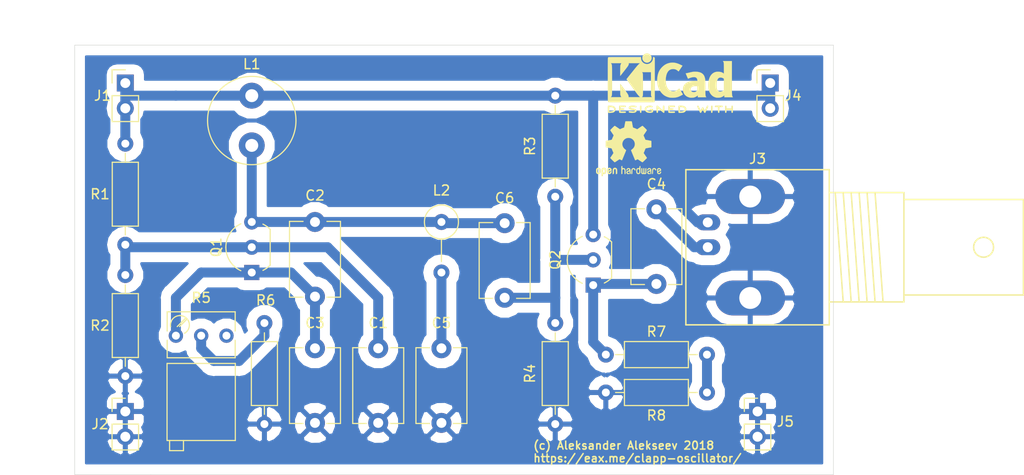
<source format=kicad_pcb>
(kicad_pcb (version 20171130) (host pcbnew "(6.0.0-rc1-dev-148-g83a56263d)")

  (general
    (thickness 1.6)
    (drawings 15)
    (tracks 51)
    (zones 0)
    (modules 25)
    (nets 12)
  )

  (page A4)
  (layers
    (0 F.Cu signal)
    (31 B.Cu signal)
    (32 B.Adhes user)
    (33 F.Adhes user)
    (34 B.Paste user)
    (35 F.Paste user)
    (36 B.SilkS user)
    (37 F.SilkS user hide)
    (38 B.Mask user)
    (39 F.Mask user)
    (40 Dwgs.User user)
    (41 Cmts.User user)
    (42 Eco1.User user)
    (43 Eco2.User user)
    (44 Edge.Cuts user)
    (45 Margin user)
    (46 B.CrtYd user)
    (47 F.CrtYd user)
    (48 B.Fab user)
    (49 F.Fab user)
  )

  (setup
    (last_trace_width 1)
    (trace_clearance 1)
    (zone_clearance 0.508)
    (zone_45_only no)
    (trace_min 1)
    (via_size 0.8)
    (via_drill 0.4)
    (via_min_size 0.4)
    (via_min_drill 0.3)
    (uvia_size 0.3)
    (uvia_drill 0.1)
    (uvias_allowed no)
    (uvia_min_size 0.2)
    (uvia_min_drill 0.1)
    (edge_width 0.05)
    (segment_width 0.2)
    (pcb_text_width 0.3)
    (pcb_text_size 1.5 1.5)
    (mod_edge_width 0.12)
    (mod_text_size 1 1)
    (mod_text_width 0.15)
    (pad_size 1.524 1.524)
    (pad_drill 0.762)
    (pad_to_mask_clearance 0.2)
    (aux_axis_origin 0 0)
    (visible_elements FFFFFF7F)
    (pcbplotparams
      (layerselection 0x010f0_ffffffff)
      (usegerberextensions false)
      (usegerberattributes false)
      (usegerberadvancedattributes false)
      (creategerberjobfile false)
      (excludeedgelayer true)
      (linewidth 0.100000)
      (plotframeref false)
      (viasonmask false)
      (mode 1)
      (useauxorigin false)
      (hpglpennumber 1)
      (hpglpenspeed 20)
      (hpglpendiameter 15.000000)
      (psnegative false)
      (psa4output false)
      (plotreference true)
      (plotvalue true)
      (plotinvisibletext false)
      (padsonsilk false)
      (subtractmaskfromsilk false)
      (outputformat 1)
      (mirror false)
      (drillshape 0)
      (scaleselection 1)
      (outputdirectory "gerber"))
  )

  (net 0 "")
  (net 1 "Net-(C2-Pad2)")
  (net 2 "Net-(C2-Pad1)")
  (net 3 "Net-(C1-Pad1)")
  (net 4 GND)
  (net 5 "Net-(C4-Pad1)")
  (net 6 +5V)
  (net 7 SIG)
  (net 8 "Net-(C4-Pad2)")
  (net 9 "Net-(R7-Pad2)")
  (net 10 "Net-(R5-Pad2)")
  (net 11 "Net-(C5-Pad1)")

  (net_class Default "This is the default net class."
    (clearance 1)
    (trace_width 1)
    (via_dia 0.8)
    (via_drill 0.4)
    (uvia_dia 0.3)
    (uvia_drill 0.1)
    (diff_pair_width 1)
    (diff_pair_gap 0.5)
    (add_net +5V)
    (add_net GND)
    (add_net "Net-(C1-Pad1)")
    (add_net "Net-(C2-Pad1)")
    (add_net "Net-(C2-Pad2)")
    (add_net "Net-(C4-Pad1)")
    (add_net "Net-(C4-Pad2)")
    (add_net "Net-(C5-Pad1)")
    (add_net "Net-(R5-Pad2)")
    (add_net "Net-(R7-Pad2)")
    (add_net SIG)
  )

  (module Potentiometers:Potentiometer_Trimmer_Bourns_3266Y (layer F.Cu) (tedit 58826B0B) (tstamp 5B962D89)
    (at 45.72 59.69 180)
    (descr "Spindle Trimmer Potentiometer, Bourns 3266Y, https://www.bourns.com/pdfs/3266.pdf")
    (tags "Spindle Trimmer Potentiometer   Bourns 3266Y")
    (path /5B969FA8)
    (fp_text reference R5 (at -2.54 3.81 180) (layer F.SilkS)
      (effects (font (size 1 1) (thickness 0.15)))
    )
    (fp_text value 1K (at -2.54 3.59 180) (layer F.Fab)
      (effects (font (size 1 1) (thickness 0.15)))
    )
    (fp_line (start 1.1 -2.45) (end -6.15 -2.45) (layer F.CrtYd) (width 0.05))
    (fp_line (start 1.1 2.6) (end 1.1 -2.45) (layer F.CrtYd) (width 0.05))
    (fp_line (start -6.15 2.6) (end 1.1 2.6) (layer F.CrtYd) (width 0.05))
    (fp_line (start -6.15 -2.45) (end -6.15 2.6) (layer F.CrtYd) (width 0.05))
    (fp_line (start -0.37 0.92) (end -1.125 1.675) (layer F.SilkS) (width 0.12))
    (fp_line (start -0.135 0.916) (end -1.009 1.791) (layer F.SilkS) (width 0.12))
    (fp_line (start 0.875 0.466) (end 0.875 2.4) (layer F.SilkS) (width 0.12))
    (fp_line (start 0.875 -2.22) (end 0.875 -0.465) (layer F.SilkS) (width 0.12))
    (fp_line (start -5.955 0.466) (end -5.955 2.4) (layer F.SilkS) (width 0.12))
    (fp_line (start -5.955 -2.22) (end -5.955 -0.465) (layer F.SilkS) (width 0.12))
    (fp_line (start -5.955 2.4) (end 0.875 2.4) (layer F.SilkS) (width 0.12))
    (fp_line (start -5.955 -2.22) (end 0.875 -2.22) (layer F.SilkS) (width 0.12))
    (fp_line (start 0.162 0.396) (end -1.08 1.637) (layer F.Fab) (width 0.1))
    (fp_line (start 0.27 0.504) (end -0.971 1.745) (layer F.Fab) (width 0.1))
    (fp_line (start 0.815 -2.16) (end -5.895 -2.16) (layer F.Fab) (width 0.1))
    (fp_line (start 0.815 2.34) (end 0.815 -2.16) (layer F.Fab) (width 0.1))
    (fp_line (start -5.895 2.34) (end 0.815 2.34) (layer F.Fab) (width 0.1))
    (fp_line (start -5.895 -2.16) (end -5.895 2.34) (layer F.Fab) (width 0.1))
    (fp_circle (center -0.405 1.07) (end 0.485 1.07) (layer F.Fab) (width 0.1))
    (fp_arc (start -0.405 1.07) (end -0.879 0.248) (angle -151) (layer F.SilkS) (width 0.12))
    (fp_arc (start -0.405 1.07) (end -0.405 2.02) (angle -100) (layer F.SilkS) (width 0.12))
    (pad 3 thru_hole circle (at -5.08 0 180) (size 1.44 1.44) (drill 0.8) (layers *.Cu *.Mask))
    (pad 2 thru_hole circle (at -2.54 0 180) (size 1.44 1.44) (drill 0.8) (layers *.Cu *.Mask)
      (net 10 "Net-(R5-Pad2)"))
    (pad 1 thru_hole circle (at 0 0 180) (size 1.44 1.44) (drill 0.8) (layers *.Cu *.Mask)
      (net 1 "Net-(C2-Pad2)"))
    (model Potentiometers.3dshapes/Potentiometer_Trimmer_Bourns_3266Y.wrl
      (at (xyz 0 0 0))
      (scale (xyz 0.393701 0.393701 0.393701))
      (rotate (xyz 0 0 0))
    )
  )

  (module Resistors_THT:R_Axial_DIN0207_L6.3mm_D2.5mm_P10.16mm_Horizontal (layer F.Cu) (tedit 5874F706) (tstamp 5B962CC5)
    (at 54.61 58.42 270)
    (descr "Resistor, Axial_DIN0207 series, Axial, Horizontal, pin pitch=10.16mm, 0.25W = 1/4W, length*diameter=6.3*2.5mm^2, http://cdn-reichelt.de/documents/datenblatt/B400/1_4W%23YAG.pdf")
    (tags "Resistor Axial_DIN0207 series Axial Horizontal pin pitch 10.16mm 0.25W = 1/4W length 6.3mm diameter 2.5mm")
    (path /5B92344D)
    (fp_text reference R6 (at -2.286 -0.127) (layer F.SilkS)
      (effects (font (size 1 1) (thickness 0.15)))
    )
    (fp_text value 1 (at 5.461 0 270) (layer F.Fab)
      (effects (font (size 1 1) (thickness 0.15)))
    )
    (fp_line (start 11.25 -1.6) (end -1.05 -1.6) (layer F.CrtYd) (width 0.05))
    (fp_line (start 11.25 1.6) (end 11.25 -1.6) (layer F.CrtYd) (width 0.05))
    (fp_line (start -1.05 1.6) (end 11.25 1.6) (layer F.CrtYd) (width 0.05))
    (fp_line (start -1.05 -1.6) (end -1.05 1.6) (layer F.CrtYd) (width 0.05))
    (fp_line (start 9.18 0) (end 8.29 0) (layer F.SilkS) (width 0.12))
    (fp_line (start 0.98 0) (end 1.87 0) (layer F.SilkS) (width 0.12))
    (fp_line (start 8.29 -1.31) (end 1.87 -1.31) (layer F.SilkS) (width 0.12))
    (fp_line (start 8.29 1.31) (end 8.29 -1.31) (layer F.SilkS) (width 0.12))
    (fp_line (start 1.87 1.31) (end 8.29 1.31) (layer F.SilkS) (width 0.12))
    (fp_line (start 1.87 -1.31) (end 1.87 1.31) (layer F.SilkS) (width 0.12))
    (fp_line (start 10.16 0) (end 8.23 0) (layer F.Fab) (width 0.1))
    (fp_line (start 0 0) (end 1.93 0) (layer F.Fab) (width 0.1))
    (fp_line (start 8.23 -1.25) (end 1.93 -1.25) (layer F.Fab) (width 0.1))
    (fp_line (start 8.23 1.25) (end 8.23 -1.25) (layer F.Fab) (width 0.1))
    (fp_line (start 1.93 1.25) (end 8.23 1.25) (layer F.Fab) (width 0.1))
    (fp_line (start 1.93 -1.25) (end 1.93 1.25) (layer F.Fab) (width 0.1))
    (pad 2 thru_hole oval (at 10.16 0 270) (size 1.6 1.6) (drill 0.8) (layers *.Cu *.Mask)
      (net 4 GND))
    (pad 1 thru_hole circle (at 0 0 270) (size 1.6 1.6) (drill 0.8) (layers *.Cu *.Mask)
      (net 10 "Net-(R5-Pad2)"))
    (model ${KISYS3DMOD}/Resistors_THT.3dshapes/R_Axial_DIN0207_L6.3mm_D2.5mm_P10.16mm_Horizontal.wrl
      (at (xyz 0 0 0))
      (scale (xyz 0.393701 0.393701 0.393701))
      (rotate (xyz 0 0 0))
    )
  )

  (module Inductors_THT:L_Axial_L7.0mm_D3.3mm_P5.08mm_Vertical_Fastron_MICC (layer F.Cu) (tedit 587E3FCE) (tstamp 5B9269E5)
    (at 72.39 48.26 270)
    (descr "L, Axial series, Axial, Vertical, pin pitch=5.08mm, , length*diameter=7*3.3mm^2, Fastron, MICC, http://www.fastrongroup.com/image-show/70/MICC.pdf?type=Complete-DataSheet&productType=series")
    (tags "L Axial series Axial Vertical pin pitch 5.08mm  length 7mm diameter 3.3mm Fastron MICC")
    (path /5B923643)
    (fp_text reference L2 (at -3.175 0) (layer F.SilkS)
      (effects (font (size 1 1) (thickness 0.15)))
    )
    (fp_text value 10uH (at 2.921 2.667 270) (layer F.Fab)
      (effects (font (size 1 1) (thickness 0.15)))
    )
    (fp_circle (center 0 0) (end 1.65 0) (layer F.Fab) (width 0.1))
    (fp_circle (center 0 0) (end 1.71 0) (layer F.SilkS) (width 0.12))
    (fp_line (start 0 0) (end 5.08 0) (layer F.Fab) (width 0.1))
    (fp_line (start 1.71 0) (end 3.98 0) (layer F.SilkS) (width 0.12))
    (fp_line (start -2 -2) (end -2 2) (layer F.CrtYd) (width 0.05))
    (fp_line (start -2 2) (end 6.2 2) (layer F.CrtYd) (width 0.05))
    (fp_line (start 6.2 2) (end 6.2 -2) (layer F.CrtYd) (width 0.05))
    (fp_line (start 6.2 -2) (end -2 -2) (layer F.CrtYd) (width 0.05))
    (pad 1 thru_hole circle (at 0 0 270) (size 1.6 1.6) (drill 0.8) (layers *.Cu *.Mask)
      (net 2 "Net-(C2-Pad1)"))
    (pad 2 thru_hole oval (at 5.08 0 270) (size 1.6 1.6) (drill 0.8) (layers *.Cu *.Mask)
      (net 11 "Net-(C5-Pad1)"))
    (model Inductors_THT.3dshapes/L_Axial_L7.0mm_D3.3mm_P5.08mm_Vertical_Fastron_MICC.wrl
      (at (xyz 0 0 0))
      (scale (xyz 0.393701 0.393701 0.393701))
      (rotate (xyz 0 0 0))
    )
  )

  (module Capacitors_THT:C_Disc_D7.5mm_W5.0mm_P7.50mm (layer F.Cu) (tedit 597BC7C2) (tstamp 5B9435C2)
    (at 93.98 46.99 270)
    (descr "C, Disc series, Radial, pin pitch=7.50mm, , diameter*width=7.5*5.0mm^2, Capacitor, http://www.vishay.com/docs/28535/vy2series.pdf")
    (tags "C Disc series Radial pin pitch 7.50mm  diameter 7.5mm width 5.0mm Capacitor")
    (path /5B942ECD)
    (fp_text reference C4 (at -2.54 0) (layer F.SilkS)
      (effects (font (size 1 1) (thickness 0.15)))
    )
    (fp_text value 100nF (at 4.064 1.651 270) (layer F.Fab)
      (effects (font (size 1 1) (thickness 0.15)))
    )
    (fp_text user %R (at 3.75 0 90) (layer F.Fab)
      (effects (font (size 1 1) (thickness 0.15)))
    )
    (fp_line (start 8.75 -2.85) (end -1.25 -2.85) (layer F.CrtYd) (width 0.05))
    (fp_line (start 8.75 2.85) (end 8.75 -2.85) (layer F.CrtYd) (width 0.05))
    (fp_line (start -1.25 2.85) (end 8.75 2.85) (layer F.CrtYd) (width 0.05))
    (fp_line (start -1.25 -2.85) (end -1.25 2.85) (layer F.CrtYd) (width 0.05))
    (fp_line (start 7.56 1.195) (end 7.56 2.56) (layer F.SilkS) (width 0.12))
    (fp_line (start 7.56 -2.56) (end 7.56 -1.195) (layer F.SilkS) (width 0.12))
    (fp_line (start -0.06 1.195) (end -0.06 2.56) (layer F.SilkS) (width 0.12))
    (fp_line (start -0.06 -2.56) (end -0.06 -1.195) (layer F.SilkS) (width 0.12))
    (fp_line (start -0.06 2.56) (end 7.56 2.56) (layer F.SilkS) (width 0.12))
    (fp_line (start -0.06 -2.56) (end 7.56 -2.56) (layer F.SilkS) (width 0.12))
    (fp_line (start 7.5 -2.5) (end 0 -2.5) (layer F.Fab) (width 0.1))
    (fp_line (start 7.5 2.5) (end 7.5 -2.5) (layer F.Fab) (width 0.1))
    (fp_line (start 0 2.5) (end 7.5 2.5) (layer F.Fab) (width 0.1))
    (fp_line (start 0 -2.5) (end 0 2.5) (layer F.Fab) (width 0.1))
    (pad 2 thru_hole circle (at 7.5 0 270) (size 2 2) (drill 1) (layers *.Cu *.Mask)
      (net 8 "Net-(C4-Pad2)"))
    (pad 1 thru_hole circle (at 0 0 270) (size 2 2) (drill 1) (layers *.Cu *.Mask)
      (net 5 "Net-(C4-Pad1)"))
    (model ${KISYS3DMOD}/Capacitors_THT.3dshapes/C_Disc_D7.5mm_W5.0mm_P7.50mm.wrl
      (at (xyz 0 0 0))
      (scale (xyz 1 1 1))
      (rotate (xyz 0 0 0))
    )
  )

  (module Resistors_THT:R_Axial_DIN0207_L6.3mm_D2.5mm_P10.16mm_Horizontal (layer F.Cu) (tedit 5874F706) (tstamp 5B9433FF)
    (at 83.82 35.56 270)
    (descr "Resistor, Axial_DIN0207 series, Axial, Horizontal, pin pitch=10.16mm, 0.25W = 1/4W, length*diameter=6.3*2.5mm^2, http://cdn-reichelt.de/documents/datenblatt/B400/1_4W%23YAG.pdf")
    (tags "Resistor Axial_DIN0207 series Axial Horizontal pin pitch 10.16mm 0.25W = 1/4W length 6.3mm diameter 2.5mm")
    (path /5B942DFB)
    (fp_text reference R3 (at 5.08 2.54 90) (layer F.SilkS)
      (effects (font (size 1 1) (thickness 0.15)))
    )
    (fp_text value 1.5k (at 5.08 0.127 270) (layer F.Fab)
      (effects (font (size 1 1) (thickness 0.15)))
    )
    (fp_line (start 1.93 -1.25) (end 1.93 1.25) (layer F.Fab) (width 0.1))
    (fp_line (start 1.93 1.25) (end 8.23 1.25) (layer F.Fab) (width 0.1))
    (fp_line (start 8.23 1.25) (end 8.23 -1.25) (layer F.Fab) (width 0.1))
    (fp_line (start 8.23 -1.25) (end 1.93 -1.25) (layer F.Fab) (width 0.1))
    (fp_line (start 0 0) (end 1.93 0) (layer F.Fab) (width 0.1))
    (fp_line (start 10.16 0) (end 8.23 0) (layer F.Fab) (width 0.1))
    (fp_line (start 1.87 -1.31) (end 1.87 1.31) (layer F.SilkS) (width 0.12))
    (fp_line (start 1.87 1.31) (end 8.29 1.31) (layer F.SilkS) (width 0.12))
    (fp_line (start 8.29 1.31) (end 8.29 -1.31) (layer F.SilkS) (width 0.12))
    (fp_line (start 8.29 -1.31) (end 1.87 -1.31) (layer F.SilkS) (width 0.12))
    (fp_line (start 0.98 0) (end 1.87 0) (layer F.SilkS) (width 0.12))
    (fp_line (start 9.18 0) (end 8.29 0) (layer F.SilkS) (width 0.12))
    (fp_line (start -1.05 -1.6) (end -1.05 1.6) (layer F.CrtYd) (width 0.05))
    (fp_line (start -1.05 1.6) (end 11.25 1.6) (layer F.CrtYd) (width 0.05))
    (fp_line (start 11.25 1.6) (end 11.25 -1.6) (layer F.CrtYd) (width 0.05))
    (fp_line (start 11.25 -1.6) (end -1.05 -1.6) (layer F.CrtYd) (width 0.05))
    (pad 1 thru_hole circle (at 0 0 270) (size 1.6 1.6) (drill 0.8) (layers *.Cu *.Mask)
      (net 6 +5V))
    (pad 2 thru_hole oval (at 10.16 0 270) (size 1.6 1.6) (drill 0.8) (layers *.Cu *.Mask)
      (net 7 SIG))
    (model ${KISYS3DMOD}/Resistors_THT.3dshapes/R_Axial_DIN0207_L6.3mm_D2.5mm_P10.16mm_Horizontal.wrl
      (at (xyz 0 0 0))
      (scale (xyz 0.393701 0.393701 0.393701))
      (rotate (xyz 0 0 0))
    )
  )

  (module Resistors_THT:R_Axial_DIN0207_L6.3mm_D2.5mm_P10.16mm_Horizontal (layer F.Cu) (tedit 5874F706) (tstamp 5B943D11)
    (at 83.82 58.42 270)
    (descr "Resistor, Axial_DIN0207 series, Axial, Horizontal, pin pitch=10.16mm, 0.25W = 1/4W, length*diameter=6.3*2.5mm^2, http://cdn-reichelt.de/documents/datenblatt/B400/1_4W%23YAG.pdf")
    (tags "Resistor Axial_DIN0207 series Axial Horizontal pin pitch 10.16mm 0.25W = 1/4W length 6.3mm diameter 2.5mm")
    (path /5B942D93)
    (fp_text reference R4 (at 5.08 2.54 270) (layer F.SilkS)
      (effects (font (size 1 1) (thickness 0.15)))
    )
    (fp_text value 1.5k (at 5.08 2.31 270) (layer F.Fab)
      (effects (font (size 1 1) (thickness 0.15)))
    )
    (fp_line (start 11.25 -1.6) (end -1.05 -1.6) (layer F.CrtYd) (width 0.05))
    (fp_line (start 11.25 1.6) (end 11.25 -1.6) (layer F.CrtYd) (width 0.05))
    (fp_line (start -1.05 1.6) (end 11.25 1.6) (layer F.CrtYd) (width 0.05))
    (fp_line (start -1.05 -1.6) (end -1.05 1.6) (layer F.CrtYd) (width 0.05))
    (fp_line (start 9.18 0) (end 8.29 0) (layer F.SilkS) (width 0.12))
    (fp_line (start 0.98 0) (end 1.87 0) (layer F.SilkS) (width 0.12))
    (fp_line (start 8.29 -1.31) (end 1.87 -1.31) (layer F.SilkS) (width 0.12))
    (fp_line (start 8.29 1.31) (end 8.29 -1.31) (layer F.SilkS) (width 0.12))
    (fp_line (start 1.87 1.31) (end 8.29 1.31) (layer F.SilkS) (width 0.12))
    (fp_line (start 1.87 -1.31) (end 1.87 1.31) (layer F.SilkS) (width 0.12))
    (fp_line (start 10.16 0) (end 8.23 0) (layer F.Fab) (width 0.1))
    (fp_line (start 0 0) (end 1.93 0) (layer F.Fab) (width 0.1))
    (fp_line (start 8.23 -1.25) (end 1.93 -1.25) (layer F.Fab) (width 0.1))
    (fp_line (start 8.23 1.25) (end 8.23 -1.25) (layer F.Fab) (width 0.1))
    (fp_line (start 1.93 1.25) (end 8.23 1.25) (layer F.Fab) (width 0.1))
    (fp_line (start 1.93 -1.25) (end 1.93 1.25) (layer F.Fab) (width 0.1))
    (pad 2 thru_hole oval (at 10.16 0 270) (size 1.6 1.6) (drill 0.8) (layers *.Cu *.Mask)
      (net 4 GND))
    (pad 1 thru_hole circle (at 0 0 270) (size 1.6 1.6) (drill 0.8) (layers *.Cu *.Mask)
      (net 7 SIG))
    (model ${KISYS3DMOD}/Resistors_THT.3dshapes/R_Axial_DIN0207_L6.3mm_D2.5mm_P10.16mm_Horizontal.wrl
      (at (xyz 0 0 0))
      (scale (xyz 0.393701 0.393701 0.393701))
      (rotate (xyz 0 0 0))
    )
  )

  (module Resistors_THT:R_Axial_DIN0207_L6.3mm_D2.5mm_P10.16mm_Horizontal (layer F.Cu) (tedit 5874F706) (tstamp 5B9433D3)
    (at 88.9 61.595)
    (descr "Resistor, Axial_DIN0207 series, Axial, Horizontal, pin pitch=10.16mm, 0.25W = 1/4W, length*diameter=6.3*2.5mm^2, http://cdn-reichelt.de/documents/datenblatt/B400/1_4W%23YAG.pdf")
    (tags "Resistor Axial_DIN0207 series Axial Horizontal pin pitch 10.16mm 0.25W = 1/4W length 6.3mm diameter 2.5mm")
    (path /5B942F3B)
    (fp_text reference R7 (at 5.08 -2.31) (layer F.SilkS)
      (effects (font (size 1 1) (thickness 0.15)))
    )
    (fp_text value 12 (at 4.826 -0.127) (layer F.Fab)
      (effects (font (size 1 1) (thickness 0.15)))
    )
    (fp_line (start 1.93 -1.25) (end 1.93 1.25) (layer F.Fab) (width 0.1))
    (fp_line (start 1.93 1.25) (end 8.23 1.25) (layer F.Fab) (width 0.1))
    (fp_line (start 8.23 1.25) (end 8.23 -1.25) (layer F.Fab) (width 0.1))
    (fp_line (start 8.23 -1.25) (end 1.93 -1.25) (layer F.Fab) (width 0.1))
    (fp_line (start 0 0) (end 1.93 0) (layer F.Fab) (width 0.1))
    (fp_line (start 10.16 0) (end 8.23 0) (layer F.Fab) (width 0.1))
    (fp_line (start 1.87 -1.31) (end 1.87 1.31) (layer F.SilkS) (width 0.12))
    (fp_line (start 1.87 1.31) (end 8.29 1.31) (layer F.SilkS) (width 0.12))
    (fp_line (start 8.29 1.31) (end 8.29 -1.31) (layer F.SilkS) (width 0.12))
    (fp_line (start 8.29 -1.31) (end 1.87 -1.31) (layer F.SilkS) (width 0.12))
    (fp_line (start 0.98 0) (end 1.87 0) (layer F.SilkS) (width 0.12))
    (fp_line (start 9.18 0) (end 8.29 0) (layer F.SilkS) (width 0.12))
    (fp_line (start -1.05 -1.6) (end -1.05 1.6) (layer F.CrtYd) (width 0.05))
    (fp_line (start -1.05 1.6) (end 11.25 1.6) (layer F.CrtYd) (width 0.05))
    (fp_line (start 11.25 1.6) (end 11.25 -1.6) (layer F.CrtYd) (width 0.05))
    (fp_line (start 11.25 -1.6) (end -1.05 -1.6) (layer F.CrtYd) (width 0.05))
    (pad 1 thru_hole circle (at 0 0) (size 1.6 1.6) (drill 0.8) (layers *.Cu *.Mask)
      (net 8 "Net-(C4-Pad2)"))
    (pad 2 thru_hole oval (at 10.16 0) (size 1.6 1.6) (drill 0.8) (layers *.Cu *.Mask)
      (net 9 "Net-(R7-Pad2)"))
    (model ${KISYS3DMOD}/Resistors_THT.3dshapes/R_Axial_DIN0207_L6.3mm_D2.5mm_P10.16mm_Horizontal.wrl
      (at (xyz 0 0 0))
      (scale (xyz 0.393701 0.393701 0.393701))
      (rotate (xyz 0 0 0))
    )
  )

  (module Resistors_THT:R_Axial_DIN0207_L6.3mm_D2.5mm_P10.16mm_Horizontal (layer F.Cu) (tedit 5874F706) (tstamp 5B9433BD)
    (at 99.06 65.405 180)
    (descr "Resistor, Axial_DIN0207 series, Axial, Horizontal, pin pitch=10.16mm, 0.25W = 1/4W, length*diameter=6.3*2.5mm^2, http://cdn-reichelt.de/documents/datenblatt/B400/1_4W%23YAG.pdf")
    (tags "Resistor Axial_DIN0207 series Axial Horizontal pin pitch 10.16mm 0.25W = 1/4W length 6.3mm diameter 2.5mm")
    (path /5B958D2C)
    (fp_text reference R8 (at 5.08 -2.31 180) (layer F.SilkS)
      (effects (font (size 1 1) (thickness 0.15)))
    )
    (fp_text value 12 (at 5.334 0 180) (layer F.Fab)
      (effects (font (size 1 1) (thickness 0.15)))
    )
    (fp_line (start 11.25 -1.6) (end -1.05 -1.6) (layer F.CrtYd) (width 0.05))
    (fp_line (start 11.25 1.6) (end 11.25 -1.6) (layer F.CrtYd) (width 0.05))
    (fp_line (start -1.05 1.6) (end 11.25 1.6) (layer F.CrtYd) (width 0.05))
    (fp_line (start -1.05 -1.6) (end -1.05 1.6) (layer F.CrtYd) (width 0.05))
    (fp_line (start 9.18 0) (end 8.29 0) (layer F.SilkS) (width 0.12))
    (fp_line (start 0.98 0) (end 1.87 0) (layer F.SilkS) (width 0.12))
    (fp_line (start 8.29 -1.31) (end 1.87 -1.31) (layer F.SilkS) (width 0.12))
    (fp_line (start 8.29 1.31) (end 8.29 -1.31) (layer F.SilkS) (width 0.12))
    (fp_line (start 1.87 1.31) (end 8.29 1.31) (layer F.SilkS) (width 0.12))
    (fp_line (start 1.87 -1.31) (end 1.87 1.31) (layer F.SilkS) (width 0.12))
    (fp_line (start 10.16 0) (end 8.23 0) (layer F.Fab) (width 0.1))
    (fp_line (start 0 0) (end 1.93 0) (layer F.Fab) (width 0.1))
    (fp_line (start 8.23 -1.25) (end 1.93 -1.25) (layer F.Fab) (width 0.1))
    (fp_line (start 8.23 1.25) (end 8.23 -1.25) (layer F.Fab) (width 0.1))
    (fp_line (start 1.93 1.25) (end 8.23 1.25) (layer F.Fab) (width 0.1))
    (fp_line (start 1.93 -1.25) (end 1.93 1.25) (layer F.Fab) (width 0.1))
    (pad 2 thru_hole oval (at 10.16 0 180) (size 1.6 1.6) (drill 0.8) (layers *.Cu *.Mask)
      (net 4 GND))
    (pad 1 thru_hole circle (at 0 0 180) (size 1.6 1.6) (drill 0.8) (layers *.Cu *.Mask)
      (net 9 "Net-(R7-Pad2)"))
    (model ${KISYS3DMOD}/Resistors_THT.3dshapes/R_Axial_DIN0207_L6.3mm_D2.5mm_P10.16mm_Horizontal.wrl
      (at (xyz 0 0 0))
      (scale (xyz 0.393701 0.393701 0.393701))
      (rotate (xyz 0 0 0))
    )
  )

  (module TO_SOT_Packages_THT:TO-92_Inline_Wide (layer F.Cu) (tedit 58CE52AF) (tstamp 5B943381)
    (at 87.63 54.61 90)
    (descr "TO-92 leads in-line, wide, drill 0.8mm (see NXP sot054_po.pdf)")
    (tags "to-92 sc-43 sc-43a sot54 PA33 transistor")
    (path /5B942D37)
    (fp_text reference Q2 (at 2.54 -3.81 90) (layer F.SilkS)
      (effects (font (size 1 1) (thickness 0.15)))
    )
    (fp_text value 2N2222 (at 2.54 2.79 90) (layer F.Fab)
      (effects (font (size 1 1) (thickness 0.15)))
    )
    (fp_arc (start 2.54 0) (end 4.34 1.85) (angle -20) (layer F.SilkS) (width 0.12))
    (fp_arc (start 2.54 0) (end 2.54 -2.48) (angle -135) (layer F.Fab) (width 0.1))
    (fp_arc (start 2.54 0) (end 2.54 -2.48) (angle 135) (layer F.Fab) (width 0.1))
    (fp_arc (start 2.54 0) (end 2.54 -2.6) (angle 65) (layer F.SilkS) (width 0.12))
    (fp_arc (start 2.54 0) (end 2.54 -2.6) (angle -65) (layer F.SilkS) (width 0.12))
    (fp_arc (start 2.54 0) (end 0.74 1.85) (angle 20) (layer F.SilkS) (width 0.12))
    (fp_line (start 6.09 2.01) (end -1.01 2.01) (layer F.CrtYd) (width 0.05))
    (fp_line (start 6.09 2.01) (end 6.09 -2.73) (layer F.CrtYd) (width 0.05))
    (fp_line (start -1.01 -2.73) (end -1.01 2.01) (layer F.CrtYd) (width 0.05))
    (fp_line (start -1.01 -2.73) (end 6.09 -2.73) (layer F.CrtYd) (width 0.05))
    (fp_line (start 0.8 1.75) (end 4.3 1.75) (layer F.Fab) (width 0.1))
    (fp_line (start 0.74 1.85) (end 4.34 1.85) (layer F.SilkS) (width 0.12))
    (fp_text user %R (at 2.54 -3.56 270) (layer F.Fab)
      (effects (font (size 1 1) (thickness 0.15)))
    )
    (pad 1 thru_hole rect (at 0 0 180) (size 1.52 1.52) (drill 0.8) (layers *.Cu *.Mask)
      (net 8 "Net-(C4-Pad2)"))
    (pad 3 thru_hole circle (at 5.08 0 180) (size 1.52 1.52) (drill 0.8) (layers *.Cu *.Mask)
      (net 6 +5V))
    (pad 2 thru_hole circle (at 2.54 0 180) (size 1.52 1.52) (drill 0.8) (layers *.Cu *.Mask)
      (net 7 SIG))
    (model ${KISYS3DMOD}/TO_SOT_Packages_THT.3dshapes/TO-92_Inline_Wide.wrl
      (offset (xyz 2.539999961853027 0 0))
      (scale (xyz 1 1 1))
      (rotate (xyz 0 0 -90))
    )
  )

  (module Pin_Headers:Pin_Header_Straight_1x02_Pitch2.54mm (layer F.Cu) (tedit 59650532) (tstamp 5B92A154)
    (at 104.14 67.31)
    (descr "Through hole straight pin header, 1x02, 2.54mm pitch, single row")
    (tags "Through hole pin header THT 1x02 2.54mm single row")
    (path /5B926A49)
    (fp_text reference J5 (at 2.794 1.016) (layer F.SilkS)
      (effects (font (size 1 1) (thickness 0.15)))
    )
    (fp_text value Conn_01x02 (at 0 4.87) (layer F.Fab)
      (effects (font (size 1 1) (thickness 0.15)))
    )
    (fp_line (start -0.635 -1.27) (end 1.27 -1.27) (layer F.Fab) (width 0.1))
    (fp_line (start 1.27 -1.27) (end 1.27 3.81) (layer F.Fab) (width 0.1))
    (fp_line (start 1.27 3.81) (end -1.27 3.81) (layer F.Fab) (width 0.1))
    (fp_line (start -1.27 3.81) (end -1.27 -0.635) (layer F.Fab) (width 0.1))
    (fp_line (start -1.27 -0.635) (end -0.635 -1.27) (layer F.Fab) (width 0.1))
    (fp_line (start -1.33 3.87) (end 1.33 3.87) (layer F.SilkS) (width 0.12))
    (fp_line (start -1.33 1.27) (end -1.33 3.87) (layer F.SilkS) (width 0.12))
    (fp_line (start 1.33 1.27) (end 1.33 3.87) (layer F.SilkS) (width 0.12))
    (fp_line (start -1.33 1.27) (end 1.33 1.27) (layer F.SilkS) (width 0.12))
    (fp_line (start -1.33 0) (end -1.33 -1.33) (layer F.SilkS) (width 0.12))
    (fp_line (start -1.33 -1.33) (end 0 -1.33) (layer F.SilkS) (width 0.12))
    (fp_line (start -1.8 -1.8) (end -1.8 4.35) (layer F.CrtYd) (width 0.05))
    (fp_line (start -1.8 4.35) (end 1.8 4.35) (layer F.CrtYd) (width 0.05))
    (fp_line (start 1.8 4.35) (end 1.8 -1.8) (layer F.CrtYd) (width 0.05))
    (fp_line (start 1.8 -1.8) (end -1.8 -1.8) (layer F.CrtYd) (width 0.05))
    (fp_text user %R (at 0 1.27 90) (layer F.Fab)
      (effects (font (size 1 1) (thickness 0.15)))
    )
    (pad 1 thru_hole rect (at 0 0) (size 1.7 1.7) (drill 1) (layers *.Cu *.Mask)
      (net 4 GND))
    (pad 2 thru_hole oval (at 0 2.54) (size 1.7 1.7) (drill 1) (layers *.Cu *.Mask)
      (net 4 GND))
    (model ${KISYS3DMOD}/Pin_Headers.3dshapes/Pin_Header_Straight_1x02_Pitch2.54mm.wrl
      (at (xyz 0 0 0))
      (scale (xyz 1 1 1))
      (rotate (xyz 0 0 0))
    )
  )

  (module Pin_Headers:Pin_Header_Straight_1x02_Pitch2.54mm (layer F.Cu) (tedit 59650532) (tstamp 5B9634EF)
    (at 105.41 34.29)
    (descr "Through hole straight pin header, 1x02, 2.54mm pitch, single row")
    (tags "Through hole pin header THT 1x02 2.54mm single row")
    (path /5B925DAB)
    (fp_text reference J4 (at 2.286 1.27) (layer F.SilkS)
      (effects (font (size 1 1) (thickness 0.15)))
    )
    (fp_text value Conn_01x02 (at 0 4.87) (layer F.Fab)
      (effects (font (size 1 1) (thickness 0.15)))
    )
    (fp_text user %R (at 0 1.27 90) (layer F.Fab)
      (effects (font (size 1 1) (thickness 0.15)))
    )
    (fp_line (start 1.8 -1.8) (end -1.8 -1.8) (layer F.CrtYd) (width 0.05))
    (fp_line (start 1.8 4.35) (end 1.8 -1.8) (layer F.CrtYd) (width 0.05))
    (fp_line (start -1.8 4.35) (end 1.8 4.35) (layer F.CrtYd) (width 0.05))
    (fp_line (start -1.8 -1.8) (end -1.8 4.35) (layer F.CrtYd) (width 0.05))
    (fp_line (start -1.33 -1.33) (end 0 -1.33) (layer F.SilkS) (width 0.12))
    (fp_line (start -1.33 0) (end -1.33 -1.33) (layer F.SilkS) (width 0.12))
    (fp_line (start -1.33 1.27) (end 1.33 1.27) (layer F.SilkS) (width 0.12))
    (fp_line (start 1.33 1.27) (end 1.33 3.87) (layer F.SilkS) (width 0.12))
    (fp_line (start -1.33 1.27) (end -1.33 3.87) (layer F.SilkS) (width 0.12))
    (fp_line (start -1.33 3.87) (end 1.33 3.87) (layer F.SilkS) (width 0.12))
    (fp_line (start -1.27 -0.635) (end -0.635 -1.27) (layer F.Fab) (width 0.1))
    (fp_line (start -1.27 3.81) (end -1.27 -0.635) (layer F.Fab) (width 0.1))
    (fp_line (start 1.27 3.81) (end -1.27 3.81) (layer F.Fab) (width 0.1))
    (fp_line (start 1.27 -1.27) (end 1.27 3.81) (layer F.Fab) (width 0.1))
    (fp_line (start -0.635 -1.27) (end 1.27 -1.27) (layer F.Fab) (width 0.1))
    (pad 2 thru_hole oval (at 0 2.54) (size 1.7 1.7) (drill 1) (layers *.Cu *.Mask)
      (net 6 +5V))
    (pad 1 thru_hole rect (at 0 0) (size 1.7 1.7) (drill 1) (layers *.Cu *.Mask)
      (net 6 +5V))
    (model ${KISYS3DMOD}/Pin_Headers.3dshapes/Pin_Header_Straight_1x02_Pitch2.54mm.wrl
      (at (xyz 0 0 0))
      (scale (xyz 1 1 1))
      (rotate (xyz 0 0 0))
    )
  )

  (module Capacitors_THT:C_Disc_D7.5mm_W5.0mm_P7.50mm (layer F.Cu) (tedit 597BC7C2) (tstamp 5B965DFD)
    (at 78.74 55.88 90)
    (descr "C, Disc series, Radial, pin pitch=7.50mm, , diameter*width=7.5*5.0mm^2, Capacitor, http://www.vishay.com/docs/28535/vy2series.pdf")
    (tags "C Disc series Radial pin pitch 7.50mm  diameter 7.5mm width 5.0mm Capacitor")
    (path /5B92369B)
    (fp_text reference C6 (at 10.033 0 180) (layer F.SilkS)
      (effects (font (size 1 1) (thickness 0.15)))
    )
    (fp_text value 100nF (at 3.81 1.905 90) (layer F.Fab)
      (effects (font (size 1 1) (thickness 0.15)))
    )
    (fp_text user %R (at 3.75 0 90) (layer F.Fab)
      (effects (font (size 1 1) (thickness 0.15)))
    )
    (fp_line (start 8.75 -2.85) (end -1.25 -2.85) (layer F.CrtYd) (width 0.05))
    (fp_line (start 8.75 2.85) (end 8.75 -2.85) (layer F.CrtYd) (width 0.05))
    (fp_line (start -1.25 2.85) (end 8.75 2.85) (layer F.CrtYd) (width 0.05))
    (fp_line (start -1.25 -2.85) (end -1.25 2.85) (layer F.CrtYd) (width 0.05))
    (fp_line (start 7.56 1.195) (end 7.56 2.56) (layer F.SilkS) (width 0.12))
    (fp_line (start 7.56 -2.56) (end 7.56 -1.195) (layer F.SilkS) (width 0.12))
    (fp_line (start -0.06 1.195) (end -0.06 2.56) (layer F.SilkS) (width 0.12))
    (fp_line (start -0.06 -2.56) (end -0.06 -1.195) (layer F.SilkS) (width 0.12))
    (fp_line (start -0.06 2.56) (end 7.56 2.56) (layer F.SilkS) (width 0.12))
    (fp_line (start -0.06 -2.56) (end 7.56 -2.56) (layer F.SilkS) (width 0.12))
    (fp_line (start 7.5 -2.5) (end 0 -2.5) (layer F.Fab) (width 0.1))
    (fp_line (start 7.5 2.5) (end 7.5 -2.5) (layer F.Fab) (width 0.1))
    (fp_line (start 0 2.5) (end 7.5 2.5) (layer F.Fab) (width 0.1))
    (fp_line (start 0 -2.5) (end 0 2.5) (layer F.Fab) (width 0.1))
    (pad 2 thru_hole circle (at 7.5 0 90) (size 2 2) (drill 1) (layers *.Cu *.Mask)
      (net 2 "Net-(C2-Pad1)"))
    (pad 1 thru_hole circle (at 0 0 90) (size 2 2) (drill 1) (layers *.Cu *.Mask)
      (net 7 SIG))
    (model ${KISYS3DMOD}/Capacitors_THT.3dshapes/C_Disc_D7.5mm_W5.0mm_P7.50mm.wrl
      (at (xyz 0 0 0))
      (scale (xyz 1 1 1))
      (rotate (xyz 0 0 0))
    )
  )

  (module Capacitors_THT:C_Disc_D7.5mm_W5.0mm_P7.50mm (layer F.Cu) (tedit 597BC7C2) (tstamp 5B926A52)
    (at 72.39 60.96 270)
    (descr "C, Disc series, Radial, pin pitch=7.50mm, , diameter*width=7.5*5.0mm^2, Capacitor, http://www.vishay.com/docs/28535/vy2series.pdf")
    (tags "C Disc series Radial pin pitch 7.50mm  diameter 7.5mm width 5.0mm Capacitor")
    (path /5B923609)
    (fp_text reference C5 (at -2.54 0) (layer F.SilkS)
      (effects (font (size 1 1) (thickness 0.15)))
    )
    (fp_text value 1nF (at 3.81 -1.397 270) (layer F.Fab)
      (effects (font (size 1 1) (thickness 0.15)))
    )
    (fp_line (start 0 -2.5) (end 0 2.5) (layer F.Fab) (width 0.1))
    (fp_line (start 0 2.5) (end 7.5 2.5) (layer F.Fab) (width 0.1))
    (fp_line (start 7.5 2.5) (end 7.5 -2.5) (layer F.Fab) (width 0.1))
    (fp_line (start 7.5 -2.5) (end 0 -2.5) (layer F.Fab) (width 0.1))
    (fp_line (start -0.06 -2.56) (end 7.56 -2.56) (layer F.SilkS) (width 0.12))
    (fp_line (start -0.06 2.56) (end 7.56 2.56) (layer F.SilkS) (width 0.12))
    (fp_line (start -0.06 -2.56) (end -0.06 -1.195) (layer F.SilkS) (width 0.12))
    (fp_line (start -0.06 1.195) (end -0.06 2.56) (layer F.SilkS) (width 0.12))
    (fp_line (start 7.56 -2.56) (end 7.56 -1.195) (layer F.SilkS) (width 0.12))
    (fp_line (start 7.56 1.195) (end 7.56 2.56) (layer F.SilkS) (width 0.12))
    (fp_line (start -1.25 -2.85) (end -1.25 2.85) (layer F.CrtYd) (width 0.05))
    (fp_line (start -1.25 2.85) (end 8.75 2.85) (layer F.CrtYd) (width 0.05))
    (fp_line (start 8.75 2.85) (end 8.75 -2.85) (layer F.CrtYd) (width 0.05))
    (fp_line (start 8.75 -2.85) (end -1.25 -2.85) (layer F.CrtYd) (width 0.05))
    (fp_text user %R (at 3.75 0 270) (layer F.Fab)
      (effects (font (size 1 1) (thickness 0.15)))
    )
    (pad 1 thru_hole circle (at 0 0 270) (size 2 2) (drill 1) (layers *.Cu *.Mask)
      (net 11 "Net-(C5-Pad1)"))
    (pad 2 thru_hole circle (at 7.5 0 270) (size 2 2) (drill 1) (layers *.Cu *.Mask)
      (net 4 GND))
    (model ${KISYS3DMOD}/Capacitors_THT.3dshapes/C_Disc_D7.5mm_W5.0mm_P7.50mm.wrl
      (at (xyz 0 0 0))
      (scale (xyz 1 1 1))
      (rotate (xyz 0 0 0))
    )
  )

  (module Capacitors_THT:C_Disc_D7.5mm_W5.0mm_P7.50mm (layer F.Cu) (tedit 597BC7C2) (tstamp 5B926A3D)
    (at 59.69 60.96 270)
    (descr "C, Disc series, Radial, pin pitch=7.50mm, , diameter*width=7.5*5.0mm^2, Capacitor, http://www.vishay.com/docs/28535/vy2series.pdf")
    (tags "C Disc series Radial pin pitch 7.50mm  diameter 7.5mm width 5.0mm Capacitor")
    (path /5B9235DB)
    (fp_text reference C3 (at -2.54 0) (layer F.SilkS)
      (effects (font (size 1 1) (thickness 0.15)))
    )
    (fp_text value 10nF (at 3.81 -1.397 270) (layer F.Fab)
      (effects (font (size 1 1) (thickness 0.15)))
    )
    (fp_text user %R (at 3.75 0 270) (layer F.Fab)
      (effects (font (size 1 1) (thickness 0.15)))
    )
    (fp_line (start 8.75 -2.85) (end -1.25 -2.85) (layer F.CrtYd) (width 0.05))
    (fp_line (start 8.75 2.85) (end 8.75 -2.85) (layer F.CrtYd) (width 0.05))
    (fp_line (start -1.25 2.85) (end 8.75 2.85) (layer F.CrtYd) (width 0.05))
    (fp_line (start -1.25 -2.85) (end -1.25 2.85) (layer F.CrtYd) (width 0.05))
    (fp_line (start 7.56 1.195) (end 7.56 2.56) (layer F.SilkS) (width 0.12))
    (fp_line (start 7.56 -2.56) (end 7.56 -1.195) (layer F.SilkS) (width 0.12))
    (fp_line (start -0.06 1.195) (end -0.06 2.56) (layer F.SilkS) (width 0.12))
    (fp_line (start -0.06 -2.56) (end -0.06 -1.195) (layer F.SilkS) (width 0.12))
    (fp_line (start -0.06 2.56) (end 7.56 2.56) (layer F.SilkS) (width 0.12))
    (fp_line (start -0.06 -2.56) (end 7.56 -2.56) (layer F.SilkS) (width 0.12))
    (fp_line (start 7.5 -2.5) (end 0 -2.5) (layer F.Fab) (width 0.1))
    (fp_line (start 7.5 2.5) (end 7.5 -2.5) (layer F.Fab) (width 0.1))
    (fp_line (start 0 2.5) (end 7.5 2.5) (layer F.Fab) (width 0.1))
    (fp_line (start 0 -2.5) (end 0 2.5) (layer F.Fab) (width 0.1))
    (pad 2 thru_hole circle (at 7.5 0 270) (size 2 2) (drill 1) (layers *.Cu *.Mask)
      (net 4 GND))
    (pad 1 thru_hole circle (at 0 0 270) (size 2 2) (drill 1) (layers *.Cu *.Mask)
      (net 1 "Net-(C2-Pad2)"))
    (model ${KISYS3DMOD}/Capacitors_THT.3dshapes/C_Disc_D7.5mm_W5.0mm_P7.50mm.wrl
      (at (xyz 0 0 0))
      (scale (xyz 1 1 1))
      (rotate (xyz 0 0 0))
    )
  )

  (module Capacitors_THT:C_Disc_D7.5mm_W5.0mm_P7.50mm (layer F.Cu) (tedit 597BC7C2) (tstamp 5B927A4C)
    (at 59.69 48.26 270)
    (descr "C, Disc series, Radial, pin pitch=7.50mm, , diameter*width=7.5*5.0mm^2, Capacitor, http://www.vishay.com/docs/28535/vy2series.pdf")
    (tags "C Disc series Radial pin pitch 7.50mm  diameter 7.5mm width 5.0mm Capacitor")
    (path /5B92358B)
    (fp_text reference C2 (at -2.667 0) (layer F.SilkS)
      (effects (font (size 1 1) (thickness 0.15)))
    )
    (fp_text value 1nF (at 3.75 -1.397 270) (layer F.Fab)
      (effects (font (size 1 1) (thickness 0.15)))
    )
    (fp_line (start 0 -2.5) (end 0 2.5) (layer F.Fab) (width 0.1))
    (fp_line (start 0 2.5) (end 7.5 2.5) (layer F.Fab) (width 0.1))
    (fp_line (start 7.5 2.5) (end 7.5 -2.5) (layer F.Fab) (width 0.1))
    (fp_line (start 7.5 -2.5) (end 0 -2.5) (layer F.Fab) (width 0.1))
    (fp_line (start -0.06 -2.56) (end 7.56 -2.56) (layer F.SilkS) (width 0.12))
    (fp_line (start -0.06 2.56) (end 7.56 2.56) (layer F.SilkS) (width 0.12))
    (fp_line (start -0.06 -2.56) (end -0.06 -1.195) (layer F.SilkS) (width 0.12))
    (fp_line (start -0.06 1.195) (end -0.06 2.56) (layer F.SilkS) (width 0.12))
    (fp_line (start 7.56 -2.56) (end 7.56 -1.195) (layer F.SilkS) (width 0.12))
    (fp_line (start 7.56 1.195) (end 7.56 2.56) (layer F.SilkS) (width 0.12))
    (fp_line (start -1.25 -2.85) (end -1.25 2.85) (layer F.CrtYd) (width 0.05))
    (fp_line (start -1.25 2.85) (end 8.75 2.85) (layer F.CrtYd) (width 0.05))
    (fp_line (start 8.75 2.85) (end 8.75 -2.85) (layer F.CrtYd) (width 0.05))
    (fp_line (start 8.75 -2.85) (end -1.25 -2.85) (layer F.CrtYd) (width 0.05))
    (fp_text user %R (at 3.75 0 270) (layer F.Fab)
      (effects (font (size 1 1) (thickness 0.15)))
    )
    (pad 1 thru_hole circle (at 0 0 270) (size 2 2) (drill 1) (layers *.Cu *.Mask)
      (net 2 "Net-(C2-Pad1)"))
    (pad 2 thru_hole circle (at 7.5 0 270) (size 2 2) (drill 1) (layers *.Cu *.Mask)
      (net 1 "Net-(C2-Pad2)"))
    (model ${KISYS3DMOD}/Capacitors_THT.3dshapes/C_Disc_D7.5mm_W5.0mm_P7.50mm.wrl
      (at (xyz 0 0 0))
      (scale (xyz 1 1 1))
      (rotate (xyz 0 0 0))
    )
  )

  (module Capacitors_THT:C_Disc_D7.5mm_W5.0mm_P7.50mm (layer F.Cu) (tedit 597BC7C2) (tstamp 5B963164)
    (at 66.04 60.96 270)
    (descr "C, Disc series, Radial, pin pitch=7.50mm, , diameter*width=7.5*5.0mm^2, Capacitor, http://www.vishay.com/docs/28535/vy2series.pdf")
    (tags "C Disc series Radial pin pitch 7.50mm  diameter 7.5mm width 5.0mm Capacitor")
    (path /5B923AD4)
    (fp_text reference C1 (at -2.54 0) (layer F.SilkS)
      (effects (font (size 1 1) (thickness 0.15)))
    )
    (fp_text value 100nF (at 3.75 -1.778 270) (layer F.Fab)
      (effects (font (size 1 1) (thickness 0.15)))
    )
    (fp_text user %R (at 3.75 0 90) (layer F.Fab)
      (effects (font (size 1 1) (thickness 0.15)))
    )
    (fp_line (start 8.75 -2.85) (end -1.25 -2.85) (layer F.CrtYd) (width 0.05))
    (fp_line (start 8.75 2.85) (end 8.75 -2.85) (layer F.CrtYd) (width 0.05))
    (fp_line (start -1.25 2.85) (end 8.75 2.85) (layer F.CrtYd) (width 0.05))
    (fp_line (start -1.25 -2.85) (end -1.25 2.85) (layer F.CrtYd) (width 0.05))
    (fp_line (start 7.56 1.195) (end 7.56 2.56) (layer F.SilkS) (width 0.12))
    (fp_line (start 7.56 -2.56) (end 7.56 -1.195) (layer F.SilkS) (width 0.12))
    (fp_line (start -0.06 1.195) (end -0.06 2.56) (layer F.SilkS) (width 0.12))
    (fp_line (start -0.06 -2.56) (end -0.06 -1.195) (layer F.SilkS) (width 0.12))
    (fp_line (start -0.06 2.56) (end 7.56 2.56) (layer F.SilkS) (width 0.12))
    (fp_line (start -0.06 -2.56) (end 7.56 -2.56) (layer F.SilkS) (width 0.12))
    (fp_line (start 7.5 -2.5) (end 0 -2.5) (layer F.Fab) (width 0.1))
    (fp_line (start 7.5 2.5) (end 7.5 -2.5) (layer F.Fab) (width 0.1))
    (fp_line (start 0 2.5) (end 7.5 2.5) (layer F.Fab) (width 0.1))
    (fp_line (start 0 -2.5) (end 0 2.5) (layer F.Fab) (width 0.1))
    (pad 2 thru_hole circle (at 7.5 0 270) (size 2 2) (drill 1) (layers *.Cu *.Mask)
      (net 4 GND))
    (pad 1 thru_hole circle (at 0 0 270) (size 2 2) (drill 1) (layers *.Cu *.Mask)
      (net 3 "Net-(C1-Pad1)"))
    (model ${KISYS3DMOD}/Capacitors_THT.3dshapes/C_Disc_D7.5mm_W5.0mm_P7.50mm.wrl
      (at (xyz 0 0 0))
      (scale (xyz 1 1 1))
      (rotate (xyz 0 0 0))
    )
  )

  (module Connectors_TE-Connectivity:BNC_Socket_TYCO-AMP_LargePads (layer F.Cu) (tedit 0) (tstamp 5B9269FE)
    (at 104.14 50.8 270)
    (descr "BNC Socket TYCO AMP")
    (tags "BNC Socket TYCO AMP")
    (path /5B9239FE)
    (fp_text reference J3 (at -8.89 0) (layer F.SilkS)
      (effects (font (size 1 1) (thickness 0.15)))
    )
    (fp_text value Conn_Coaxial (at -0.127 -2.413) (layer F.Fab)
      (effects (font (size 1 1) (thickness 0.15)))
    )
    (fp_line (start -7.80034 -7.2009) (end -7.80034 7.2009) (layer F.SilkS) (width 0.15))
    (fp_line (start 7.80034 -7.2009) (end -7.80034 -7.2009) (layer F.SilkS) (width 0.15))
    (fp_line (start 7.80034 7.2009) (end 7.80034 -7.2009) (layer F.SilkS) (width 0.15))
    (fp_line (start -7.80034 7.2009) (end 7.80034 7.2009) (layer F.SilkS) (width 0.15))
    (fp_line (start -5.4991 -14.69898) (end -5.4991 -7.2009) (layer F.SilkS) (width 0.15))
    (fp_line (start 5.4991 -14.69898) (end -5.4991 -14.69898) (layer F.SilkS) (width 0.15))
    (fp_line (start 5.4991 -7.2009) (end 5.4991 -14.69898) (layer F.SilkS) (width 0.15))
    (fp_line (start -4.8006 -26.70048) (end -4.8006 -14.69898) (layer F.SilkS) (width 0.15))
    (fp_line (start 4.8006 -26.70048) (end -4.8006 -26.70048) (layer F.SilkS) (width 0.15))
    (fp_line (start 4.8006 -14.69898) (end 4.8006 -26.70048) (layer F.SilkS) (width 0.15))
    (fp_circle (center 0 -22.69998) (end 1.00076 -22.69998) (layer F.SilkS) (width 0.15))
    (fp_line (start -5.4991 -7.80034) (end 5.4991 -8.60044) (layer F.SilkS) (width 0.15))
    (fp_line (start -5.4991 -8.60044) (end 5.4991 -9.40054) (layer F.SilkS) (width 0.15))
    (fp_line (start -5.4991 -9.40054) (end 5.4991 -10.20064) (layer F.SilkS) (width 0.15))
    (fp_line (start -5.4991 -10.20064) (end 5.4991 -11.00074) (layer F.SilkS) (width 0.15))
    (fp_line (start -5.4991 -11.00074) (end 5.4991 -11.80084) (layer F.SilkS) (width 0.15))
    (fp_line (start -5.4991 -11.80084) (end 5.4991 -12.60094) (layer F.SilkS) (width 0.15))
    (pad 2 thru_hole oval (at -2.49936 5.00126 270) (size 1.6002 2.49936) (drill 1.00076) (layers *.Cu *.Mask)
      (net 4 GND))
    (pad 1 thru_hole oval (at 0 5.00126 270) (size 1.6002 2.49936) (drill 1.00076) (layers *.Cu *.Mask)
      (net 5 "Net-(C4-Pad1)"))
    (pad 2 thru_hole oval (at 5.10032 0.7366 270) (size 3.50012 7.00024) (drill 2.19964) (layers *.Cu *.Mask)
      (net 4 GND))
    (pad 2 thru_hole oval (at -5.09778 0.7366 270) (size 3.50012 7.00024) (drill 2.19964) (layers *.Cu *.Mask)
      (net 4 GND))
    (model Sockets_BNC.3dshapes/BNC_Socket_TYCO-AMP_LargePads.wrl
      (at (xyz 0 0 0))
      (scale (xyz 0.3937 0.3937 0.3937))
      (rotate (xyz 0 0 0))
    )
  )

  (module Inductors_THT:L_Radial_D8.7mm_P5.00mm_Fastron_07HCP (layer F.Cu) (tedit 587E3FCE) (tstamp 5B9437EE)
    (at 53.34 35.56 270)
    (descr "L, Radial series, Radial, pin pitch=5.00mm, , diameter=8.7mm, Fastron, 07HCP, http://cdn-reichelt.de/documents/datenblatt/B400/DS_07HCP.pdf")
    (tags "L Radial series Radial pin pitch 5.00mm  diameter 8.7mm Fastron 07HCP")
    (path /5B923319)
    (fp_text reference L1 (at -3.175 0) (layer F.SilkS)
      (effects (font (size 1 1) (thickness 0.15)))
    )
    (fp_text value 10mH (at 2.5 5.41 270) (layer F.Fab)
      (effects (font (size 1 1) (thickness 0.15)))
    )
    (fp_line (start 7.2 -4.7) (end -2.2 -4.7) (layer F.CrtYd) (width 0.05))
    (fp_line (start 7.2 4.7) (end 7.2 -4.7) (layer F.CrtYd) (width 0.05))
    (fp_line (start -2.2 4.7) (end 7.2 4.7) (layer F.CrtYd) (width 0.05))
    (fp_line (start -2.2 -4.7) (end -2.2 4.7) (layer F.CrtYd) (width 0.05))
    (fp_circle (center 2.5 0) (end 6.94 0) (layer F.SilkS) (width 0.12))
    (fp_circle (center 2.5 0) (end 6.85 0) (layer F.Fab) (width 0.1))
    (pad 2 thru_hole circle (at 5 0 270) (size 2.6 2.6) (drill 1.3) (layers *.Cu *.Mask)
      (net 2 "Net-(C2-Pad1)"))
    (pad 1 thru_hole circle (at 0 0 270) (size 2.6 2.6) (drill 1.3) (layers *.Cu *.Mask)
      (net 6 +5V))
    (model Inductors_THT.3dshapes/L_Radial_D8.7mm_P5.00mm_Fastron_07HCP.wrl
      (at (xyz 0 0 0))
      (scale (xyz 0.393701 0.393701 0.393701))
      (rotate (xyz 0 0 0))
    )
  )

  (module Pin_Headers:Pin_Header_Straight_1x02_Pitch2.54mm (layer F.Cu) (tedit 59650532) (tstamp 5B9269C3)
    (at 40.64 67.31)
    (descr "Through hole straight pin header, 1x02, 2.54mm pitch, single row")
    (tags "Through hole pin header THT 1x02 2.54mm single row")
    (path /5B92392B)
    (fp_text reference J2 (at -2.54 1.27) (layer F.SilkS)
      (effects (font (size 1 1) (thickness 0.15)))
    )
    (fp_text value Conn_01x02 (at 0 4.87) (layer F.Fab)
      (effects (font (size 1 1) (thickness 0.15)))
    )
    (fp_line (start -0.635 -1.27) (end 1.27 -1.27) (layer F.Fab) (width 0.1))
    (fp_line (start 1.27 -1.27) (end 1.27 3.81) (layer F.Fab) (width 0.1))
    (fp_line (start 1.27 3.81) (end -1.27 3.81) (layer F.Fab) (width 0.1))
    (fp_line (start -1.27 3.81) (end -1.27 -0.635) (layer F.Fab) (width 0.1))
    (fp_line (start -1.27 -0.635) (end -0.635 -1.27) (layer F.Fab) (width 0.1))
    (fp_line (start -1.33 3.87) (end 1.33 3.87) (layer F.SilkS) (width 0.12))
    (fp_line (start -1.33 1.27) (end -1.33 3.87) (layer F.SilkS) (width 0.12))
    (fp_line (start 1.33 1.27) (end 1.33 3.87) (layer F.SilkS) (width 0.12))
    (fp_line (start -1.33 1.27) (end 1.33 1.27) (layer F.SilkS) (width 0.12))
    (fp_line (start -1.33 0) (end -1.33 -1.33) (layer F.SilkS) (width 0.12))
    (fp_line (start -1.33 -1.33) (end 0 -1.33) (layer F.SilkS) (width 0.12))
    (fp_line (start -1.8 -1.8) (end -1.8 4.35) (layer F.CrtYd) (width 0.05))
    (fp_line (start -1.8 4.35) (end 1.8 4.35) (layer F.CrtYd) (width 0.05))
    (fp_line (start 1.8 4.35) (end 1.8 -1.8) (layer F.CrtYd) (width 0.05))
    (fp_line (start 1.8 -1.8) (end -1.8 -1.8) (layer F.CrtYd) (width 0.05))
    (fp_text user %R (at 0 1.27 -180) (layer F.Fab)
      (effects (font (size 1 1) (thickness 0.15)))
    )
    (pad 1 thru_hole rect (at 0 0) (size 1.7 1.7) (drill 1) (layers *.Cu *.Mask)
      (net 4 GND))
    (pad 2 thru_hole oval (at 0 2.54) (size 1.7 1.7) (drill 1) (layers *.Cu *.Mask)
      (net 4 GND))
    (model ${KISYS3DMOD}/Pin_Headers.3dshapes/Pin_Header_Straight_1x02_Pitch2.54mm.wrl
      (at (xyz 0 0 0))
      (scale (xyz 1 1 1))
      (rotate (xyz 0 0 0))
    )
  )

  (module Pin_Headers:Pin_Header_Straight_1x02_Pitch2.54mm (layer F.Cu) (tedit 59650532) (tstamp 5B9269AD)
    (at 40.64 34.29)
    (descr "Through hole straight pin header, 1x02, 2.54mm pitch, single row")
    (tags "Through hole pin header THT 1x02 2.54mm single row")
    (path /5B923836)
    (fp_text reference J1 (at -2.286 1.27) (layer F.SilkS)
      (effects (font (size 1 1) (thickness 0.15)))
    )
    (fp_text value Conn_01x02 (at 0 4.87) (layer F.Fab)
      (effects (font (size 1 1) (thickness 0.15)))
    )
    (fp_text user %R (at 0 1.27 90) (layer F.Fab)
      (effects (font (size 1 1) (thickness 0.15)))
    )
    (fp_line (start 1.8 -1.8) (end -1.8 -1.8) (layer F.CrtYd) (width 0.05))
    (fp_line (start 1.8 4.35) (end 1.8 -1.8) (layer F.CrtYd) (width 0.05))
    (fp_line (start -1.8 4.35) (end 1.8 4.35) (layer F.CrtYd) (width 0.05))
    (fp_line (start -1.8 -1.8) (end -1.8 4.35) (layer F.CrtYd) (width 0.05))
    (fp_line (start -1.33 -1.33) (end 0 -1.33) (layer F.SilkS) (width 0.12))
    (fp_line (start -1.33 0) (end -1.33 -1.33) (layer F.SilkS) (width 0.12))
    (fp_line (start -1.33 1.27) (end 1.33 1.27) (layer F.SilkS) (width 0.12))
    (fp_line (start 1.33 1.27) (end 1.33 3.87) (layer F.SilkS) (width 0.12))
    (fp_line (start -1.33 1.27) (end -1.33 3.87) (layer F.SilkS) (width 0.12))
    (fp_line (start -1.33 3.87) (end 1.33 3.87) (layer F.SilkS) (width 0.12))
    (fp_line (start -1.27 -0.635) (end -0.635 -1.27) (layer F.Fab) (width 0.1))
    (fp_line (start -1.27 3.81) (end -1.27 -0.635) (layer F.Fab) (width 0.1))
    (fp_line (start 1.27 3.81) (end -1.27 3.81) (layer F.Fab) (width 0.1))
    (fp_line (start 1.27 -1.27) (end 1.27 3.81) (layer F.Fab) (width 0.1))
    (fp_line (start -0.635 -1.27) (end 1.27 -1.27) (layer F.Fab) (width 0.1))
    (pad 2 thru_hole oval (at 0 2.54) (size 1.7 1.7) (drill 1) (layers *.Cu *.Mask)
      (net 6 +5V))
    (pad 1 thru_hole rect (at 0 0) (size 1.7 1.7) (drill 1) (layers *.Cu *.Mask)
      (net 6 +5V))
    (model ${KISYS3DMOD}/Pin_Headers.3dshapes/Pin_Header_Straight_1x02_Pitch2.54mm.wrl
      (at (xyz 0 0 0))
      (scale (xyz 1 1 1))
      (rotate (xyz 0 0 0))
    )
  )

  (module Resistors_THT:R_Axial_DIN0207_L6.3mm_D2.5mm_P10.16mm_Horizontal (layer F.Cu) (tedit 5874F706) (tstamp 5B926981)
    (at 40.64 53.594 270)
    (descr "Resistor, Axial_DIN0207 series, Axial, Horizontal, pin pitch=10.16mm, 0.25W = 1/4W, length*diameter=6.3*2.5mm^2, http://cdn-reichelt.de/documents/datenblatt/B400/1_4W%23YAG.pdf")
    (tags "Resistor Axial_DIN0207 series Axial Horizontal pin pitch 10.16mm 0.25W = 1/4W length 6.3mm diameter 2.5mm")
    (path /5B9231A9)
    (fp_text reference R2 (at 5.08 2.54) (layer F.SilkS)
      (effects (font (size 1 1) (thickness 0.15)))
    )
    (fp_text value 4.7K (at 5.08 2.31 270) (layer F.Fab)
      (effects (font (size 1 1) (thickness 0.15)))
    )
    (fp_line (start 1.93 -1.25) (end 1.93 1.25) (layer F.Fab) (width 0.1))
    (fp_line (start 1.93 1.25) (end 8.23 1.25) (layer F.Fab) (width 0.1))
    (fp_line (start 8.23 1.25) (end 8.23 -1.25) (layer F.Fab) (width 0.1))
    (fp_line (start 8.23 -1.25) (end 1.93 -1.25) (layer F.Fab) (width 0.1))
    (fp_line (start 0 0) (end 1.93 0) (layer F.Fab) (width 0.1))
    (fp_line (start 10.16 0) (end 8.23 0) (layer F.Fab) (width 0.1))
    (fp_line (start 1.87 -1.31) (end 1.87 1.31) (layer F.SilkS) (width 0.12))
    (fp_line (start 1.87 1.31) (end 8.29 1.31) (layer F.SilkS) (width 0.12))
    (fp_line (start 8.29 1.31) (end 8.29 -1.31) (layer F.SilkS) (width 0.12))
    (fp_line (start 8.29 -1.31) (end 1.87 -1.31) (layer F.SilkS) (width 0.12))
    (fp_line (start 0.98 0) (end 1.87 0) (layer F.SilkS) (width 0.12))
    (fp_line (start 9.18 0) (end 8.29 0) (layer F.SilkS) (width 0.12))
    (fp_line (start -1.05 -1.6) (end -1.05 1.6) (layer F.CrtYd) (width 0.05))
    (fp_line (start -1.05 1.6) (end 11.25 1.6) (layer F.CrtYd) (width 0.05))
    (fp_line (start 11.25 1.6) (end 11.25 -1.6) (layer F.CrtYd) (width 0.05))
    (fp_line (start 11.25 -1.6) (end -1.05 -1.6) (layer F.CrtYd) (width 0.05))
    (pad 1 thru_hole circle (at 0 0 270) (size 1.6 1.6) (drill 0.8) (layers *.Cu *.Mask)
      (net 3 "Net-(C1-Pad1)"))
    (pad 2 thru_hole oval (at 10.16 0 270) (size 1.6 1.6) (drill 0.8) (layers *.Cu *.Mask)
      (net 4 GND))
    (model ${KISYS3DMOD}/Resistors_THT.3dshapes/R_Axial_DIN0207_L6.3mm_D2.5mm_P10.16mm_Horizontal.wrl
      (at (xyz 0 0 0))
      (scale (xyz 0.393701 0.393701 0.393701))
      (rotate (xyz 0 0 0))
    )
  )

  (module Resistors_THT:R_Axial_DIN0207_L6.3mm_D2.5mm_P10.16mm_Horizontal (layer F.Cu) (tedit 5874F706) (tstamp 5B92696B)
    (at 40.64 40.386 270)
    (descr "Resistor, Axial_DIN0207 series, Axial, Horizontal, pin pitch=10.16mm, 0.25W = 1/4W, length*diameter=6.3*2.5mm^2, http://cdn-reichelt.de/documents/datenblatt/B400/1_4W%23YAG.pdf")
    (tags "Resistor Axial_DIN0207 series Axial Horizontal pin pitch 10.16mm 0.25W = 1/4W length 6.3mm diameter 2.5mm")
    (path /5B92316B)
    (fp_text reference R1 (at 5.08 2.54 180) (layer F.SilkS)
      (effects (font (size 1 1) (thickness 0.15)))
    )
    (fp_text value 15K (at 5.08 2.31 270) (layer F.Fab)
      (effects (font (size 1 1) (thickness 0.15)))
    )
    (fp_line (start 11.25 -1.6) (end -1.05 -1.6) (layer F.CrtYd) (width 0.05))
    (fp_line (start 11.25 1.6) (end 11.25 -1.6) (layer F.CrtYd) (width 0.05))
    (fp_line (start -1.05 1.6) (end 11.25 1.6) (layer F.CrtYd) (width 0.05))
    (fp_line (start -1.05 -1.6) (end -1.05 1.6) (layer F.CrtYd) (width 0.05))
    (fp_line (start 9.18 0) (end 8.29 0) (layer F.SilkS) (width 0.12))
    (fp_line (start 0.98 0) (end 1.87 0) (layer F.SilkS) (width 0.12))
    (fp_line (start 8.29 -1.31) (end 1.87 -1.31) (layer F.SilkS) (width 0.12))
    (fp_line (start 8.29 1.31) (end 8.29 -1.31) (layer F.SilkS) (width 0.12))
    (fp_line (start 1.87 1.31) (end 8.29 1.31) (layer F.SilkS) (width 0.12))
    (fp_line (start 1.87 -1.31) (end 1.87 1.31) (layer F.SilkS) (width 0.12))
    (fp_line (start 10.16 0) (end 8.23 0) (layer F.Fab) (width 0.1))
    (fp_line (start 0 0) (end 1.93 0) (layer F.Fab) (width 0.1))
    (fp_line (start 8.23 -1.25) (end 1.93 -1.25) (layer F.Fab) (width 0.1))
    (fp_line (start 8.23 1.25) (end 8.23 -1.25) (layer F.Fab) (width 0.1))
    (fp_line (start 1.93 1.25) (end 8.23 1.25) (layer F.Fab) (width 0.1))
    (fp_line (start 1.93 -1.25) (end 1.93 1.25) (layer F.Fab) (width 0.1))
    (pad 2 thru_hole oval (at 10.16 0 270) (size 1.6 1.6) (drill 0.8) (layers *.Cu *.Mask)
      (net 3 "Net-(C1-Pad1)"))
    (pad 1 thru_hole circle (at 0 0 270) (size 1.6 1.6) (drill 0.8) (layers *.Cu *.Mask)
      (net 6 +5V))
    (model ${KISYS3DMOD}/Resistors_THT.3dshapes/R_Axial_DIN0207_L6.3mm_D2.5mm_P10.16mm_Horizontal.wrl
      (at (xyz 0 0 0))
      (scale (xyz 0.393701 0.393701 0.393701))
      (rotate (xyz 0 0 0))
    )
  )

  (module TO_SOT_Packages_THT:TO-92_Inline_Wide (layer F.Cu) (tedit 58CE52AF) (tstamp 5B926955)
    (at 53.34 53.34 90)
    (descr "TO-92 leads in-line, wide, drill 0.8mm (see NXP sot054_po.pdf)")
    (tags "to-92 sc-43 sc-43a sot54 PA33 transistor")
    (path /5B92326D)
    (fp_text reference Q1 (at 2.54 -3.56 270) (layer F.SilkS)
      (effects (font (size 1 1) (thickness 0.15)))
    )
    (fp_text value 2N2222 (at 2.54 2.79 90) (layer F.Fab)
      (effects (font (size 1 1) (thickness 0.15)))
    )
    (fp_arc (start 2.54 0) (end 4.34 1.85) (angle -20) (layer F.SilkS) (width 0.12))
    (fp_arc (start 2.54 0) (end 2.54 -2.48) (angle -135) (layer F.Fab) (width 0.1))
    (fp_arc (start 2.54 0) (end 2.54 -2.48) (angle 135) (layer F.Fab) (width 0.1))
    (fp_arc (start 2.54 0) (end 2.54 -2.6) (angle 65) (layer F.SilkS) (width 0.12))
    (fp_arc (start 2.54 0) (end 2.54 -2.6) (angle -65) (layer F.SilkS) (width 0.12))
    (fp_arc (start 2.54 0) (end 0.74 1.85) (angle 20) (layer F.SilkS) (width 0.12))
    (fp_line (start 6.09 2.01) (end -1.01 2.01) (layer F.CrtYd) (width 0.05))
    (fp_line (start 6.09 2.01) (end 6.09 -2.73) (layer F.CrtYd) (width 0.05))
    (fp_line (start -1.01 -2.73) (end -1.01 2.01) (layer F.CrtYd) (width 0.05))
    (fp_line (start -1.01 -2.73) (end 6.09 -2.73) (layer F.CrtYd) (width 0.05))
    (fp_line (start 0.8 1.75) (end 4.3 1.75) (layer F.Fab) (width 0.1))
    (fp_line (start 0.74 1.85) (end 4.34 1.85) (layer F.SilkS) (width 0.12))
    (fp_text user %R (at 2.54 -3.56 270) (layer F.Fab)
      (effects (font (size 1 1) (thickness 0.15)))
    )
    (pad 1 thru_hole rect (at 0 0 180) (size 1.52 1.52) (drill 0.8) (layers *.Cu *.Mask)
      (net 1 "Net-(C2-Pad2)"))
    (pad 3 thru_hole circle (at 5.08 0 180) (size 1.52 1.52) (drill 0.8) (layers *.Cu *.Mask)
      (net 2 "Net-(C2-Pad1)"))
    (pad 2 thru_hole circle (at 2.54 0 180) (size 1.52 1.52) (drill 0.8) (layers *.Cu *.Mask)
      (net 3 "Net-(C1-Pad1)"))
    (model ${KISYS3DMOD}/TO_SOT_Packages_THT.3dshapes/TO-92_Inline_Wide.wrl
      (offset (xyz 2.539999961853027 0 0))
      (scale (xyz 1 1 1))
      (rotate (xyz 0 0 -90))
    )
  )

  (module Symbols:KiCad-Logo2_6mm_SilkScreen (layer F.Cu) (tedit 0) (tstamp 5B964B7C)
    (at 95.377 34.29)
    (descr "KiCad Logo")
    (tags "Logo KiCad")
    (attr virtual)
    (fp_text reference REF*** (at 0 0) (layer F.SilkS) hide
      (effects (font (size 1 1) (thickness 0.15)))
    )
    (fp_text value KiCad-Logo2_6mm_SilkScreen (at 0.75 0) (layer F.Fab) hide
      (effects (font (size 1 1) (thickness 0.15)))
    )
    (fp_poly (pts (xy -6.121371 2.269066) (xy -6.081889 2.269467) (xy -5.9662 2.272259) (xy -5.869311 2.28055)
      (xy -5.787919 2.295232) (xy -5.718723 2.317193) (xy -5.65842 2.347322) (xy -5.603708 2.38651)
      (xy -5.584167 2.403532) (xy -5.55175 2.443363) (xy -5.52252 2.497413) (xy -5.499991 2.557323)
      (xy -5.487679 2.614739) (xy -5.4864 2.635956) (xy -5.494417 2.694769) (xy -5.515899 2.759013)
      (xy -5.546999 2.819821) (xy -5.583866 2.86833) (xy -5.589854 2.874182) (xy -5.640579 2.915321)
      (xy -5.696125 2.947435) (xy -5.759696 2.971365) (xy -5.834494 2.987953) (xy -5.923722 2.998041)
      (xy -6.030582 3.002469) (xy -6.079528 3.002845) (xy -6.141762 3.002545) (xy -6.185528 3.001292)
      (xy -6.214931 2.998554) (xy -6.234079 2.993801) (xy -6.247077 2.986501) (xy -6.254045 2.980267)
      (xy -6.260626 2.972694) (xy -6.265788 2.962924) (xy -6.269703 2.94834) (xy -6.272543 2.926326)
      (xy -6.27448 2.894264) (xy -6.275684 2.849536) (xy -6.276328 2.789526) (xy -6.276583 2.711617)
      (xy -6.276622 2.635956) (xy -6.27687 2.535041) (xy -6.276817 2.454427) (xy -6.275857 2.415822)
      (xy -6.129867 2.415822) (xy -6.129867 2.856089) (xy -6.036734 2.856004) (xy -5.980693 2.854396)
      (xy -5.921999 2.850256) (xy -5.873028 2.844464) (xy -5.871538 2.844226) (xy -5.792392 2.82509)
      (xy -5.731002 2.795287) (xy -5.684305 2.752878) (xy -5.654635 2.706961) (xy -5.636353 2.656026)
      (xy -5.637771 2.6082) (xy -5.658988 2.556933) (xy -5.700489 2.503899) (xy -5.757998 2.4646)
      (xy -5.83275 2.438331) (xy -5.882708 2.429035) (xy -5.939416 2.422507) (xy -5.999519 2.417782)
      (xy -6.050639 2.415817) (xy -6.053667 2.415808) (xy -6.129867 2.415822) (xy -6.275857 2.415822)
      (xy -6.27526 2.391851) (xy -6.270998 2.345055) (xy -6.26283 2.311778) (xy -6.249556 2.289759)
      (xy -6.229974 2.276739) (xy -6.202883 2.270457) (xy -6.167082 2.268653) (xy -6.121371 2.269066)) (layer F.SilkS) (width 0.01))
    (fp_poly (pts (xy -4.712794 2.269146) (xy -4.643386 2.269518) (xy -4.590997 2.270385) (xy -4.552847 2.271946)
      (xy -4.526159 2.274403) (xy -4.508153 2.277957) (xy -4.496049 2.28281) (xy -4.487069 2.289161)
      (xy -4.483818 2.292084) (xy -4.464043 2.323142) (xy -4.460482 2.358828) (xy -4.473491 2.39051)
      (xy -4.479506 2.396913) (xy -4.489235 2.403121) (xy -4.504901 2.40791) (xy -4.529408 2.411514)
      (xy -4.565661 2.414164) (xy -4.616565 2.416095) (xy -4.685026 2.417539) (xy -4.747617 2.418418)
      (xy -4.995334 2.421467) (xy -4.998719 2.486378) (xy -5.002105 2.551289) (xy -4.833958 2.551289)
      (xy -4.760959 2.551919) (xy -4.707517 2.554553) (xy -4.670628 2.560309) (xy -4.647288 2.570304)
      (xy -4.634494 2.585656) (xy -4.629242 2.607482) (xy -4.628445 2.627738) (xy -4.630923 2.652592)
      (xy -4.640277 2.670906) (xy -4.659383 2.683637) (xy -4.691118 2.691741) (xy -4.738359 2.696176)
      (xy -4.803983 2.697899) (xy -4.839801 2.698045) (xy -5.000978 2.698045) (xy -5.000978 2.856089)
      (xy -4.752622 2.856089) (xy -4.671213 2.856202) (xy -4.609342 2.856712) (xy -4.563968 2.85787)
      (xy -4.532054 2.85993) (xy -4.510559 2.863146) (xy -4.496443 2.867772) (xy -4.486668 2.874059)
      (xy -4.481689 2.878667) (xy -4.46461 2.90556) (xy -4.459111 2.929467) (xy -4.466963 2.958667)
      (xy -4.481689 2.980267) (xy -4.489546 2.987066) (xy -4.499688 2.992346) (xy -4.514844 2.996298)
      (xy -4.537741 2.999113) (xy -4.571109 3.000982) (xy -4.617675 3.002098) (xy -4.680167 3.002651)
      (xy -4.761314 3.002833) (xy -4.803422 3.002845) (xy -4.893598 3.002765) (xy -4.963924 3.002398)
      (xy -5.017129 3.001552) (xy -5.05594 3.000036) (xy -5.083087 2.997659) (xy -5.101298 2.994229)
      (xy -5.1133 2.989554) (xy -5.121822 2.983444) (xy -5.125156 2.980267) (xy -5.131755 2.97267)
      (xy -5.136927 2.96287) (xy -5.140846 2.948239) (xy -5.143684 2.926152) (xy -5.145615 2.893982)
      (xy -5.146812 2.849103) (xy -5.147448 2.788889) (xy -5.147697 2.710713) (xy -5.147734 2.637923)
      (xy -5.1477 2.544707) (xy -5.147465 2.471431) (xy -5.14683 2.415458) (xy -5.145594 2.374151)
      (xy -5.143556 2.344872) (xy -5.140517 2.324984) (xy -5.136277 2.31185) (xy -5.130635 2.302832)
      (xy -5.123391 2.295293) (xy -5.121606 2.293612) (xy -5.112945 2.286172) (xy -5.102882 2.280409)
      (xy -5.088625 2.276112) (xy -5.067383 2.273064) (xy -5.036364 2.271051) (xy -4.992777 2.26986)
      (xy -4.933831 2.269275) (xy -4.856734 2.269083) (xy -4.802001 2.269067) (xy -4.712794 2.269146)) (layer F.SilkS) (width 0.01))
    (fp_poly (pts (xy -3.691703 2.270351) (xy -3.616888 2.275581) (xy -3.547306 2.28375) (xy -3.487002 2.29455)
      (xy -3.44002 2.307673) (xy -3.410406 2.322813) (xy -3.40586 2.327269) (xy -3.390054 2.36185)
      (xy -3.394847 2.397351) (xy -3.419364 2.427725) (xy -3.420534 2.428596) (xy -3.434954 2.437954)
      (xy -3.450008 2.442876) (xy -3.471005 2.443473) (xy -3.503257 2.439861) (xy -3.552073 2.432154)
      (xy -3.556 2.431505) (xy -3.628739 2.422569) (xy -3.707217 2.418161) (xy -3.785927 2.418119)
      (xy -3.859361 2.422279) (xy -3.922011 2.430479) (xy -3.96837 2.442557) (xy -3.971416 2.443771)
      (xy -4.005048 2.462615) (xy -4.016864 2.481685) (xy -4.007614 2.500439) (xy -3.978047 2.518337)
      (xy -3.928911 2.534837) (xy -3.860957 2.549396) (xy -3.815645 2.556406) (xy -3.721456 2.569889)
      (xy -3.646544 2.582214) (xy -3.587717 2.594449) (xy -3.541785 2.607661) (xy -3.505555 2.622917)
      (xy -3.475838 2.641285) (xy -3.449442 2.663831) (xy -3.42823 2.685971) (xy -3.403065 2.716819)
      (xy -3.390681 2.743345) (xy -3.386808 2.776026) (xy -3.386667 2.787995) (xy -3.389576 2.827712)
      (xy -3.401202 2.857259) (xy -3.421323 2.883486) (xy -3.462216 2.923576) (xy -3.507817 2.954149)
      (xy -3.561513 2.976203) (xy -3.626692 2.990735) (xy -3.706744 2.998741) (xy -3.805057 3.001218)
      (xy -3.821289 3.001177) (xy -3.886849 2.999818) (xy -3.951866 2.99673) (xy -4.009252 2.992356)
      (xy -4.051922 2.98714) (xy -4.055372 2.986541) (xy -4.097796 2.976491) (xy -4.13378 2.963796)
      (xy -4.15415 2.95219) (xy -4.173107 2.921572) (xy -4.174427 2.885918) (xy -4.158085 2.854144)
      (xy -4.154429 2.850551) (xy -4.139315 2.839876) (xy -4.120415 2.835276) (xy -4.091162 2.836059)
      (xy -4.055651 2.840127) (xy -4.01597 2.843762) (xy -3.960345 2.846828) (xy -3.895406 2.849053)
      (xy -3.827785 2.850164) (xy -3.81 2.850237) (xy -3.742128 2.849964) (xy -3.692454 2.848646)
      (xy -3.65661 2.845827) (xy -3.630224 2.84105) (xy -3.608926 2.833857) (xy -3.596126 2.827867)
      (xy -3.568 2.811233) (xy -3.550068 2.796168) (xy -3.547447 2.791897) (xy -3.552976 2.774263)
      (xy -3.57926 2.757192) (xy -3.624478 2.741458) (xy -3.686808 2.727838) (xy -3.705171 2.724804)
      (xy -3.80109 2.709738) (xy -3.877641 2.697146) (xy -3.93778 2.686111) (xy -3.98446 2.67572)
      (xy -4.020637 2.665056) (xy -4.049265 2.653205) (xy -4.073298 2.639251) (xy -4.095692 2.622281)
      (xy -4.119402 2.601378) (xy -4.12738 2.594049) (xy -4.155353 2.566699) (xy -4.17016 2.545029)
      (xy -4.175952 2.520232) (xy -4.176889 2.488983) (xy -4.166575 2.427705) (xy -4.135752 2.37564)
      (xy -4.084595 2.332958) (xy -4.013283 2.299825) (xy -3.9624 2.284964) (xy -3.9071 2.275366)
      (xy -3.840853 2.269936) (xy -3.767706 2.268367) (xy -3.691703 2.270351)) (layer F.SilkS) (width 0.01))
    (fp_poly (pts (xy -2.923822 2.291645) (xy -2.917242 2.299218) (xy -2.912079 2.308987) (xy -2.908164 2.323571)
      (xy -2.905324 2.345585) (xy -2.903387 2.377648) (xy -2.902183 2.422375) (xy -2.901539 2.482385)
      (xy -2.901284 2.560294) (xy -2.901245 2.635956) (xy -2.901314 2.729802) (xy -2.901638 2.803689)
      (xy -2.902386 2.860232) (xy -2.903732 2.902049) (xy -2.905846 2.931757) (xy -2.9089 2.951973)
      (xy -2.913066 2.965314) (xy -2.918516 2.974398) (xy -2.923822 2.980267) (xy -2.956826 2.999947)
      (xy -2.991991 2.998181) (xy -3.023455 2.976717) (xy -3.030684 2.968337) (xy -3.036334 2.958614)
      (xy -3.040599 2.944861) (xy -3.043673 2.924389) (xy -3.045752 2.894512) (xy -3.04703 2.852541)
      (xy -3.047701 2.795789) (xy -3.047959 2.721567) (xy -3.048 2.637537) (xy -3.048 2.324485)
      (xy -3.020291 2.296776) (xy -2.986137 2.273463) (xy -2.953006 2.272623) (xy -2.923822 2.291645)) (layer F.SilkS) (width 0.01))
    (fp_poly (pts (xy -1.950081 2.274599) (xy -1.881565 2.286095) (xy -1.828943 2.303967) (xy -1.794708 2.327499)
      (xy -1.785379 2.340924) (xy -1.775893 2.372148) (xy -1.782277 2.400395) (xy -1.80243 2.427182)
      (xy -1.833745 2.439713) (xy -1.879183 2.438696) (xy -1.914326 2.431906) (xy -1.992419 2.418971)
      (xy -2.072226 2.417742) (xy -2.161555 2.428241) (xy -2.186229 2.43269) (xy -2.269291 2.456108)
      (xy -2.334273 2.490945) (xy -2.380461 2.536604) (xy -2.407145 2.592494) (xy -2.412663 2.621388)
      (xy -2.409051 2.680012) (xy -2.385729 2.731879) (xy -2.344824 2.775978) (xy -2.288459 2.811299)
      (xy -2.21876 2.836829) (xy -2.137852 2.851559) (xy -2.04786 2.854478) (xy -1.95091 2.844575)
      (xy -1.945436 2.843641) (xy -1.906875 2.836459) (xy -1.885494 2.829521) (xy -1.876227 2.819227)
      (xy -1.874006 2.801976) (xy -1.873956 2.792841) (xy -1.873956 2.754489) (xy -1.942431 2.754489)
      (xy -2.0029 2.750347) (xy -2.044165 2.737147) (xy -2.068175 2.71373) (xy -2.076877 2.678936)
      (xy -2.076983 2.674394) (xy -2.071892 2.644654) (xy -2.054433 2.623419) (xy -2.021939 2.609366)
      (xy -1.971743 2.601173) (xy -1.923123 2.598161) (xy -1.852456 2.596433) (xy -1.801198 2.59907)
      (xy -1.766239 2.6088) (xy -1.74447 2.628353) (xy -1.73278 2.660456) (xy -1.72806 2.707838)
      (xy -1.7272 2.770071) (xy -1.728609 2.839535) (xy -1.732848 2.886786) (xy -1.739936 2.912012)
      (xy -1.741311 2.913988) (xy -1.780228 2.945508) (xy -1.837286 2.97047) (xy -1.908869 2.98834)
      (xy -1.991358 2.998586) (xy -2.081139 3.000673) (xy -2.174592 2.994068) (xy -2.229556 2.985956)
      (xy -2.315766 2.961554) (xy -2.395892 2.921662) (xy -2.462977 2.869887) (xy -2.473173 2.859539)
      (xy -2.506302 2.816035) (xy -2.536194 2.762118) (xy -2.559357 2.705592) (xy -2.572298 2.654259)
      (xy -2.573858 2.634544) (xy -2.567218 2.593419) (xy -2.549568 2.542252) (xy -2.524297 2.488394)
      (xy -2.494789 2.439195) (xy -2.468719 2.406334) (xy -2.407765 2.357452) (xy -2.328969 2.318545)
      (xy -2.235157 2.290494) (xy -2.12915 2.274179) (xy -2.032 2.270192) (xy -1.950081 2.274599)) (layer F.SilkS) (width 0.01))
    (fp_poly (pts (xy -1.300114 2.273448) (xy -1.276548 2.287273) (xy -1.245735 2.309881) (xy -1.206078 2.342338)
      (xy -1.15598 2.385708) (xy -1.093843 2.441058) (xy -1.018072 2.509451) (xy -0.931334 2.588084)
      (xy -0.750711 2.751878) (xy -0.745067 2.532029) (xy -0.743029 2.456351) (xy -0.741063 2.399994)
      (xy -0.738734 2.359706) (xy -0.735606 2.332235) (xy -0.731245 2.314329) (xy -0.725216 2.302737)
      (xy -0.717084 2.294208) (xy -0.712772 2.290623) (xy -0.678241 2.27167) (xy -0.645383 2.274441)
      (xy -0.619318 2.290633) (xy -0.592667 2.312199) (xy -0.589352 2.627151) (xy -0.588435 2.719779)
      (xy -0.587968 2.792544) (xy -0.588113 2.848161) (xy -0.589032 2.889342) (xy -0.590887 2.918803)
      (xy -0.593839 2.939255) (xy -0.59805 2.953413) (xy -0.603682 2.963991) (xy -0.609927 2.972474)
      (xy -0.623439 2.988207) (xy -0.636883 2.998636) (xy -0.652124 3.002639) (xy -0.671026 2.999094)
      (xy -0.695455 2.986879) (xy -0.727273 2.964871) (xy -0.768348 2.931949) (xy -0.820542 2.886991)
      (xy -0.885722 2.828875) (xy -0.959556 2.762099) (xy -1.224845 2.521458) (xy -1.230489 2.740589)
      (xy -1.232531 2.816128) (xy -1.234502 2.872354) (xy -1.236839 2.912524) (xy -1.239981 2.939896)
      (xy -1.244364 2.957728) (xy -1.250424 2.969279) (xy -1.2586 2.977807) (xy -1.262784 2.981282)
      (xy -1.299765 3.000372) (xy -1.334708 2.997493) (xy -1.365136 2.9731) (xy -1.372097 2.963286)
      (xy -1.377523 2.951826) (xy -1.381603 2.935968) (xy -1.384529 2.912963) (xy -1.386492 2.880062)
      (xy -1.387683 2.834516) (xy -1.388292 2.773573) (xy -1.388511 2.694486) (xy -1.388534 2.635956)
      (xy -1.38846 2.544407) (xy -1.388113 2.472687) (xy -1.387301 2.418045) (xy -1.385833 2.377732)
      (xy -1.383519 2.348998) (xy -1.380167 2.329093) (xy -1.375588 2.315268) (xy -1.369589 2.304772)
      (xy -1.365136 2.298811) (xy -1.35385 2.284691) (xy -1.343301 2.274029) (xy -1.331893 2.267892)
      (xy -1.31803 2.267343) (xy -1.300114 2.273448)) (layer F.SilkS) (width 0.01))
    (fp_poly (pts (xy 0.230343 2.26926) (xy 0.306701 2.270174) (xy 0.365217 2.272311) (xy 0.408255 2.276175)
      (xy 0.438183 2.282267) (xy 0.457368 2.29109) (xy 0.468176 2.303146) (xy 0.472973 2.318939)
      (xy 0.474127 2.33897) (xy 0.474133 2.341335) (xy 0.473131 2.363992) (xy 0.468396 2.381503)
      (xy 0.457333 2.394574) (xy 0.437348 2.403913) (xy 0.405846 2.410227) (xy 0.360232 2.414222)
      (xy 0.297913 2.416606) (xy 0.216293 2.418086) (xy 0.191277 2.418414) (xy -0.0508 2.421467)
      (xy -0.054186 2.486378) (xy -0.057571 2.551289) (xy 0.110576 2.551289) (xy 0.176266 2.551531)
      (xy 0.223172 2.552556) (xy 0.255083 2.554811) (xy 0.275791 2.558742) (xy 0.289084 2.564798)
      (xy 0.298755 2.573424) (xy 0.298817 2.573493) (xy 0.316356 2.607112) (xy 0.315722 2.643448)
      (xy 0.297314 2.674423) (xy 0.293671 2.677607) (xy 0.280741 2.685812) (xy 0.263024 2.691521)
      (xy 0.23657 2.695162) (xy 0.197432 2.697167) (xy 0.141662 2.697964) (xy 0.105994 2.698045)
      (xy -0.056445 2.698045) (xy -0.056445 2.856089) (xy 0.190161 2.856089) (xy 0.27158 2.856231)
      (xy 0.33341 2.856814) (xy 0.378637 2.858068) (xy 0.410248 2.860227) (xy 0.431231 2.863523)
      (xy 0.444573 2.868189) (xy 0.453261 2.874457) (xy 0.45545 2.876733) (xy 0.471614 2.90828)
      (xy 0.472797 2.944168) (xy 0.459536 2.975285) (xy 0.449043 2.985271) (xy 0.438129 2.990769)
      (xy 0.421217 2.995022) (xy 0.395633 2.99818) (xy 0.358701 3.000392) (xy 0.307746 3.001806)
      (xy 0.240094 3.002572) (xy 0.153069 3.002838) (xy 0.133394 3.002845) (xy 0.044911 3.002787)
      (xy -0.023773 3.002467) (xy -0.075436 3.001667) (xy -0.112855 3.000167) (xy -0.13881 2.997749)
      (xy -0.156078 2.994194) (xy -0.167438 2.989282) (xy -0.175668 2.982795) (xy -0.180183 2.978138)
      (xy -0.186979 2.969889) (xy -0.192288 2.959669) (xy -0.196294 2.9448) (xy -0.199179 2.922602)
      (xy -0.201126 2.890393) (xy -0.202319 2.845496) (xy -0.202939 2.785228) (xy -0.203171 2.706911)
      (xy -0.2032 2.640994) (xy -0.203129 2.548628) (xy -0.202792 2.476117) (xy -0.202002 2.420737)
      (xy -0.200574 2.379765) (xy -0.198321 2.350478) (xy -0.195057 2.330153) (xy -0.190596 2.316066)
      (xy -0.184752 2.305495) (xy -0.179803 2.298811) (xy -0.156406 2.269067) (xy 0.133774 2.269067)
      (xy 0.230343 2.26926)) (layer F.SilkS) (width 0.01))
    (fp_poly (pts (xy 1.018309 2.269275) (xy 1.147288 2.273636) (xy 1.256991 2.286861) (xy 1.349226 2.309741)
      (xy 1.425802 2.34307) (xy 1.488527 2.387638) (xy 1.539212 2.444236) (xy 1.579663 2.513658)
      (xy 1.580459 2.515351) (xy 1.604601 2.577483) (xy 1.613203 2.632509) (xy 1.606231 2.687887)
      (xy 1.583654 2.751073) (xy 1.579372 2.760689) (xy 1.550172 2.816966) (xy 1.517356 2.860451)
      (xy 1.475002 2.897417) (xy 1.41719 2.934135) (xy 1.413831 2.936052) (xy 1.363504 2.960227)
      (xy 1.306621 2.978282) (xy 1.239527 2.990839) (xy 1.158565 2.998522) (xy 1.060082 3.001953)
      (xy 1.025286 3.002251) (xy 0.859594 3.002845) (xy 0.836197 2.9731) (xy 0.829257 2.963319)
      (xy 0.823842 2.951897) (xy 0.819765 2.936095) (xy 0.816837 2.913175) (xy 0.814867 2.880396)
      (xy 0.814225 2.856089) (xy 0.970844 2.856089) (xy 1.064726 2.856089) (xy 1.119664 2.854483)
      (xy 1.17606 2.850255) (xy 1.222345 2.844292) (xy 1.225139 2.84379) (xy 1.307348 2.821736)
      (xy 1.371114 2.7886) (xy 1.418452 2.742847) (xy 1.451382 2.682939) (xy 1.457108 2.667061)
      (xy 1.462721 2.642333) (xy 1.460291 2.617902) (xy 1.448467 2.5854) (xy 1.44134 2.569434)
      (xy 1.418 2.527006) (xy 1.38988 2.49724) (xy 1.35894 2.476511) (xy 1.296966 2.449537)
      (xy 1.217651 2.429998) (xy 1.125253 2.418746) (xy 1.058333 2.41627) (xy 0.970844 2.415822)
      (xy 0.970844 2.856089) (xy 0.814225 2.856089) (xy 0.813668 2.835021) (xy 0.81305 2.774311)
      (xy 0.812825 2.695526) (xy 0.8128 2.63392) (xy 0.8128 2.324485) (xy 0.840509 2.296776)
      (xy 0.852806 2.285544) (xy 0.866103 2.277853) (xy 0.884672 2.27304) (xy 0.912786 2.270446)
      (xy 0.954717 2.26941) (xy 1.014737 2.26927) (xy 1.018309 2.269275)) (layer F.SilkS) (width 0.01))
    (fp_poly (pts (xy 3.744665 2.271034) (xy 3.764255 2.278035) (xy 3.76501 2.278377) (xy 3.791613 2.298678)
      (xy 3.80627 2.319561) (xy 3.809138 2.329352) (xy 3.808996 2.342361) (xy 3.804961 2.360895)
      (xy 3.796146 2.387257) (xy 3.781669 2.423752) (xy 3.760645 2.472687) (xy 3.732188 2.536365)
      (xy 3.695415 2.617093) (xy 3.675175 2.661216) (xy 3.638625 2.739985) (xy 3.604315 2.812423)
      (xy 3.573552 2.87588) (xy 3.547648 2.927708) (xy 3.52791 2.965259) (xy 3.51565 2.985884)
      (xy 3.513224 2.988733) (xy 3.482183 3.001302) (xy 3.447121 2.999619) (xy 3.419 2.984332)
      (xy 3.417854 2.983089) (xy 3.406668 2.966154) (xy 3.387904 2.93317) (xy 3.363875 2.88838)
      (xy 3.336897 2.836032) (xy 3.327201 2.816742) (xy 3.254014 2.67015) (xy 3.17424 2.829393)
      (xy 3.145767 2.884415) (xy 3.11935 2.932132) (xy 3.097148 2.968893) (xy 3.081319 2.991044)
      (xy 3.075954 2.995741) (xy 3.034257 3.002102) (xy 2.999849 2.988733) (xy 2.989728 2.974446)
      (xy 2.972214 2.942692) (xy 2.948735 2.896597) (xy 2.92072 2.839285) (xy 2.889599 2.77388)
      (xy 2.856799 2.703507) (xy 2.82375 2.631291) (xy 2.791881 2.560355) (xy 2.762619 2.493825)
      (xy 2.737395 2.434826) (xy 2.717636 2.386481) (xy 2.704772 2.351915) (xy 2.700231 2.334253)
      (xy 2.700277 2.333613) (xy 2.711326 2.311388) (xy 2.73341 2.288753) (xy 2.73471 2.287768)
      (xy 2.761853 2.272425) (xy 2.786958 2.272574) (xy 2.796368 2.275466) (xy 2.807834 2.281718)
      (xy 2.82001 2.294014) (xy 2.834357 2.314908) (xy 2.852336 2.346949) (xy 2.875407 2.392688)
      (xy 2.90503 2.454677) (xy 2.931745 2.511898) (xy 2.96248 2.578226) (xy 2.990021 2.637874)
      (xy 3.012938 2.687725) (xy 3.029798 2.724664) (xy 3.039173 2.745573) (xy 3.04054 2.748845)
      (xy 3.046689 2.743497) (xy 3.060822 2.721109) (xy 3.081057 2.684946) (xy 3.105515 2.638277)
      (xy 3.115248 2.619022) (xy 3.148217 2.554004) (xy 3.173643 2.506654) (xy 3.193612 2.474219)
      (xy 3.21021 2.453946) (xy 3.225524 2.443082) (xy 3.24164 2.438875) (xy 3.252143 2.4384)
      (xy 3.27067 2.440042) (xy 3.286904 2.446831) (xy 3.303035 2.461566) (xy 3.321251 2.487044)
      (xy 3.343739 2.526061) (xy 3.372689 2.581414) (xy 3.388662 2.612903) (xy 3.41457 2.663087)
      (xy 3.437167 2.704704) (xy 3.454458 2.734242) (xy 3.46445 2.748189) (xy 3.465809 2.74877)
      (xy 3.472261 2.737793) (xy 3.486708 2.70929) (xy 3.507703 2.666244) (xy 3.533797 2.611638)
      (xy 3.563546 2.548454) (xy 3.57818 2.517071) (xy 3.61625 2.436078) (xy 3.646905 2.373756)
      (xy 3.671737 2.328071) (xy 3.692337 2.296989) (xy 3.710298 2.278478) (xy 3.72721 2.270504)
      (xy 3.744665 2.271034)) (layer F.SilkS) (width 0.01))
    (fp_poly (pts (xy 4.188614 2.275877) (xy 4.212327 2.290647) (xy 4.238978 2.312227) (xy 4.238978 2.633773)
      (xy 4.238893 2.72783) (xy 4.238529 2.801932) (xy 4.237724 2.858704) (xy 4.236313 2.900768)
      (xy 4.234133 2.930748) (xy 4.231021 2.951267) (xy 4.226814 2.964949) (xy 4.221348 2.974416)
      (xy 4.217472 2.979082) (xy 4.186034 2.999575) (xy 4.150233 2.998739) (xy 4.118873 2.981264)
      (xy 4.092222 2.959684) (xy 4.092222 2.312227) (xy 4.118873 2.290647) (xy 4.144594 2.274949)
      (xy 4.1656 2.269067) (xy 4.188614 2.275877)) (layer F.SilkS) (width 0.01))
    (fp_poly (pts (xy 4.963065 2.269163) (xy 5.041772 2.269542) (xy 5.102863 2.270333) (xy 5.148817 2.27167)
      (xy 5.182114 2.273683) (xy 5.205236 2.276506) (xy 5.220662 2.280269) (xy 5.230871 2.285105)
      (xy 5.235813 2.288822) (xy 5.261457 2.321358) (xy 5.264559 2.355138) (xy 5.248711 2.385826)
      (xy 5.238348 2.398089) (xy 5.227196 2.40645) (xy 5.211035 2.411657) (xy 5.185642 2.414457)
      (xy 5.146798 2.415596) (xy 5.09028 2.415821) (xy 5.07918 2.415822) (xy 4.933244 2.415822)
      (xy 4.933244 2.686756) (xy 4.933148 2.772154) (xy 4.932711 2.837864) (xy 4.931712 2.886774)
      (xy 4.929928 2.921773) (xy 4.927137 2.945749) (xy 4.923117 2.961593) (xy 4.917645 2.972191)
      (xy 4.910666 2.980267) (xy 4.877734 3.000112) (xy 4.843354 2.998548) (xy 4.812176 2.975906)
      (xy 4.809886 2.9731) (xy 4.802429 2.962492) (xy 4.796747 2.950081) (xy 4.792601 2.93285)
      (xy 4.78975 2.907784) (xy 4.787954 2.871867) (xy 4.786972 2.822083) (xy 4.786564 2.755417)
      (xy 4.786489 2.679589) (xy 4.786489 2.415822) (xy 4.647127 2.415822) (xy 4.587322 2.415418)
      (xy 4.545918 2.41384) (xy 4.518748 2.410547) (xy 4.501646 2.404992) (xy 4.490443 2.396631)
      (xy 4.489083 2.395178) (xy 4.472725 2.361939) (xy 4.474172 2.324362) (xy 4.492978 2.291645)
      (xy 4.50025 2.285298) (xy 4.509627 2.280266) (xy 4.523609 2.276396) (xy 4.544696 2.273537)
      (xy 4.575389 2.271535) (xy 4.618189 2.270239) (xy 4.675595 2.269498) (xy 4.75011 2.269158)
      (xy 4.844233 2.269068) (xy 4.86426 2.269067) (xy 4.963065 2.269163)) (layer F.SilkS) (width 0.01))
    (fp_poly (pts (xy 6.228823 2.274533) (xy 6.260202 2.296776) (xy 6.287911 2.324485) (xy 6.287911 2.63392)
      (xy 6.287838 2.725799) (xy 6.287495 2.79784) (xy 6.286692 2.85278) (xy 6.285241 2.89336)
      (xy 6.282952 2.922317) (xy 6.279636 2.942391) (xy 6.275105 2.956321) (xy 6.269169 2.966845)
      (xy 6.264514 2.9731) (xy 6.233783 2.997673) (xy 6.198496 3.000341) (xy 6.166245 2.985271)
      (xy 6.155588 2.976374) (xy 6.148464 2.964557) (xy 6.144167 2.945526) (xy 6.141991 2.914992)
      (xy 6.141228 2.868662) (xy 6.141155 2.832871) (xy 6.141155 2.698045) (xy 5.644444 2.698045)
      (xy 5.644444 2.8207) (xy 5.643931 2.876787) (xy 5.641876 2.915333) (xy 5.637508 2.941361)
      (xy 5.630056 2.959897) (xy 5.621047 2.9731) (xy 5.590144 2.997604) (xy 5.555196 3.000506)
      (xy 5.521738 2.983089) (xy 5.512604 2.973959) (xy 5.506152 2.961855) (xy 5.501897 2.943001)
      (xy 5.499352 2.91362) (xy 5.498029 2.869937) (xy 5.497443 2.808175) (xy 5.497375 2.794)
      (xy 5.496891 2.677631) (xy 5.496641 2.581727) (xy 5.496723 2.504177) (xy 5.497231 2.442869)
      (xy 5.498262 2.39569) (xy 5.499913 2.36053) (xy 5.502279 2.335276) (xy 5.505457 2.317817)
      (xy 5.509544 2.306041) (xy 5.514634 2.297835) (xy 5.520266 2.291645) (xy 5.552128 2.271844)
      (xy 5.585357 2.274533) (xy 5.616735 2.296776) (xy 5.629433 2.311126) (xy 5.637526 2.326978)
      (xy 5.642042 2.349554) (xy 5.644006 2.384078) (xy 5.644444 2.435776) (xy 5.644444 2.551289)
      (xy 6.141155 2.551289) (xy 6.141155 2.432756) (xy 6.141662 2.378148) (xy 6.143698 2.341275)
      (xy 6.148035 2.317307) (xy 6.155447 2.301415) (xy 6.163733 2.291645) (xy 6.195594 2.271844)
      (xy 6.228823 2.274533)) (layer F.SilkS) (width 0.01))
    (fp_poly (pts (xy -2.9464 -2.510946) (xy -2.935535 -2.397007) (xy -2.903918 -2.289384) (xy -2.853015 -2.190385)
      (xy -2.784293 -2.102316) (xy -2.699219 -2.027484) (xy -2.602232 -1.969616) (xy -2.495964 -1.929995)
      (xy -2.38895 -1.911427) (xy -2.2833 -1.912566) (xy -2.181125 -1.93207) (xy -2.084534 -1.968594)
      (xy -1.995638 -2.020795) (xy -1.916546 -2.087327) (xy -1.849369 -2.166848) (xy -1.796217 -2.258013)
      (xy -1.759199 -2.359477) (xy -1.740427 -2.469898) (xy -1.738489 -2.519794) (xy -1.738489 -2.607733)
      (xy -1.68656 -2.607733) (xy -1.650253 -2.604889) (xy -1.623355 -2.593089) (xy -1.596249 -2.569351)
      (xy -1.557867 -2.530969) (xy -1.557867 -0.339398) (xy -1.557876 -0.077261) (xy -1.557908 0.163241)
      (xy -1.557972 0.383048) (xy -1.558076 0.583101) (xy -1.558227 0.764344) (xy -1.558434 0.927716)
      (xy -1.558706 1.07416) (xy -1.55905 1.204617) (xy -1.559474 1.320029) (xy -1.559987 1.421338)
      (xy -1.560597 1.509484) (xy -1.561312 1.58541) (xy -1.56214 1.650057) (xy -1.563089 1.704367)
      (xy -1.564167 1.74928) (xy -1.565383 1.78574) (xy -1.566745 1.814687) (xy -1.568261 1.837063)
      (xy -1.569938 1.853809) (xy -1.571786 1.865868) (xy -1.573813 1.87418) (xy -1.576025 1.879687)
      (xy -1.577108 1.881537) (xy -1.581271 1.888549) (xy -1.584805 1.894996) (xy -1.588635 1.9009)
      (xy -1.593682 1.906286) (xy -1.600871 1.911178) (xy -1.611123 1.915598) (xy -1.625364 1.919572)
      (xy -1.644514 1.923121) (xy -1.669499 1.92627) (xy -1.70124 1.929042) (xy -1.740662 1.931461)
      (xy -1.788686 1.933551) (xy -1.846237 1.935335) (xy -1.914237 1.936837) (xy -1.99361 1.93808)
      (xy -2.085279 1.939089) (xy -2.190166 1.939885) (xy -2.309196 1.940494) (xy -2.44329 1.940939)
      (xy -2.593373 1.941243) (xy -2.760367 1.94143) (xy -2.945196 1.941524) (xy -3.148783 1.941548)
      (xy -3.37205 1.941525) (xy -3.615922 1.94148) (xy -3.881321 1.941437) (xy -3.919704 1.941432)
      (xy -4.186682 1.941389) (xy -4.432002 1.941318) (xy -4.656583 1.941213) (xy -4.861345 1.941066)
      (xy -5.047206 1.940869) (xy -5.215088 1.940616) (xy -5.365908 1.9403) (xy -5.500587 1.939913)
      (xy -5.620044 1.939447) (xy -5.725199 1.938897) (xy -5.816971 1.938253) (xy -5.896279 1.937511)
      (xy -5.964043 1.936661) (xy -6.021182 1.935697) (xy -6.068617 1.934611) (xy -6.107266 1.933397)
      (xy -6.138049 1.932047) (xy -6.161885 1.930555) (xy -6.179694 1.928911) (xy -6.192395 1.927111)
      (xy -6.200908 1.925145) (xy -6.205266 1.923477) (xy -6.213728 1.919906) (xy -6.221497 1.91727)
      (xy -6.228602 1.914634) (xy -6.235073 1.911062) (xy -6.240939 1.905621) (xy -6.246229 1.897375)
      (xy -6.250974 1.88539) (xy -6.255202 1.868731) (xy -6.258943 1.846463) (xy -6.262227 1.817652)
      (xy -6.265083 1.781363) (xy -6.26754 1.736661) (xy -6.269629 1.682611) (xy -6.271378 1.618279)
      (xy -6.272817 1.54273) (xy -6.273976 1.45503) (xy -6.274883 1.354243) (xy -6.275569 1.239434)
      (xy -6.276063 1.10967) (xy -6.276395 0.964015) (xy -6.276593 0.801535) (xy -6.276687 0.621295)
      (xy -6.276708 0.42236) (xy -6.276685 0.203796) (xy -6.276646 -0.035332) (xy -6.276622 -0.29596)
      (xy -6.276622 -0.338111) (xy -6.276636 -0.601008) (xy -6.276661 -0.842268) (xy -6.276671 -1.062835)
      (xy -6.276642 -1.263648) (xy -6.276548 -1.445651) (xy -6.276362 -1.609784) (xy -6.276059 -1.756989)
      (xy -6.275614 -1.888208) (xy -6.275034 -1.998133) (xy -5.972197 -1.998133) (xy -5.932407 -1.940289)
      (xy -5.921236 -1.924521) (xy -5.911166 -1.910559) (xy -5.902138 -1.897216) (xy -5.894097 -1.883307)
      (xy -5.886986 -1.867644) (xy -5.880747 -1.849042) (xy -5.875325 -1.826314) (xy -5.870662 -1.798273)
      (xy -5.866701 -1.763733) (xy -5.863385 -1.721508) (xy -5.860659 -1.670411) (xy -5.858464 -1.609256)
      (xy -5.856745 -1.536856) (xy -5.855444 -1.452025) (xy -5.854505 -1.353578) (xy -5.85387 -1.240326)
      (xy -5.853484 -1.111084) (xy -5.853288 -0.964666) (xy -5.853227 -0.799884) (xy -5.853243 -0.615553)
      (xy -5.85328 -0.410487) (xy -5.853289 -0.287867) (xy -5.853265 -0.070918) (xy -5.853231 0.124642)
      (xy -5.853243 0.299999) (xy -5.853358 0.456341) (xy -5.85363 0.594857) (xy -5.854118 0.716734)
      (xy -5.854876 0.82316) (xy -5.855962 0.915322) (xy -5.857431 0.994409) (xy -5.85934 1.061608)
      (xy -5.861744 1.118107) (xy -5.864701 1.165093) (xy -5.868266 1.203755) (xy -5.872495 1.23528)
      (xy -5.877446 1.260855) (xy -5.883173 1.28167) (xy -5.889733 1.298911) (xy -5.897183 1.313765)
      (xy -5.905579 1.327422) (xy -5.914976 1.341069) (xy -5.925432 1.355893) (xy -5.931523 1.364783)
      (xy -5.970296 1.4224) (xy -5.438732 1.4224) (xy -5.315483 1.422365) (xy -5.212987 1.422215)
      (xy -5.12942 1.421878) (xy -5.062956 1.421286) (xy -5.011771 1.420367) (xy -4.974041 1.419051)
      (xy -4.94794 1.417269) (xy -4.931644 1.414951) (xy -4.923328 1.412026) (xy -4.921168 1.408424)
      (xy -4.923339 1.404075) (xy -4.924535 1.402645) (xy -4.949685 1.365573) (xy -4.975583 1.312772)
      (xy -4.999192 1.25077) (xy -5.007461 1.224357) (xy -5.012078 1.206416) (xy -5.015979 1.185355)
      (xy -5.019248 1.159089) (xy -5.021966 1.125532) (xy -5.024215 1.082599) (xy -5.026077 1.028204)
      (xy -5.027636 0.960262) (xy -5.028972 0.876688) (xy -5.030169 0.775395) (xy -5.031308 0.6543)
      (xy -5.031685 0.6096) (xy -5.032702 0.484449) (xy -5.03346 0.380082) (xy -5.033903 0.294707)
      (xy -5.03397 0.226533) (xy -5.033605 0.173765) (xy -5.032748 0.134614) (xy -5.031341 0.107285)
      (xy -5.029325 0.089986) (xy -5.026643 0.080926) (xy -5.023236 0.078312) (xy -5.019044 0.080351)
      (xy -5.014571 0.084667) (xy -5.004216 0.097602) (xy -4.982158 0.126676) (xy -4.949957 0.169759)
      (xy -4.909174 0.224718) (xy -4.86137 0.289423) (xy -4.808105 0.361742) (xy -4.75094 0.439544)
      (xy -4.691437 0.520698) (xy -4.631155 0.603072) (xy -4.571655 0.684536) (xy -4.514498 0.762957)
      (xy -4.461245 0.836204) (xy -4.413457 0.902147) (xy -4.372693 0.958654) (xy -4.340516 1.003593)
      (xy -4.318485 1.034834) (xy -4.313917 1.041466) (xy -4.290996 1.078369) (xy -4.264188 1.126359)
      (xy -4.238789 1.175897) (xy -4.235568 1.182577) (xy -4.21389 1.230772) (xy -4.201304 1.268334)
      (xy -4.195574 1.30416) (xy -4.194456 1.3462) (xy -4.19509 1.4224) (xy -3.040651 1.4224)
      (xy -3.131815 1.328669) (xy -3.178612 1.278775) (xy -3.228899 1.222295) (xy -3.274944 1.168026)
      (xy -3.295369 1.142673) (xy -3.325807 1.103128) (xy -3.365862 1.049916) (xy -3.414361 0.984667)
      (xy -3.470135 0.909011) (xy -3.532011 0.824577) (xy -3.598819 0.732994) (xy -3.669387 0.635892)
      (xy -3.742545 0.534901) (xy -3.817121 0.43165) (xy -3.891944 0.327768) (xy -3.965843 0.224885)
      (xy -4.037646 0.124631) (xy -4.106184 0.028636) (xy -4.170284 -0.061473) (xy -4.228775 -0.144064)
      (xy -4.280486 -0.217508) (xy -4.324247 -0.280176) (xy -4.358885 -0.330439) (xy -4.38323 -0.366666)
      (xy -4.396111 -0.387229) (xy -4.397869 -0.391332) (xy -4.38991 -0.402658) (xy -4.369115 -0.429838)
      (xy -4.336847 -0.471171) (xy -4.29447 -0.524956) (xy -4.243347 -0.589494) (xy -4.184841 -0.663082)
      (xy -4.120314 -0.744022) (xy -4.051131 -0.830612) (xy -3.978653 -0.921152) (xy -3.904246 -1.01394)
      (xy -3.844517 -1.088298) (xy -2.833511 -1.088298) (xy -2.827602 -1.075341) (xy -2.813272 -1.053092)
      (xy -2.812225 -1.051609) (xy -2.793438 -1.021456) (xy -2.773791 -0.984625) (xy -2.769892 -0.976489)
      (xy -2.766356 -0.96806) (xy -2.76323 -0.957941) (xy -2.760486 -0.94474) (xy -2.758092 -0.927062)
      (xy -2.756019 -0.903516) (xy -2.754235 -0.872707) (xy -2.752712 -0.833243) (xy -2.751419 -0.783731)
      (xy -2.750326 -0.722777) (xy -2.749403 -0.648989) (xy -2.748619 -0.560972) (xy -2.747945 -0.457335)
      (xy -2.74735 -0.336684) (xy -2.746805 -0.197626) (xy -2.746279 -0.038768) (xy -2.745745 0.140089)
      (xy -2.745206 0.325207) (xy -2.744772 0.489145) (xy -2.744509 0.633303) (xy -2.744484 0.759079)
      (xy -2.744765 0.867871) (xy -2.745419 0.961077) (xy -2.746514 1.040097) (xy -2.748118 1.106328)
      (xy -2.750297 1.16117) (xy -2.753119 1.206021) (xy -2.756651 1.242278) (xy -2.760961 1.271341)
      (xy -2.766117 1.294609) (xy -2.772185 1.313479) (xy -2.779233 1.329351) (xy -2.787329 1.343622)
      (xy -2.79654 1.357691) (xy -2.80504 1.370158) (xy -2.822176 1.396452) (xy -2.832322 1.414037)
      (xy -2.833511 1.417257) (xy -2.822604 1.418334) (xy -2.791411 1.419335) (xy -2.742223 1.420235)
      (xy -2.677333 1.42101) (xy -2.59903 1.421637) (xy -2.509607 1.422091) (xy -2.411356 1.422349)
      (xy -2.342445 1.4224) (xy -2.237452 1.42218) (xy -2.14061 1.421548) (xy -2.054107 1.420549)
      (xy -1.980132 1.419227) (xy -1.920874 1.417626) (xy -1.87852 1.415791) (xy -1.85526 1.413765)
      (xy -1.851378 1.412493) (xy -1.859076 1.397591) (xy -1.867074 1.38956) (xy -1.880246 1.372434)
      (xy -1.897485 1.342183) (xy -1.909407 1.317622) (xy -1.936045 1.258711) (xy -1.93912 0.081845)
      (xy -1.942195 -1.095022) (xy -2.387853 -1.095022) (xy -2.48567 -1.094858) (xy -2.576064 -1.094389)
      (xy -2.65663 -1.093653) (xy -2.724962 -1.092684) (xy -2.778656 -1.09152) (xy -2.815305 -1.090197)
      (xy -2.832504 -1.088751) (xy -2.833511 -1.088298) (xy -3.844517 -1.088298) (xy -3.82927 -1.107278)
      (xy -3.75509 -1.199463) (xy -3.683069 -1.288796) (xy -3.614569 -1.373576) (xy -3.550955 -1.452102)
      (xy -3.493588 -1.522674) (xy -3.443833 -1.583591) (xy -3.403052 -1.633153) (xy -3.385888 -1.653822)
      (xy -3.299596 -1.754484) (xy -3.222997 -1.837741) (xy -3.154183 -1.905562) (xy -3.091248 -1.959911)
      (xy -3.081867 -1.967278) (xy -3.042356 -1.997883) (xy -4.174116 -1.998133) (xy -4.168827 -1.950156)
      (xy -4.17213 -1.892812) (xy -4.193661 -1.824537) (xy -4.233635 -1.744788) (xy -4.278943 -1.672505)
      (xy -4.295161 -1.64986) (xy -4.323214 -1.612304) (xy -4.36143 -1.561979) (xy -4.408137 -1.501027)
      (xy -4.461661 -1.431589) (xy -4.520331 -1.355806) (xy -4.582475 -1.27582) (xy -4.646421 -1.193772)
      (xy -4.710495 -1.111804) (xy -4.773027 -1.032057) (xy -4.832343 -0.956673) (xy -4.886771 -0.887793)
      (xy -4.934639 -0.827558) (xy -4.974275 -0.778111) (xy -5.004006 -0.741592) (xy -5.022161 -0.720142)
      (xy -5.02522 -0.716844) (xy -5.028079 -0.724851) (xy -5.030293 -0.755145) (xy -5.031857 -0.807444)
      (xy -5.032767 -0.881469) (xy -5.03302 -0.976937) (xy -5.032613 -1.093566) (xy -5.031704 -1.213555)
      (xy -5.030382 -1.345667) (xy -5.028857 -1.457406) (xy -5.026881 -1.550975) (xy -5.024206 -1.628581)
      (xy -5.020582 -1.692426) (xy -5.015761 -1.744717) (xy -5.009494 -1.787656) (xy -5.001532 -1.823449)
      (xy -4.991627 -1.8543) (xy -4.979531 -1.882414) (xy -4.964993 -1.909995) (xy -4.950311 -1.935034)
      (xy -4.912314 -1.998133) (xy -5.972197 -1.998133) (xy -6.275034 -1.998133) (xy -6.275001 -2.004383)
      (xy -6.274195 -2.106456) (xy -6.27317 -2.195367) (xy -6.2719 -2.272059) (xy -6.27036 -2.337473)
      (xy -6.268524 -2.392551) (xy -6.266367 -2.438235) (xy -6.263863 -2.475466) (xy -6.260987 -2.505187)
      (xy -6.257713 -2.528338) (xy -6.254015 -2.545861) (xy -6.249869 -2.558699) (xy -6.245247 -2.567792)
      (xy -6.240126 -2.574082) (xy -6.234478 -2.578512) (xy -6.228279 -2.582022) (xy -6.221504 -2.585555)
      (xy -6.215508 -2.589124) (xy -6.210275 -2.5917) (xy -6.202099 -2.594028) (xy -6.189886 -2.596122)
      (xy -6.172541 -2.597993) (xy -6.148969 -2.599653) (xy -6.118077 -2.601116) (xy -6.078768 -2.602392)
      (xy -6.02995 -2.603496) (xy -5.970527 -2.604439) (xy -5.899404 -2.605233) (xy -5.815488 -2.605891)
      (xy -5.717683 -2.606425) (xy -5.604894 -2.606847) (xy -5.476029 -2.607171) (xy -5.329991 -2.607408)
      (xy -5.165686 -2.60757) (xy -4.98202 -2.60767) (xy -4.777897 -2.60772) (xy -4.566753 -2.607733)
      (xy -2.9464 -2.607733) (xy -2.9464 -2.510946)) (layer F.SilkS) (width 0.01))
    (fp_poly (pts (xy 0.328429 -2.050929) (xy 0.48857 -2.029755) (xy 0.65251 -1.989615) (xy 0.822313 -1.930111)
      (xy 1.000043 -1.850846) (xy 1.01131 -1.845301) (xy 1.069005 -1.817275) (xy 1.120552 -1.793198)
      (xy 1.162191 -1.774751) (xy 1.190162 -1.763614) (xy 1.199733 -1.761067) (xy 1.21895 -1.756059)
      (xy 1.223561 -1.751853) (xy 1.218458 -1.74142) (xy 1.202418 -1.715132) (xy 1.177288 -1.675743)
      (xy 1.144914 -1.626009) (xy 1.107143 -1.568685) (xy 1.065822 -1.506524) (xy 1.022798 -1.442282)
      (xy 0.979917 -1.378715) (xy 0.939026 -1.318575) (xy 0.901971 -1.26462) (xy 0.8706 -1.219603)
      (xy 0.846759 -1.186279) (xy 0.832294 -1.167403) (xy 0.830309 -1.165213) (xy 0.820191 -1.169862)
      (xy 0.79785 -1.187038) (xy 0.76728 -1.21356) (xy 0.751536 -1.228036) (xy 0.655047 -1.303318)
      (xy 0.548336 -1.358759) (xy 0.432832 -1.393859) (xy 0.309962 -1.40812) (xy 0.240561 -1.406949)
      (xy 0.119423 -1.389788) (xy 0.010205 -1.353906) (xy -0.087418 -1.299041) (xy -0.173772 -1.22493)
      (xy -0.249185 -1.131312) (xy -0.313982 -1.017924) (xy -0.351399 -0.931333) (xy -0.395252 -0.795634)
      (xy -0.427572 -0.64815) (xy -0.448443 -0.492686) (xy -0.457949 -0.333044) (xy -0.456173 -0.173027)
      (xy -0.443197 -0.016439) (xy -0.419106 0.132918) (xy -0.383982 0.27124) (xy -0.337908 0.394724)
      (xy -0.321627 0.428978) (xy -0.25338 0.543064) (xy -0.172921 0.639557) (xy -0.08143 0.71767)
      (xy 0.019911 0.776617) (xy 0.12992 0.815612) (xy 0.247415 0.833868) (xy 0.288883 0.835211)
      (xy 0.410441 0.82429) (xy 0.530878 0.791474) (xy 0.648666 0.737439) (xy 0.762277 0.662865)
      (xy 0.853685 0.584539) (xy 0.900215 0.540008) (xy 1.081483 0.837271) (xy 1.12658 0.911433)
      (xy 1.167819 0.979646) (xy 1.203735 1.039459) (xy 1.232866 1.08842) (xy 1.25375 1.124079)
      (xy 1.264924 1.143984) (xy 1.266375 1.147079) (xy 1.258146 1.156718) (xy 1.232567 1.173999)
      (xy 1.192873 1.197283) (xy 1.142297 1.224934) (xy 1.084074 1.255315) (xy 1.021437 1.28679)
      (xy 0.957621 1.317722) (xy 0.89586 1.346473) (xy 0.839388 1.371408) (xy 0.791438 1.390889)
      (xy 0.767986 1.399318) (xy 0.634221 1.437133) (xy 0.496327 1.462136) (xy 0.348622 1.47514)
      (xy 0.221833 1.477468) (xy 0.153878 1.476373) (xy 0.088277 1.474275) (xy 0.030847 1.471434)
      (xy -0.012597 1.468106) (xy -0.026702 1.466422) (xy -0.165716 1.437587) (xy -0.307243 1.392468)
      (xy -0.444725 1.33375) (xy -0.571606 1.26412) (xy -0.649111 1.211441) (xy -0.776519 1.103239)
      (xy -0.894822 0.976671) (xy -1.001828 0.834866) (xy -1.095348 0.680951) (xy -1.17319 0.518053)
      (xy -1.217044 0.400756) (xy -1.267292 0.217128) (xy -1.300791 0.022581) (xy -1.317551 -0.178675)
      (xy -1.317584 -0.382432) (xy -1.300899 -0.584479) (xy -1.267507 -0.780608) (xy -1.21742 -0.966609)
      (xy -1.213603 -0.978197) (xy -1.150719 -1.14025) (xy -1.073972 -1.288168) (xy -0.980758 -1.426135)
      (xy -0.868473 -1.558339) (xy -0.824608 -1.603601) (xy -0.688466 -1.727543) (xy -0.548509 -1.830085)
      (xy -0.402589 -1.912344) (xy -0.248558 -1.975436) (xy -0.084268 -2.020477) (xy 0.011289 -2.037967)
      (xy 0.170023 -2.053534) (xy 0.328429 -2.050929)) (layer F.SilkS) (width 0.01))
    (fp_poly (pts (xy 2.673574 -1.133448) (xy 2.825492 -1.113433) (xy 2.960756 -1.079798) (xy 3.080239 -1.032275)
      (xy 3.184815 -0.970595) (xy 3.262424 -0.907035) (xy 3.331265 -0.832901) (xy 3.385006 -0.753129)
      (xy 3.42791 -0.660909) (xy 3.443384 -0.617839) (xy 3.456244 -0.578858) (xy 3.467446 -0.542711)
      (xy 3.47712 -0.507566) (xy 3.485396 -0.47159) (xy 3.492403 -0.43295) (xy 3.498272 -0.389815)
      (xy 3.503131 -0.340351) (xy 3.50711 -0.282727) (xy 3.51034 -0.215109) (xy 3.512949 -0.135666)
      (xy 3.515067 -0.042564) (xy 3.516824 0.066027) (xy 3.518349 0.191942) (xy 3.519772 0.337012)
      (xy 3.521025 0.479778) (xy 3.522351 0.635968) (xy 3.523556 0.771239) (xy 3.524766 0.887246)
      (xy 3.526106 0.985645) (xy 3.5277 1.068093) (xy 3.529675 1.136246) (xy 3.532156 1.19176)
      (xy 3.535269 1.236292) (xy 3.539138 1.271498) (xy 3.543889 1.299034) (xy 3.549648 1.320556)
      (xy 3.556539 1.337722) (xy 3.564689 1.352186) (xy 3.574223 1.365606) (xy 3.585266 1.379638)
      (xy 3.589566 1.385071) (xy 3.605386 1.40791) (xy 3.612422 1.423463) (xy 3.612444 1.423922)
      (xy 3.601567 1.426121) (xy 3.570582 1.428147) (xy 3.521957 1.429942) (xy 3.458163 1.431451)
      (xy 3.381669 1.432616) (xy 3.294944 1.43338) (xy 3.200457 1.433686) (xy 3.18955 1.433689)
      (xy 2.766657 1.433689) (xy 2.763395 1.337622) (xy 2.760133 1.241556) (xy 2.698044 1.292543)
      (xy 2.600714 1.360057) (xy 2.490813 1.414749) (xy 2.404349 1.444978) (xy 2.335278 1.459666)
      (xy 2.251925 1.469659) (xy 2.162159 1.474646) (xy 2.073845 1.474313) (xy 1.994851 1.468351)
      (xy 1.958622 1.462638) (xy 1.818603 1.424776) (xy 1.692178 1.369932) (xy 1.58026 1.298924)
      (xy 1.483762 1.212568) (xy 1.4036 1.111679) (xy 1.340687 0.997076) (xy 1.296312 0.870984)
      (xy 1.283978 0.814401) (xy 1.276368 0.752202) (xy 1.272739 0.677363) (xy 1.272245 0.643467)
      (xy 1.27231 0.640282) (xy 2.032248 0.640282) (xy 2.041541 0.715333) (xy 2.069728 0.77916)
      (xy 2.118197 0.834798) (xy 2.123254 0.839211) (xy 2.171548 0.874037) (xy 2.223257 0.89662)
      (xy 2.283989 0.90854) (xy 2.359352 0.911383) (xy 2.377459 0.910978) (xy 2.431278 0.908325)
      (xy 2.471308 0.902909) (xy 2.506324 0.892745) (xy 2.545103 0.87585) (xy 2.555745 0.870672)
      (xy 2.616396 0.834844) (xy 2.663215 0.792212) (xy 2.675952 0.776973) (xy 2.720622 0.720462)
      (xy 2.720622 0.524586) (xy 2.720086 0.445939) (xy 2.718396 0.387988) (xy 2.715428 0.348875)
      (xy 2.711057 0.326741) (xy 2.706972 0.320274) (xy 2.691047 0.317111) (xy 2.657264 0.314488)
      (xy 2.61034 0.312655) (xy 2.554993 0.311857) (xy 2.546106 0.311842) (xy 2.42533 0.317096)
      (xy 2.32266 0.333263) (xy 2.236106 0.360961) (xy 2.163681 0.400808) (xy 2.108751 0.447758)
      (xy 2.064204 0.505645) (xy 2.03948 0.568693) (xy 2.032248 0.640282) (xy 1.27231 0.640282)
      (xy 1.274178 0.549712) (xy 1.282522 0.470812) (xy 1.298768 0.39959) (xy 1.324405 0.328864)
      (xy 1.348401 0.276493) (xy 1.40702 0.181196) (xy 1.485117 0.09317) (xy 1.580315 0.014017)
      (xy 1.690238 -0.05466) (xy 1.81251 -0.111259) (xy 1.944755 -0.154179) (xy 2.009422 -0.169118)
      (xy 2.145604 -0.191223) (xy 2.294049 -0.205806) (xy 2.445505 -0.212187) (xy 2.572064 -0.210555)
      (xy 2.73395 -0.203776) (xy 2.72653 -0.262755) (xy 2.707238 -0.361908) (xy 2.676104 -0.442628)
      (xy 2.632269 -0.505534) (xy 2.574871 -0.551244) (xy 2.503048 -0.580378) (xy 2.415941 -0.593553)
      (xy 2.312686 -0.591389) (xy 2.274711 -0.587388) (xy 2.13352 -0.56222) (xy 1.996707 -0.521186)
      (xy 1.902178 -0.483185) (xy 1.857018 -0.46381) (xy 1.818585 -0.44824) (xy 1.792234 -0.438595)
      (xy 1.784546 -0.436548) (xy 1.774802 -0.445626) (xy 1.758083 -0.474595) (xy 1.734232 -0.523783)
      (xy 1.703093 -0.593516) (xy 1.664507 -0.684121) (xy 1.65791 -0.699911) (xy 1.627853 -0.772228)
      (xy 1.600874 -0.837575) (xy 1.578136 -0.893094) (xy 1.560806 -0.935928) (xy 1.550048 -0.963219)
      (xy 1.546941 -0.972058) (xy 1.55694 -0.976813) (xy 1.583217 -0.98209) (xy 1.611489 -0.985769)
      (xy 1.641646 -0.990526) (xy 1.689433 -0.999972) (xy 1.750612 -1.01318) (xy 1.820946 -1.029224)
      (xy 1.896194 -1.04718) (xy 1.924755 -1.054203) (xy 2.029816 -1.079791) (xy 2.11748 -1.099853)
      (xy 2.192068 -1.115031) (xy 2.257903 -1.125965) (xy 2.319307 -1.133296) (xy 2.380602 -1.137665)
      (xy 2.44611 -1.139713) (xy 2.504128 -1.140111) (xy 2.673574 -1.133448)) (layer F.SilkS) (width 0.01))
    (fp_poly (pts (xy 6.186507 -0.527755) (xy 6.186526 -0.293338) (xy 6.186552 -0.080397) (xy 6.186625 0.112168)
      (xy 6.186782 0.285459) (xy 6.187064 0.440576) (xy 6.187509 0.57862) (xy 6.188156 0.700692)
      (xy 6.189045 0.807894) (xy 6.190213 0.901326) (xy 6.191701 0.98209) (xy 6.193546 1.051286)
      (xy 6.195789 1.110015) (xy 6.198469 1.159379) (xy 6.201623 1.200478) (xy 6.205292 1.234413)
      (xy 6.209513 1.262286) (xy 6.214327 1.285198) (xy 6.219773 1.304249) (xy 6.225888 1.32054)
      (xy 6.232712 1.335173) (xy 6.240285 1.349249) (xy 6.248645 1.363868) (xy 6.253839 1.372974)
      (xy 6.288104 1.433689) (xy 5.429955 1.433689) (xy 5.429955 1.337733) (xy 5.429224 1.29437)
      (xy 5.427272 1.261205) (xy 5.424463 1.243424) (xy 5.423221 1.241778) (xy 5.411799 1.248662)
      (xy 5.389084 1.266505) (xy 5.366385 1.285879) (xy 5.3118 1.326614) (xy 5.242321 1.367617)
      (xy 5.16527 1.405123) (xy 5.087965 1.435364) (xy 5.057113 1.445012) (xy 4.988616 1.459578)
      (xy 4.905764 1.469539) (xy 4.816371 1.474583) (xy 4.728248 1.474396) (xy 4.649207 1.468666)
      (xy 4.611511 1.462858) (xy 4.473414 1.424797) (xy 4.346113 1.367073) (xy 4.230292 1.290211)
      (xy 4.126637 1.194739) (xy 4.035833 1.081179) (xy 3.969031 0.970381) (xy 3.914164 0.853625)
      (xy 3.872163 0.734276) (xy 3.842167 0.608283) (xy 3.823311 0.471594) (xy 3.814732 0.320158)
      (xy 3.814006 0.242711) (xy 3.8161 0.185934) (xy 4.645217 0.185934) (xy 4.645424 0.279002)
      (xy 4.648337 0.366692) (xy 4.654 0.443772) (xy 4.662455 0.505009) (xy 4.665038 0.51735)
      (xy 4.69684 0.624633) (xy 4.738498 0.711658) (xy 4.790363 0.778642) (xy 4.852781 0.825805)
      (xy 4.9261 0.853365) (xy 5.010669 0.861541) (xy 5.106835 0.850551) (xy 5.170311 0.834829)
      (xy 5.219454 0.816639) (xy 5.273583 0.790791) (xy 5.314244 0.767089) (xy 5.3848 0.720721)
      (xy 5.3848 -0.42947) (xy 5.317392 -0.473038) (xy 5.238867 -0.51396) (xy 5.154681 -0.540611)
      (xy 5.069557 -0.552535) (xy 4.988216 -0.549278) (xy 4.91538 -0.530385) (xy 4.883426 -0.514816)
      (xy 4.825501 -0.471819) (xy 4.776544 -0.415047) (xy 4.73539 -0.342425) (xy 4.700874 -0.251879)
      (xy 4.671833 -0.141334) (xy 4.670552 -0.135467) (xy 4.660381 -0.073212) (xy 4.652739 0.004594)
      (xy 4.64767 0.09272) (xy 4.645217 0.185934) (xy 3.8161 0.185934) (xy 3.821857 0.029895)
      (xy 3.843802 -0.165941) (xy 3.879786 -0.344668) (xy 3.929759 -0.506155) (xy 3.993668 -0.650274)
      (xy 4.071462 -0.776894) (xy 4.163089 -0.885885) (xy 4.268497 -0.977117) (xy 4.313662 -1.008068)
      (xy 4.414611 -1.064215) (xy 4.517901 -1.103826) (xy 4.627989 -1.127986) (xy 4.74933 -1.137781)
      (xy 4.841836 -1.136735) (xy 4.97149 -1.125769) (xy 5.084084 -1.103954) (xy 5.182875 -1.070286)
      (xy 5.271121 -1.023764) (xy 5.319986 -0.989552) (xy 5.349353 -0.967638) (xy 5.371043 -0.952667)
      (xy 5.379253 -0.948267) (xy 5.380868 -0.959096) (xy 5.382159 -0.989749) (xy 5.383138 -1.037474)
      (xy 5.383817 -1.099521) (xy 5.38421 -1.173138) (xy 5.38433 -1.255573) (xy 5.384188 -1.344075)
      (xy 5.383797 -1.435893) (xy 5.383171 -1.528276) (xy 5.38232 -1.618472) (xy 5.38126 -1.703729)
      (xy 5.380001 -1.781297) (xy 5.378556 -1.848424) (xy 5.376938 -1.902359) (xy 5.375161 -1.94035)
      (xy 5.374669 -1.947333) (xy 5.367092 -2.017749) (xy 5.355531 -2.072898) (xy 5.337792 -2.120019)
      (xy 5.311682 -2.166353) (xy 5.305415 -2.175933) (xy 5.280983 -2.212622) (xy 6.186311 -2.212622)
      (xy 6.186507 -0.527755)) (layer F.SilkS) (width 0.01))
    (fp_poly (pts (xy -2.273043 -2.973429) (xy -2.176768 -2.949191) (xy -2.090184 -2.906359) (xy -2.015373 -2.846581)
      (xy -1.954418 -2.771506) (xy -1.909399 -2.68278) (xy -1.883136 -2.58647) (xy -1.877286 -2.489205)
      (xy -1.89214 -2.395346) (xy -1.92584 -2.307489) (xy -1.976528 -2.22823) (xy -2.042345 -2.160164)
      (xy -2.121434 -2.105888) (xy -2.211934 -2.067998) (xy -2.2632 -2.055574) (xy -2.307698 -2.048053)
      (xy -2.341999 -2.045081) (xy -2.37496 -2.046906) (xy -2.415434 -2.053775) (xy -2.448531 -2.06075)
      (xy -2.541947 -2.092259) (xy -2.625619 -2.143383) (xy -2.697665 -2.212571) (xy -2.7562 -2.298272)
      (xy -2.770148 -2.325511) (xy -2.786586 -2.361878) (xy -2.796894 -2.392418) (xy -2.80246 -2.42455)
      (xy -2.804669 -2.465693) (xy -2.804948 -2.511778) (xy -2.800861 -2.596135) (xy -2.787446 -2.665414)
      (xy -2.762256 -2.726039) (xy -2.722846 -2.784433) (xy -2.684298 -2.828698) (xy -2.612406 -2.894516)
      (xy -2.537313 -2.939947) (xy -2.454562 -2.96715) (xy -2.376928 -2.977424) (xy -2.273043 -2.973429)) (layer F.SilkS) (width 0.01))
  )

  (module Symbols:OSHW-Logo2_7.3x6mm_SilkScreen (layer F.Cu) (tedit 0) (tstamp 5B964B95)
    (at 91.186 40.894)
    (descr "Open Source Hardware Symbol")
    (tags "Logo Symbol OSHW")
    (attr virtual)
    (fp_text reference REF*** (at 0 0) (layer F.SilkS) hide
      (effects (font (size 1 1) (thickness 0.15)))
    )
    (fp_text value OSHW-Logo2_7.3x6mm_SilkScreen (at 0.75 0) (layer F.Fab) hide
      (effects (font (size 1 1) (thickness 0.15)))
    )
    (fp_poly (pts (xy -2.400256 1.919918) (xy -2.344799 1.947568) (xy -2.295852 1.99848) (xy -2.282371 2.017338)
      (xy -2.267686 2.042015) (xy -2.258158 2.068816) (xy -2.252707 2.104587) (xy -2.250253 2.156169)
      (xy -2.249714 2.224267) (xy -2.252148 2.317588) (xy -2.260606 2.387657) (xy -2.276826 2.439931)
      (xy -2.302546 2.479869) (xy -2.339503 2.512929) (xy -2.342218 2.514886) (xy -2.37864 2.534908)
      (xy -2.422498 2.544815) (xy -2.478276 2.547257) (xy -2.568952 2.547257) (xy -2.56899 2.635283)
      (xy -2.569834 2.684308) (xy -2.574976 2.713065) (xy -2.588413 2.730311) (xy -2.614142 2.744808)
      (xy -2.620321 2.747769) (xy -2.649236 2.761648) (xy -2.671624 2.770414) (xy -2.688271 2.771171)
      (xy -2.699964 2.761023) (xy -2.70749 2.737073) (xy -2.711634 2.696426) (xy -2.713185 2.636186)
      (xy -2.712929 2.553455) (xy -2.711651 2.445339) (xy -2.711252 2.413) (xy -2.709815 2.301524)
      (xy -2.708528 2.228603) (xy -2.569029 2.228603) (xy -2.568245 2.290499) (xy -2.56476 2.330997)
      (xy -2.556876 2.357708) (xy -2.542895 2.378244) (xy -2.533403 2.38826) (xy -2.494596 2.417567)
      (xy -2.460237 2.419952) (xy -2.424784 2.39575) (xy -2.423886 2.394857) (xy -2.409461 2.376153)
      (xy -2.400687 2.350732) (xy -2.396261 2.311584) (xy -2.394882 2.251697) (xy -2.394857 2.23843)
      (xy -2.398188 2.155901) (xy -2.409031 2.098691) (xy -2.42866 2.063766) (xy -2.45835 2.048094)
      (xy -2.475509 2.046514) (xy -2.516234 2.053926) (xy -2.544168 2.07833) (xy -2.560983 2.12298)
      (xy -2.56835 2.19113) (xy -2.569029 2.228603) (xy -2.708528 2.228603) (xy -2.708292 2.215245)
      (xy -2.706323 2.150333) (xy -2.70355 2.102958) (xy -2.699612 2.06929) (xy -2.694151 2.045498)
      (xy -2.686808 2.027753) (xy -2.677223 2.012224) (xy -2.673113 2.006381) (xy -2.618595 1.951185)
      (xy -2.549664 1.91989) (xy -2.469928 1.911165) (xy -2.400256 1.919918)) (layer F.SilkS) (width 0.01))
    (fp_poly (pts (xy -1.283907 1.92778) (xy -1.237328 1.954723) (xy -1.204943 1.981466) (xy -1.181258 2.009484)
      (xy -1.164941 2.043748) (xy -1.154661 2.089227) (xy -1.149086 2.150892) (xy -1.146884 2.233711)
      (xy -1.146629 2.293246) (xy -1.146629 2.512391) (xy -1.208314 2.540044) (xy -1.27 2.567697)
      (xy -1.277257 2.32767) (xy -1.280256 2.238028) (xy -1.283402 2.172962) (xy -1.287299 2.128026)
      (xy -1.292553 2.09877) (xy -1.299769 2.080748) (xy -1.30955 2.069511) (xy -1.312688 2.067079)
      (xy -1.360239 2.048083) (xy -1.408303 2.0556) (xy -1.436914 2.075543) (xy -1.448553 2.089675)
      (xy -1.456609 2.10822) (xy -1.461729 2.136334) (xy -1.464559 2.179173) (xy -1.465744 2.241895)
      (xy -1.465943 2.307261) (xy -1.465982 2.389268) (xy -1.467386 2.447316) (xy -1.472086 2.486465)
      (xy -1.482013 2.51178) (xy -1.499097 2.528323) (xy -1.525268 2.541156) (xy -1.560225 2.554491)
      (xy -1.598404 2.569007) (xy -1.593859 2.311389) (xy -1.592029 2.218519) (xy -1.589888 2.149889)
      (xy -1.586819 2.100711) (xy -1.582206 2.066198) (xy -1.575432 2.041562) (xy -1.565881 2.022016)
      (xy -1.554366 2.00477) (xy -1.49881 1.94968) (xy -1.43102 1.917822) (xy -1.357287 1.910191)
      (xy -1.283907 1.92778)) (layer F.SilkS) (width 0.01))
    (fp_poly (pts (xy -2.958885 1.921962) (xy -2.890855 1.957733) (xy -2.840649 2.015301) (xy -2.822815 2.052312)
      (xy -2.808937 2.107882) (xy -2.801833 2.178096) (xy -2.80116 2.254727) (xy -2.806573 2.329552)
      (xy -2.81773 2.394342) (xy -2.834286 2.440873) (xy -2.839374 2.448887) (xy -2.899645 2.508707)
      (xy -2.971231 2.544535) (xy -3.048908 2.55502) (xy -3.127452 2.53881) (xy -3.149311 2.529092)
      (xy -3.191878 2.499143) (xy -3.229237 2.459433) (xy -3.232768 2.454397) (xy -3.247119 2.430124)
      (xy -3.256606 2.404178) (xy -3.26221 2.370022) (xy -3.264914 2.321119) (xy -3.265701 2.250935)
      (xy -3.265714 2.2352) (xy -3.265678 2.230192) (xy -3.120571 2.230192) (xy -3.119727 2.29643)
      (xy -3.116404 2.340386) (xy -3.109417 2.368779) (xy -3.097584 2.388325) (xy -3.091543 2.394857)
      (xy -3.056814 2.41968) (xy -3.023097 2.418548) (xy -2.989005 2.397016) (xy -2.968671 2.374029)
      (xy -2.956629 2.340478) (xy -2.949866 2.287569) (xy -2.949402 2.281399) (xy -2.948248 2.185513)
      (xy -2.960312 2.114299) (xy -2.98543 2.068194) (xy -3.02344 2.047635) (xy -3.037008 2.046514)
      (xy -3.072636 2.052152) (xy -3.097006 2.071686) (xy -3.111907 2.109042) (xy -3.119125 2.16815)
      (xy -3.120571 2.230192) (xy -3.265678 2.230192) (xy -3.265174 2.160413) (xy -3.262904 2.108159)
      (xy -3.257932 2.071949) (xy -3.249287 2.045299) (xy -3.235995 2.021722) (xy -3.233057 2.017338)
      (xy -3.183687 1.958249) (xy -3.129891 1.923947) (xy -3.064398 1.910331) (xy -3.042158 1.909665)
      (xy -2.958885 1.921962)) (layer F.SilkS) (width 0.01))
    (fp_poly (pts (xy -1.831697 1.931239) (xy -1.774473 1.969735) (xy -1.730251 2.025335) (xy -1.703833 2.096086)
      (xy -1.69849 2.148162) (xy -1.699097 2.169893) (xy -1.704178 2.186531) (xy -1.718145 2.201437)
      (xy -1.745411 2.217973) (xy -1.790388 2.239498) (xy -1.857489 2.269374) (xy -1.857829 2.269524)
      (xy -1.919593 2.297813) (xy -1.970241 2.322933) (xy -2.004596 2.342179) (xy -2.017482 2.352848)
      (xy -2.017486 2.352934) (xy -2.006128 2.376166) (xy -1.979569 2.401774) (xy -1.949077 2.420221)
      (xy -1.93363 2.423886) (xy -1.891485 2.411212) (xy -1.855192 2.379471) (xy -1.837483 2.344572)
      (xy -1.820448 2.318845) (xy -1.787078 2.289546) (xy -1.747851 2.264235) (xy -1.713244 2.250471)
      (xy -1.706007 2.249714) (xy -1.697861 2.26216) (xy -1.69737 2.293972) (xy -1.703357 2.336866)
      (xy -1.714643 2.382558) (xy -1.73005 2.422761) (xy -1.730829 2.424322) (xy -1.777196 2.489062)
      (xy -1.837289 2.533097) (xy -1.905535 2.554711) (xy -1.976362 2.552185) (xy -2.044196 2.523804)
      (xy -2.047212 2.521808) (xy -2.100573 2.473448) (xy -2.13566 2.410352) (xy -2.155078 2.327387)
      (xy -2.157684 2.304078) (xy -2.162299 2.194055) (xy -2.156767 2.142748) (xy -2.017486 2.142748)
      (xy -2.015676 2.174753) (xy -2.005778 2.184093) (xy -1.981102 2.177105) (xy -1.942205 2.160587)
      (xy -1.898725 2.139881) (xy -1.897644 2.139333) (xy -1.860791 2.119949) (xy -1.846 2.107013)
      (xy -1.849647 2.093451) (xy -1.865005 2.075632) (xy -1.904077 2.049845) (xy -1.946154 2.04795)
      (xy -1.983897 2.066717) (xy -2.009966 2.102915) (xy -2.017486 2.142748) (xy -2.156767 2.142748)
      (xy -2.152806 2.106027) (xy -2.12845 2.036212) (xy -2.094544 1.987302) (xy -2.033347 1.937878)
      (xy -1.965937 1.913359) (xy -1.89712 1.911797) (xy -1.831697 1.931239)) (layer F.SilkS) (width 0.01))
    (fp_poly (pts (xy -0.624114 1.851289) (xy -0.619861 1.910613) (xy -0.614975 1.945572) (xy -0.608205 1.96082)
      (xy -0.598298 1.961015) (xy -0.595086 1.959195) (xy -0.552356 1.946015) (xy -0.496773 1.946785)
      (xy -0.440263 1.960333) (xy -0.404918 1.977861) (xy -0.368679 2.005861) (xy -0.342187 2.037549)
      (xy -0.324001 2.077813) (xy -0.312678 2.131543) (xy -0.306778 2.203626) (xy -0.304857 2.298951)
      (xy -0.304823 2.317237) (xy -0.3048 2.522646) (xy -0.350509 2.53858) (xy -0.382973 2.54942)
      (xy -0.400785 2.554468) (xy -0.401309 2.554514) (xy -0.403063 2.540828) (xy -0.404556 2.503076)
      (xy -0.405674 2.446224) (xy -0.406303 2.375234) (xy -0.4064 2.332073) (xy -0.406602 2.246973)
      (xy -0.407642 2.185981) (xy -0.410169 2.144177) (xy -0.414836 2.116642) (xy -0.422293 2.098456)
      (xy -0.433189 2.084698) (xy -0.439993 2.078073) (xy -0.486728 2.051375) (xy -0.537728 2.049375)
      (xy -0.583999 2.071955) (xy -0.592556 2.080107) (xy -0.605107 2.095436) (xy -0.613812 2.113618)
      (xy -0.619369 2.139909) (xy -0.622474 2.179562) (xy -0.623824 2.237832) (xy -0.624114 2.318173)
      (xy -0.624114 2.522646) (xy -0.669823 2.53858) (xy -0.702287 2.54942) (xy -0.720099 2.554468)
      (xy -0.720623 2.554514) (xy -0.721963 2.540623) (xy -0.723172 2.501439) (xy -0.724199 2.4407)
      (xy -0.724998 2.362141) (xy -0.725519 2.269498) (xy -0.725714 2.166509) (xy -0.725714 1.769342)
      (xy -0.678543 1.749444) (xy -0.631371 1.729547) (xy -0.624114 1.851289)) (layer F.SilkS) (width 0.01))
    (fp_poly (pts (xy 0.039744 1.950968) (xy 0.096616 1.972087) (xy 0.097267 1.972493) (xy 0.13244 1.99838)
      (xy 0.158407 2.028633) (xy 0.17667 2.068058) (xy 0.188732 2.121462) (xy 0.196096 2.193651)
      (xy 0.200264 2.289432) (xy 0.200629 2.303078) (xy 0.205876 2.508842) (xy 0.161716 2.531678)
      (xy 0.129763 2.54711) (xy 0.11047 2.554423) (xy 0.109578 2.554514) (xy 0.106239 2.541022)
      (xy 0.103587 2.504626) (xy 0.101956 2.451452) (xy 0.1016 2.408393) (xy 0.101592 2.338641)
      (xy 0.098403 2.294837) (xy 0.087288 2.273944) (xy 0.063501 2.272925) (xy 0.022296 2.288741)
      (xy -0.039914 2.317815) (xy -0.085659 2.341963) (xy -0.109187 2.362913) (xy -0.116104 2.385747)
      (xy -0.116114 2.386877) (xy -0.104701 2.426212) (xy -0.070908 2.447462) (xy -0.019191 2.450539)
      (xy 0.018061 2.450006) (xy 0.037703 2.460735) (xy 0.049952 2.486505) (xy 0.057002 2.519337)
      (xy 0.046842 2.537966) (xy 0.043017 2.540632) (xy 0.007001 2.55134) (xy -0.043434 2.552856)
      (xy -0.095374 2.545759) (xy -0.132178 2.532788) (xy -0.183062 2.489585) (xy -0.211986 2.429446)
      (xy -0.217714 2.382462) (xy -0.213343 2.340082) (xy -0.197525 2.305488) (xy -0.166203 2.274763)
      (xy -0.115322 2.24399) (xy -0.040824 2.209252) (xy -0.036286 2.207288) (xy 0.030821 2.176287)
      (xy 0.072232 2.150862) (xy 0.089981 2.128014) (xy 0.086107 2.104745) (xy 0.062643 2.078056)
      (xy 0.055627 2.071914) (xy 0.00863 2.0481) (xy -0.040067 2.049103) (xy -0.082478 2.072451)
      (xy -0.110616 2.115675) (xy -0.113231 2.12416) (xy -0.138692 2.165308) (xy -0.170999 2.185128)
      (xy -0.217714 2.20477) (xy -0.217714 2.15395) (xy -0.203504 2.080082) (xy -0.161325 2.012327)
      (xy -0.139376 1.989661) (xy -0.089483 1.960569) (xy -0.026033 1.9474) (xy 0.039744 1.950968)) (layer F.SilkS) (width 0.01))
    (fp_poly (pts (xy 0.529926 1.949755) (xy 0.595858 1.974084) (xy 0.649273 2.017117) (xy 0.670164 2.047409)
      (xy 0.692939 2.102994) (xy 0.692466 2.143186) (xy 0.668562 2.170217) (xy 0.659717 2.174813)
      (xy 0.62153 2.189144) (xy 0.602028 2.185472) (xy 0.595422 2.161407) (xy 0.595086 2.148114)
      (xy 0.582992 2.09921) (xy 0.551471 2.064999) (xy 0.507659 2.048476) (xy 0.458695 2.052634)
      (xy 0.418894 2.074227) (xy 0.40545 2.086544) (xy 0.395921 2.101487) (xy 0.389485 2.124075)
      (xy 0.385317 2.159328) (xy 0.382597 2.212266) (xy 0.380502 2.287907) (xy 0.37996 2.311857)
      (xy 0.377981 2.39379) (xy 0.375731 2.451455) (xy 0.372357 2.489608) (xy 0.367006 2.513004)
      (xy 0.358824 2.526398) (xy 0.346959 2.534545) (xy 0.339362 2.538144) (xy 0.307102 2.550452)
      (xy 0.288111 2.554514) (xy 0.281836 2.540948) (xy 0.278006 2.499934) (xy 0.2766 2.430999)
      (xy 0.277598 2.333669) (xy 0.277908 2.318657) (xy 0.280101 2.229859) (xy 0.282693 2.165019)
      (xy 0.286382 2.119067) (xy 0.291864 2.086935) (xy 0.299835 2.063553) (xy 0.310993 2.043852)
      (xy 0.31683 2.03541) (xy 0.350296 1.998057) (xy 0.387727 1.969003) (xy 0.392309 1.966467)
      (xy 0.459426 1.946443) (xy 0.529926 1.949755)) (layer F.SilkS) (width 0.01))
    (fp_poly (pts (xy 1.190117 2.065358) (xy 1.189933 2.173837) (xy 1.189219 2.257287) (xy 1.187675 2.319704)
      (xy 1.185001 2.365085) (xy 1.180894 2.397429) (xy 1.175055 2.420733) (xy 1.167182 2.438995)
      (xy 1.161221 2.449418) (xy 1.111855 2.505945) (xy 1.049264 2.541377) (xy 0.980013 2.55409)
      (xy 0.910668 2.542463) (xy 0.869375 2.521568) (xy 0.826025 2.485422) (xy 0.796481 2.441276)
      (xy 0.778655 2.383462) (xy 0.770463 2.306313) (xy 0.769302 2.249714) (xy 0.769458 2.245647)
      (xy 0.870857 2.245647) (xy 0.871476 2.31055) (xy 0.874314 2.353514) (xy 0.88084 2.381622)
      (xy 0.892523 2.401953) (xy 0.906483 2.417288) (xy 0.953365 2.44689) (xy 1.003701 2.449419)
      (xy 1.051276 2.424705) (xy 1.054979 2.421356) (xy 1.070783 2.403935) (xy 1.080693 2.383209)
      (xy 1.086058 2.352362) (xy 1.088228 2.304577) (xy 1.088571 2.251748) (xy 1.087827 2.185381)
      (xy 1.084748 2.141106) (xy 1.078061 2.112009) (xy 1.066496 2.091173) (xy 1.057013 2.080107)
      (xy 1.01296 2.052198) (xy 0.962224 2.048843) (xy 0.913796 2.070159) (xy 0.90445 2.078073)
      (xy 0.88854 2.095647) (xy 0.87861 2.116587) (xy 0.873278 2.147782) (xy 0.871163 2.196122)
      (xy 0.870857 2.245647) (xy 0.769458 2.245647) (xy 0.77281 2.158568) (xy 0.784726 2.090086)
      (xy 0.807135 2.0386) (xy 0.842124 1.998443) (xy 0.869375 1.977861) (xy 0.918907 1.955625)
      (xy 0.976316 1.945304) (xy 1.029682 1.948067) (xy 1.059543 1.959212) (xy 1.071261 1.962383)
      (xy 1.079037 1.950557) (xy 1.084465 1.918866) (xy 1.088571 1.870593) (xy 1.093067 1.816829)
      (xy 1.099313 1.784482) (xy 1.110676 1.765985) (xy 1.130528 1.75377) (xy 1.143 1.748362)
      (xy 1.190171 1.728601) (xy 1.190117 2.065358)) (layer F.SilkS) (width 0.01))
    (fp_poly (pts (xy 1.779833 1.958663) (xy 1.782048 1.99685) (xy 1.783784 2.054886) (xy 1.784899 2.12818)
      (xy 1.785257 2.205055) (xy 1.785257 2.465196) (xy 1.739326 2.511127) (xy 1.707675 2.539429)
      (xy 1.67989 2.550893) (xy 1.641915 2.550168) (xy 1.62684 2.548321) (xy 1.579726 2.542948)
      (xy 1.540756 2.539869) (xy 1.531257 2.539585) (xy 1.499233 2.541445) (xy 1.453432 2.546114)
      (xy 1.435674 2.548321) (xy 1.392057 2.551735) (xy 1.362745 2.54432) (xy 1.33368 2.521427)
      (xy 1.323188 2.511127) (xy 1.277257 2.465196) (xy 1.277257 1.978602) (xy 1.314226 1.961758)
      (xy 1.346059 1.949282) (xy 1.364683 1.944914) (xy 1.369458 1.958718) (xy 1.373921 1.997286)
      (xy 1.377775 2.056356) (xy 1.380722 2.131663) (xy 1.382143 2.195286) (xy 1.386114 2.445657)
      (xy 1.420759 2.450556) (xy 1.452268 2.447131) (xy 1.467708 2.436041) (xy 1.472023 2.415308)
      (xy 1.475708 2.371145) (xy 1.478469 2.309146) (xy 1.480012 2.234909) (xy 1.480235 2.196706)
      (xy 1.480457 1.976783) (xy 1.526166 1.960849) (xy 1.558518 1.950015) (xy 1.576115 1.944962)
      (xy 1.576623 1.944914) (xy 1.578388 1.958648) (xy 1.580329 1.99673) (xy 1.582282 2.054482)
      (xy 1.584084 2.127227) (xy 1.585343 2.195286) (xy 1.589314 2.445657) (xy 1.6764 2.445657)
      (xy 1.680396 2.21724) (xy 1.684392 1.988822) (xy 1.726847 1.966868) (xy 1.758192 1.951793)
      (xy 1.776744 1.944951) (xy 1.777279 1.944914) (xy 1.779833 1.958663)) (layer F.SilkS) (width 0.01))
    (fp_poly (pts (xy 2.144876 1.956335) (xy 2.186667 1.975344) (xy 2.219469 1.998378) (xy 2.243503 2.024133)
      (xy 2.260097 2.057358) (xy 2.270577 2.1028) (xy 2.276271 2.165207) (xy 2.278507 2.249327)
      (xy 2.278743 2.304721) (xy 2.278743 2.520826) (xy 2.241774 2.53767) (xy 2.212656 2.549981)
      (xy 2.198231 2.554514) (xy 2.195472 2.541025) (xy 2.193282 2.504653) (xy 2.191942 2.451542)
      (xy 2.191657 2.409372) (xy 2.190434 2.348447) (xy 2.187136 2.300115) (xy 2.182321 2.270518)
      (xy 2.178496 2.264229) (xy 2.152783 2.270652) (xy 2.112418 2.287125) (xy 2.065679 2.309458)
      (xy 2.020845 2.333457) (xy 1.986193 2.35493) (xy 1.970002 2.369685) (xy 1.969938 2.369845)
      (xy 1.97133 2.397152) (xy 1.983818 2.423219) (xy 2.005743 2.444392) (xy 2.037743 2.451474)
      (xy 2.065092 2.450649) (xy 2.103826 2.450042) (xy 2.124158 2.459116) (xy 2.136369 2.483092)
      (xy 2.137909 2.487613) (xy 2.143203 2.521806) (xy 2.129047 2.542568) (xy 2.092148 2.552462)
      (xy 2.052289 2.554292) (xy 1.980562 2.540727) (xy 1.943432 2.521355) (xy 1.897576 2.475845)
      (xy 1.873256 2.419983) (xy 1.871073 2.360957) (xy 1.891629 2.305953) (xy 1.922549 2.271486)
      (xy 1.95342 2.252189) (xy 2.001942 2.227759) (xy 2.058485 2.202985) (xy 2.06791 2.199199)
      (xy 2.130019 2.171791) (xy 2.165822 2.147634) (xy 2.177337 2.123619) (xy 2.16658 2.096635)
      (xy 2.148114 2.075543) (xy 2.104469 2.049572) (xy 2.056446 2.047624) (xy 2.012406 2.067637)
      (xy 1.980709 2.107551) (xy 1.976549 2.117848) (xy 1.952327 2.155724) (xy 1.916965 2.183842)
      (xy 1.872343 2.206917) (xy 1.872343 2.141485) (xy 1.874969 2.101506) (xy 1.88623 2.069997)
      (xy 1.911199 2.036378) (xy 1.935169 2.010484) (xy 1.972441 1.973817) (xy 2.001401 1.954121)
      (xy 2.032505 1.94622) (xy 2.067713 1.944914) (xy 2.144876 1.956335)) (layer F.SilkS) (width 0.01))
    (fp_poly (pts (xy 2.6526 1.958752) (xy 2.669948 1.966334) (xy 2.711356 1.999128) (xy 2.746765 2.046547)
      (xy 2.768664 2.097151) (xy 2.772229 2.122098) (xy 2.760279 2.156927) (xy 2.734067 2.175357)
      (xy 2.705964 2.186516) (xy 2.693095 2.188572) (xy 2.686829 2.173649) (xy 2.674456 2.141175)
      (xy 2.669028 2.126502) (xy 2.63859 2.075744) (xy 2.59452 2.050427) (xy 2.53801 2.051206)
      (xy 2.533825 2.052203) (xy 2.503655 2.066507) (xy 2.481476 2.094393) (xy 2.466327 2.139287)
      (xy 2.45725 2.204615) (xy 2.453286 2.293804) (xy 2.452914 2.341261) (xy 2.45273 2.416071)
      (xy 2.451522 2.467069) (xy 2.448309 2.499471) (xy 2.442109 2.518495) (xy 2.43194 2.529356)
      (xy 2.416819 2.537272) (xy 2.415946 2.53767) (xy 2.386828 2.549981) (xy 2.372403 2.554514)
      (xy 2.370186 2.540809) (xy 2.368289 2.502925) (xy 2.366847 2.445715) (xy 2.365998 2.374027)
      (xy 2.365829 2.321565) (xy 2.366692 2.220047) (xy 2.37007 2.143032) (xy 2.377142 2.086023)
      (xy 2.389088 2.044526) (xy 2.40709 2.014043) (xy 2.432327 1.99008) (xy 2.457247 1.973355)
      (xy 2.517171 1.951097) (xy 2.586911 1.946076) (xy 2.6526 1.958752)) (layer F.SilkS) (width 0.01))
    (fp_poly (pts (xy 3.153595 1.966966) (xy 3.211021 2.004497) (xy 3.238719 2.038096) (xy 3.260662 2.099064)
      (xy 3.262405 2.147308) (xy 3.258457 2.211816) (xy 3.109686 2.276934) (xy 3.037349 2.310202)
      (xy 2.990084 2.336964) (xy 2.965507 2.360144) (xy 2.961237 2.382667) (xy 2.974889 2.407455)
      (xy 2.989943 2.423886) (xy 3.033746 2.450235) (xy 3.081389 2.452081) (xy 3.125145 2.431546)
      (xy 3.157289 2.390752) (xy 3.163038 2.376347) (xy 3.190576 2.331356) (xy 3.222258 2.312182)
      (xy 3.265714 2.295779) (xy 3.265714 2.357966) (xy 3.261872 2.400283) (xy 3.246823 2.435969)
      (xy 3.21528 2.476943) (xy 3.210592 2.482267) (xy 3.175506 2.51872) (xy 3.145347 2.538283)
      (xy 3.107615 2.547283) (xy 3.076335 2.55023) (xy 3.020385 2.550965) (xy 2.980555 2.54166)
      (xy 2.955708 2.527846) (xy 2.916656 2.497467) (xy 2.889625 2.464613) (xy 2.872517 2.423294)
      (xy 2.863238 2.367521) (xy 2.859693 2.291305) (xy 2.85941 2.252622) (xy 2.860372 2.206247)
      (xy 2.948007 2.206247) (xy 2.949023 2.231126) (xy 2.951556 2.2352) (xy 2.968274 2.229665)
      (xy 3.004249 2.215017) (xy 3.052331 2.19419) (xy 3.062386 2.189714) (xy 3.123152 2.158814)
      (xy 3.156632 2.131657) (xy 3.16399 2.10622) (xy 3.146391 2.080481) (xy 3.131856 2.069109)
      (xy 3.07941 2.046364) (xy 3.030322 2.050122) (xy 2.989227 2.077884) (xy 2.960758 2.127152)
      (xy 2.951631 2.166257) (xy 2.948007 2.206247) (xy 2.860372 2.206247) (xy 2.861285 2.162249)
      (xy 2.868196 2.095384) (xy 2.881884 2.046695) (xy 2.904096 2.010849) (xy 2.936574 1.982513)
      (xy 2.950733 1.973355) (xy 3.015053 1.949507) (xy 3.085473 1.948006) (xy 3.153595 1.966966)) (layer F.SilkS) (width 0.01))
    (fp_poly (pts (xy 0.10391 -2.757652) (xy 0.182454 -2.757222) (xy 0.239298 -2.756058) (xy 0.278105 -2.753793)
      (xy 0.302538 -2.75006) (xy 0.316262 -2.744494) (xy 0.32294 -2.736727) (xy 0.326236 -2.726395)
      (xy 0.326556 -2.725057) (xy 0.331562 -2.700921) (xy 0.340829 -2.653299) (xy 0.353392 -2.587259)
      (xy 0.368287 -2.507872) (xy 0.384551 -2.420204) (xy 0.385119 -2.417125) (xy 0.40141 -2.331211)
      (xy 0.416652 -2.255304) (xy 0.429861 -2.193955) (xy 0.440054 -2.151718) (xy 0.446248 -2.133145)
      (xy 0.446543 -2.132816) (xy 0.464788 -2.123747) (xy 0.502405 -2.108633) (xy 0.551271 -2.090738)
      (xy 0.551543 -2.090642) (xy 0.613093 -2.067507) (xy 0.685657 -2.038035) (xy 0.754057 -2.008403)
      (xy 0.757294 -2.006938) (xy 0.868702 -1.956374) (xy 1.115399 -2.12484) (xy 1.191077 -2.176197)
      (xy 1.259631 -2.222111) (xy 1.317088 -2.25997) (xy 1.359476 -2.287163) (xy 1.382825 -2.301079)
      (xy 1.385042 -2.302111) (xy 1.40201 -2.297516) (xy 1.433701 -2.275345) (xy 1.481352 -2.234553)
      (xy 1.546198 -2.174095) (xy 1.612397 -2.109773) (xy 1.676214 -2.046388) (xy 1.733329 -1.988549)
      (xy 1.780305 -1.939825) (xy 1.813703 -1.90379) (xy 1.830085 -1.884016) (xy 1.830694 -1.882998)
      (xy 1.832505 -1.869428) (xy 1.825683 -1.847267) (xy 1.80854 -1.813522) (xy 1.779393 -1.7652)
      (xy 1.736555 -1.699308) (xy 1.679448 -1.614483) (xy 1.628766 -1.539823) (xy 1.583461 -1.47286)
      (xy 1.54615 -1.417484) (xy 1.519452 -1.37758) (xy 1.505985 -1.357038) (xy 1.505137 -1.355644)
      (xy 1.506781 -1.335962) (xy 1.519245 -1.297707) (xy 1.540048 -1.248111) (xy 1.547462 -1.232272)
      (xy 1.579814 -1.16171) (xy 1.614328 -1.081647) (xy 1.642365 -1.012371) (xy 1.662568 -0.960955)
      (xy 1.678615 -0.921881) (xy 1.687888 -0.901459) (xy 1.689041 -0.899886) (xy 1.706096 -0.897279)
      (xy 1.746298 -0.890137) (xy 1.804302 -0.879477) (xy 1.874763 -0.866315) (xy 1.952335 -0.851667)
      (xy 2.031672 -0.836551) (xy 2.107431 -0.821982) (xy 2.174264 -0.808978) (xy 2.226828 -0.798555)
      (xy 2.259776 -0.79173) (xy 2.267857 -0.789801) (xy 2.276205 -0.785038) (xy 2.282506 -0.774282)
      (xy 2.287045 -0.753902) (xy 2.290104 -0.720266) (xy 2.291967 -0.669745) (xy 2.292918 -0.598708)
      (xy 2.29324 -0.503524) (xy 2.293257 -0.464508) (xy 2.293257 -0.147201) (xy 2.217057 -0.132161)
      (xy 2.174663 -0.124005) (xy 2.1114 -0.112101) (xy 2.034962 -0.097884) (xy 1.953043 -0.08279)
      (xy 1.9304 -0.078645) (xy 1.854806 -0.063947) (xy 1.788953 -0.049495) (xy 1.738366 -0.036625)
      (xy 1.708574 -0.026678) (xy 1.703612 -0.023713) (xy 1.691426 -0.002717) (xy 1.673953 0.037967)
      (xy 1.654577 0.090322) (xy 1.650734 0.1016) (xy 1.625339 0.171523) (xy 1.593817 0.250418)
      (xy 1.562969 0.321266) (xy 1.562817 0.321595) (xy 1.511447 0.432733) (xy 1.680399 0.681253)
      (xy 1.849352 0.929772) (xy 1.632429 1.147058) (xy 1.566819 1.211726) (xy 1.506979 1.268733)
      (xy 1.456267 1.315033) (xy 1.418046 1.347584) (xy 1.395675 1.363343) (xy 1.392466 1.364343)
      (xy 1.373626 1.356469) (xy 1.33518 1.334578) (xy 1.28133 1.301267) (xy 1.216276 1.259131)
      (xy 1.14594 1.211943) (xy 1.074555 1.16381) (xy 1.010908 1.121928) (xy 0.959041 1.088871)
      (xy 0.922995 1.067218) (xy 0.906867 1.059543) (xy 0.887189 1.066037) (xy 0.849875 1.08315)
      (xy 0.802621 1.107326) (xy 0.797612 1.110013) (xy 0.733977 1.141927) (xy 0.690341 1.157579)
      (xy 0.663202 1.157745) (xy 0.649057 1.143204) (xy 0.648975 1.143) (xy 0.641905 1.125779)
      (xy 0.625042 1.084899) (xy 0.599695 1.023525) (xy 0.567171 0.944819) (xy 0.528778 0.851947)
      (xy 0.485822 0.748072) (xy 0.444222 0.647502) (xy 0.398504 0.536516) (xy 0.356526 0.433703)
      (xy 0.319548 0.342215) (xy 0.288827 0.265201) (xy 0.265622 0.205815) (xy 0.25119 0.167209)
      (xy 0.246743 0.1528) (xy 0.257896 0.136272) (xy 0.287069 0.10993) (xy 0.325971 0.080887)
      (xy 0.436757 -0.010961) (xy 0.523351 -0.116241) (xy 0.584716 -0.232734) (xy 0.619815 -0.358224)
      (xy 0.627608 -0.490493) (xy 0.621943 -0.551543) (xy 0.591078 -0.678205) (xy 0.53792 -0.790059)
      (xy 0.465767 -0.885999) (xy 0.377917 -0.964924) (xy 0.277665 -1.02573) (xy 0.16831 -1.067313)
      (xy 0.053147 -1.088572) (xy -0.064525 -1.088401) (xy -0.18141 -1.065699) (xy -0.294211 -1.019362)
      (xy -0.399631 -0.948287) (xy -0.443632 -0.908089) (xy -0.528021 -0.804871) (xy -0.586778 -0.692075)
      (xy -0.620296 -0.57299) (xy -0.628965 -0.450905) (xy -0.613177 -0.329107) (xy -0.573322 -0.210884)
      (xy -0.509793 -0.099525) (xy -0.422979 0.001684) (xy -0.325971 0.080887) (xy -0.285563 0.111162)
      (xy -0.257018 0.137219) (xy -0.246743 0.152825) (xy -0.252123 0.169843) (xy -0.267425 0.2105)
      (xy -0.291388 0.271642) (xy -0.322756 0.350119) (xy -0.360268 0.44278) (xy -0.402667 0.546472)
      (xy -0.444337 0.647526) (xy -0.49031 0.758607) (xy -0.532893 0.861541) (xy -0.570779 0.953165)
      (xy -0.60266 1.030316) (xy -0.627229 1.089831) (xy -0.64318 1.128544) (xy -0.64909 1.143)
      (xy -0.663052 1.157685) (xy -0.69006 1.157642) (xy -0.733587 1.142099) (xy -0.79711 1.110284)
      (xy -0.797612 1.110013) (xy -0.84544 1.085323) (xy -0.884103 1.067338) (xy -0.905905 1.059614)
      (xy -0.906867 1.059543) (xy -0.923279 1.067378) (xy -0.959513 1.089165) (xy -1.011526 1.122328)
      (xy -1.075275 1.164291) (xy -1.14594 1.211943) (xy -1.217884 1.260191) (xy -1.282726 1.302151)
      (xy -1.336265 1.335227) (xy -1.374303 1.356821) (xy -1.392467 1.364343) (xy -1.409192 1.354457)
      (xy -1.44282 1.326826) (xy -1.48999 1.284495) (xy -1.547342 1.230505) (xy -1.611516 1.167899)
      (xy -1.632503 1.146983) (xy -1.849501 0.929623) (xy -1.684332 0.68722) (xy -1.634136 0.612781)
      (xy -1.590081 0.545972) (xy -1.554638 0.490665) (xy -1.530281 0.450729) (xy -1.519478 0.430036)
      (xy -1.519162 0.428563) (xy -1.524857 0.409058) (xy -1.540174 0.369822) (xy -1.562463 0.31743)
      (xy -1.578107 0.282355) (xy -1.607359 0.215201) (xy -1.634906 0.147358) (xy -1.656263 0.090034)
      (xy -1.662065 0.072572) (xy -1.678548 0.025938) (xy -1.69466 -0.010095) (xy -1.70351 -0.023713)
      (xy -1.72304 -0.032048) (xy -1.765666 -0.043863) (xy -1.825855 -0.057819) (xy -1.898078 -0.072578)
      (xy -1.9304 -0.078645) (xy -2.012478 -0.093727) (xy -2.091205 -0.108331) (xy -2.158891 -0.12102)
      (xy -2.20784 -0.130358) (xy -2.217057 -0.132161) (xy -2.293257 -0.147201) (xy -2.293257 -0.464508)
      (xy -2.293086 -0.568846) (xy -2.292384 -0.647787) (xy -2.290866 -0.704962) (xy -2.288251 -0.744001)
      (xy -2.284254 -0.768535) (xy -2.278591 -0.782195) (xy -2.27098 -0.788611) (xy -2.267857 -0.789801)
      (xy -2.249022 -0.79402) (xy -2.207412 -0.802438) (xy -2.14837 -0.814039) (xy -2.077243 -0.827805)
      (xy -1.999375 -0.84272) (xy -1.920113 -0.857768) (xy -1.844802 -0.871931) (xy -1.778787 -0.884194)
      (xy -1.727413 -0.893539) (xy -1.696025 -0.89895) (xy -1.689041 -0.899886) (xy -1.682715 -0.912404)
      (xy -1.66871 -0.945754) (xy -1.649645 -0.993623) (xy -1.642366 -1.012371) (xy -1.613004 -1.084805)
      (xy -1.578429 -1.16483) (xy -1.547463 -1.232272) (xy -1.524677 -1.283841) (xy -1.509518 -1.326215)
      (xy -1.504458 -1.352166) (xy -1.505264 -1.355644) (xy -1.515959 -1.372064) (xy -1.54038 -1.408583)
      (xy -1.575905 -1.461313) (xy -1.619913 -1.526365) (xy -1.669783 -1.599849) (xy -1.679644 -1.614355)
      (xy -1.737508 -1.700296) (xy -1.780044 -1.765739) (xy -1.808946 -1.813696) (xy -1.82591 -1.84718)
      (xy -1.832633 -1.869205) (xy -1.83081 -1.882783) (xy -1.830764 -1.882869) (xy -1.816414 -1.900703)
      (xy -1.784677 -1.935183) (xy -1.73899 -1.982732) (xy -1.682796 -2.039778) (xy -1.619532 -2.102745)
      (xy -1.612398 -2.109773) (xy -1.53267 -2.18698) (xy -1.471143 -2.24367) (xy -1.426579 -2.28089)
      (xy -1.397743 -2.299685) (xy -1.385042 -2.302111) (xy -1.366506 -2.291529) (xy -1.328039 -2.267084)
      (xy -1.273614 -2.231388) (xy -1.207202 -2.187053) (xy -1.132775 -2.136689) (xy -1.115399 -2.12484)
      (xy -0.868703 -1.956374) (xy -0.757294 -2.006938) (xy -0.689543 -2.036405) (xy -0.616817 -2.066041)
      (xy -0.554297 -2.08967) (xy -0.551543 -2.090642) (xy -0.50264 -2.108543) (xy -0.464943 -2.12368)
      (xy -0.446575 -2.13279) (xy -0.446544 -2.132816) (xy -0.440715 -2.149283) (xy -0.430808 -2.189781)
      (xy -0.417805 -2.249758) (xy -0.402691 -2.32466) (xy -0.386448 -2.409936) (xy -0.385119 -2.417125)
      (xy -0.368825 -2.504986) (xy -0.353867 -2.58474) (xy -0.341209 -2.651319) (xy -0.331814 -2.699653)
      (xy -0.326646 -2.724675) (xy -0.326556 -2.725057) (xy -0.323411 -2.735701) (xy -0.317296 -2.743738)
      (xy -0.304547 -2.749533) (xy -0.2815 -2.753453) (xy -0.244491 -2.755865) (xy -0.189856 -2.757135)
      (xy -0.113933 -2.757629) (xy -0.013056 -2.757714) (xy 0 -2.757714) (xy 0.10391 -2.757652)) (layer F.SilkS) (width 0.01))
  )

  (gr_text "(c) Aleksander Alekseev 2018\nhttps://eax.me/clapp-oscillator/" (at 81.534 71.374) (layer F.SilkS)
    (effects (font (size 0.8 0.8) (thickness 0.15)) (justify left))
  )
  (gr_line (start 46.482 71.247) (end 46.482 70.231) (layer F.SilkS) (width 0.12))
  (gr_line (start 45.085 71.247) (end 46.482 71.247) (layer F.SilkS) (width 0.12))
  (gr_line (start 45.085 70.231) (end 45.085 71.247) (layer F.SilkS) (width 0.12))
  (gr_line (start 51.689 70.231) (end 51.689 62.484) (layer F.SilkS) (width 0.12))
  (gr_line (start 44.831 70.231) (end 51.689 70.231) (layer F.SilkS) (width 0.12))
  (gr_line (start 44.831 62.484) (end 44.831 70.231) (layer F.SilkS) (width 0.12))
  (gr_line (start 51.689 62.484) (end 44.831 62.484) (layer F.SilkS) (width 0.12))
  (dimension 76.2 (width 0.15) (layer Dwgs.User)
    (gr_text "76.200 mm" (at 73.66 26.64) (layer Dwgs.User)
      (effects (font (size 1 1) (thickness 0.15)))
    )
    (feature1 (pts (xy 35.56 30.48) (xy 35.56 27.353579)))
    (feature2 (pts (xy 111.76 30.48) (xy 111.76 27.353579)))
    (crossbar (pts (xy 111.76 27.94) (xy 35.56 27.94)))
    (arrow1a (pts (xy 35.56 27.94) (xy 36.686504 27.353579)))
    (arrow1b (pts (xy 35.56 27.94) (xy 36.686504 28.526421)))
    (arrow2a (pts (xy 111.76 27.94) (xy 110.633496 27.353579)))
    (arrow2b (pts (xy 111.76 27.94) (xy 110.633496 28.526421)))
  )
  (dimension 43.18 (width 0.15) (layer Dwgs.User)
    (gr_text "43.180 mm" (at 31.72 52.07 90) (layer Dwgs.User)
      (effects (font (size 1 1) (thickness 0.15)))
    )
    (feature1 (pts (xy 35.56 30.48) (xy 32.433579 30.48)))
    (feature2 (pts (xy 35.56 73.66) (xy 32.433579 73.66)))
    (crossbar (pts (xy 33.02 73.66) (xy 33.02 30.48)))
    (arrow1a (pts (xy 33.02 30.48) (xy 33.606421 31.606504)))
    (arrow1b (pts (xy 33.02 30.48) (xy 32.433579 31.606504)))
    (arrow2a (pts (xy 33.02 73.66) (xy 33.606421 72.533496)))
    (arrow2b (pts (xy 33.02 73.66) (xy 32.433579 72.533496)))
  )
  (gr_line (start 111.76 73.66) (end 43.18 73.66) (layer Edge.Cuts) (width 0.05))
  (gr_line (start 111.76 30.48) (end 111.76 73.66) (layer Edge.Cuts) (width 0.05))
  (gr_line (start 35.56 30.48) (end 111.76 30.48) (layer Edge.Cuts) (width 0.05))
  (gr_line (start 35.56 73.66) (end 35.56 30.48) (layer Edge.Cuts) (width 0.05))
  (gr_line (start 43.18 73.66) (end 35.56 73.66) (layer Edge.Cuts) (width 0.05))

  (segment (start 59.69 55.76) (end 59.69 60.96) (width 1) (layer B.Cu) (net 1))
  (segment (start 45.72 55.88) (end 45.72 59.69) (width 1) (layer B.Cu) (net 1))
  (segment (start 53.34 53.34) (end 48.26 53.34) (width 1) (layer B.Cu) (net 1))
  (segment (start 48.26 53.34) (end 45.72 55.88) (width 1) (layer B.Cu) (net 1))
  (segment (start 57.27 53.34) (end 59.69 55.76) (width 1) (layer B.Cu) (net 1))
  (segment (start 53.34 53.34) (end 57.27 53.34) (width 1) (layer B.Cu) (net 1))
  (segment (start 53.34 48.26) (end 53.34 40.56) (width 1) (layer B.Cu) (net 2))
  (segment (start 72.51 48.38) (end 72.39 48.26) (width 1) (layer B.Cu) (net 2))
  (segment (start 78.74 48.38) (end 72.51 48.38) (width 1) (layer B.Cu) (net 2))
  (segment (start 53.34 48.26) (end 59.69 48.26) (width 1) (layer B.Cu) (net 2))
  (segment (start 59.69 48.26) (end 72.39 48.26) (width 1) (layer B.Cu) (net 2))
  (segment (start 40.64 53.594) (end 40.64 50.546) (width 1) (layer B.Cu) (net 3))
  (segment (start 40.894 50.8) (end 40.64 50.546) (width 1) (layer B.Cu) (net 3))
  (segment (start 53.34 50.8) (end 40.894 50.8) (width 1) (layer B.Cu) (net 3))
  (segment (start 66.04 55.88) (end 66.04 60.96) (width 1) (layer B.Cu) (net 3))
  (segment (start 53.34 50.8) (end 60.96 50.8) (width 1) (layer B.Cu) (net 3))
  (segment (start 60.96 50.8) (end 66.04 55.88) (width 1) (layer B.Cu) (net 3))
  (segment (start 99.13874 48.30064) (end 98.33864 48.30064) (width 1) (layer B.Cu) (net 4))
  (segment (start 99.13874 48.30064) (end 98.11908 48.30064) (width 1) (layer B.Cu) (net 4))
  (segment (start 98.11908 48.30064) (end 97.04522 47.22678) (width 1) (layer B.Cu) (net 4))
  (segment (start 97.79 50.8) (end 93.98 46.99) (width 1) (layer B.Cu) (net 5))
  (segment (start 99.13874 50.8) (end 97.79 50.8) (width 1) (layer B.Cu) (net 5))
  (segment (start 40.64 35.56) (end 45.72 35.56) (width 1) (layer B.Cu) (net 6))
  (segment (start 45.72 35.56) (end 53.34 35.56) (width 1) (layer B.Cu) (net 6))
  (segment (start 53.34 35.56) (end 83.185 35.56) (width 1) (layer B.Cu) (net 6))
  (segment (start 87.63 49.53) (end 87.63 35.56) (width 1) (layer B.Cu) (net 6))
  (segment (start 83.185 35.56) (end 87.63 35.56) (width 1) (layer B.Cu) (net 6))
  (segment (start 87.63 35.56) (end 104.14 35.56) (width 1) (layer B.Cu) (net 6))
  (segment (start 40.64 40.386) (end 40.64 36.83) (width 1) (layer B.Cu) (net 6))
  (segment (start 40.64 36.83) (end 40.64 35.56) (width 1) (layer B.Cu) (net 6))
  (segment (start 40.64 35.56) (end 40.64 34.29) (width 1) (layer B.Cu) (net 6))
  (segment (start 105.41 36.83) (end 105.41 35.56) (width 1) (layer B.Cu) (net 6))
  (segment (start 105.41 35.56) (end 104.14 35.56) (width 1) (layer B.Cu) (net 6))
  (segment (start 105.41 35.56) (end 105.41 34.29) (width 1) (layer B.Cu) (net 6))
  (segment (start 83.82 52.07) (end 87.63 52.07) (width 1) (layer B.Cu) (net 7))
  (segment (start 83.82 51.435) (end 83.82 52.07) (width 1) (layer B.Cu) (net 7))
  (segment (start 83.82 45.72) (end 83.82 51.435) (width 1) (layer B.Cu) (net 7))
  (segment (start 78.74 55.88) (end 83.82 55.88) (width 1) (layer B.Cu) (net 7))
  (segment (start 83.82 51.435) (end 83.82 55.88) (width 1) (layer B.Cu) (net 7))
  (segment (start 83.82 55.88) (end 83.82 58.42) (width 1) (layer B.Cu) (net 7))
  (segment (start 87.63 60.325) (end 87.63 54.61) (width 1) (layer B.Cu) (net 8))
  (segment (start 88.9 61.595) (end 87.63 60.325) (width 1) (layer B.Cu) (net 8))
  (segment (start 87.75 54.49) (end 87.63 54.61) (width 1) (layer B.Cu) (net 8))
  (segment (start 93.98 54.49) (end 87.75 54.49) (width 1) (layer B.Cu) (net 8))
  (segment (start 99.06 61.595) (end 99.06 65.405) (width 1) (layer B.Cu) (net 9))
  (segment (start 54.61 59.69) (end 54.61 58.42) (width 1) (layer B.Cu) (net 10))
  (segment (start 49.53 62.23) (end 52.07 62.23) (width 1) (layer B.Cu) (net 10))
  (segment (start 52.07 62.23) (end 54.61 59.69) (width 1) (layer B.Cu) (net 10))
  (segment (start 48.26 59.69) (end 48.26 60.96) (width 1) (layer B.Cu) (net 10))
  (segment (start 48.26 60.96) (end 49.53 62.23) (width 1) (layer B.Cu) (net 10))
  (segment (start 72.39 60.96) (end 72.39 53.34) (width 1) (layer B.Cu) (net 11))

  (zone (net 4) (net_name GND) (layer B.Cu) (tstamp 5B967752) (hatch edge 0.508)
    (connect_pads (clearance 1))
    (min_thickness 0.254)
    (fill yes (arc_segments 16) (thermal_gap 1) (thermal_bridge_width 0.508))
    (polygon
      (pts
        (xy 35.56 30.48) (xy 111.76 30.48) (xy 111.76 73.66) (xy 35.56 73.66)
      )
    )
    (filled_polygon
      (pts
        (xy 110.608001 72.508) (xy 36.712 72.508) (xy 36.712 70.284069) (xy 38.71124 70.284069) (xy 38.969222 70.90691)
        (xy 39.500864 71.465837) (xy 40.20593 71.778767) (xy 40.513 71.541174) (xy 40.513 69.977) (xy 40.767 69.977)
        (xy 40.767 71.541174) (xy 41.07407 71.778767) (xy 41.779136 71.465837) (xy 42.310778 70.90691) (xy 42.56876 70.284069)
        (xy 42.330486 69.977) (xy 40.767 69.977) (xy 40.513 69.977) (xy 38.949514 69.977) (xy 38.71124 70.284069)
        (xy 36.712 70.284069) (xy 36.712 67.71875) (xy 38.663 67.71875) (xy 38.663 68.384174) (xy 38.834576 68.798394)
        (xy 38.928232 68.892051) (xy 38.71124 69.415931) (xy 38.949514 69.723) (xy 40.513 69.723) (xy 40.513 67.437)
        (xy 40.767 67.437) (xy 40.767 69.723) (xy 42.330486 69.723) (xy 42.56876 69.415931) (xy 42.399062 69.006231)
        (xy 52.730722 69.006231) (xy 53.036885 69.692955) (xy 53.582541 70.210241) (xy 54.18377 70.45927) (xy 54.483 70.220341)
        (xy 54.483 68.707) (xy 54.737 68.707) (xy 54.737 70.220341) (xy 55.03623 70.45927) (xy 55.637459 70.210241)
        (xy 55.984724 69.881031) (xy 58.448574 69.881031) (xy 58.520221 70.286129) (xy 59.308094 70.594779) (xy 60.154109 70.578428)
        (xy 60.859779 70.286129) (xy 60.931426 69.881031) (xy 64.798574 69.881031) (xy 64.870221 70.286129) (xy 65.658094 70.594779)
        (xy 66.504109 70.578428) (xy 67.209779 70.286129) (xy 67.281426 69.881031) (xy 71.148574 69.881031) (xy 71.220221 70.286129)
        (xy 72.008094 70.594779) (xy 72.854109 70.578428) (xy 73.559779 70.286129) (xy 73.631426 69.881031) (xy 72.39 68.639605)
        (xy 71.148574 69.881031) (xy 67.281426 69.881031) (xy 66.04 68.639605) (xy 64.798574 69.881031) (xy 60.931426 69.881031)
        (xy 59.69 68.639605) (xy 58.448574 69.881031) (xy 55.984724 69.881031) (xy 56.183115 69.692955) (xy 56.489278 69.006231)
        (xy 56.251068 68.707) (xy 54.737 68.707) (xy 54.483 68.707) (xy 52.968932 68.707) (xy 52.730722 69.006231)
        (xy 42.399062 69.006231) (xy 42.351768 68.892051) (xy 42.445424 68.798394) (xy 42.617 68.384174) (xy 42.617 68.153769)
        (xy 52.730722 68.153769) (xy 52.968932 68.453) (xy 54.483 68.453) (xy 54.483 66.939659) (xy 54.737 66.939659)
        (xy 54.737 68.453) (xy 56.251068 68.453) (xy 56.489278 68.153769) (xy 56.45554 68.078094) (xy 57.555221 68.078094)
        (xy 57.571572 68.924109) (xy 57.863871 69.629779) (xy 58.268969 69.701426) (xy 59.510395 68.46) (xy 59.869605 68.46)
        (xy 61.111031 69.701426) (xy 61.516129 69.629779) (xy 61.824779 68.841906) (xy 61.810017 68.078094) (xy 63.905221 68.078094)
        (xy 63.921572 68.924109) (xy 64.213871 69.629779) (xy 64.618969 69.701426) (xy 65.860395 68.46) (xy 66.219605 68.46)
        (xy 67.461031 69.701426) (xy 67.866129 69.629779) (xy 68.174779 68.841906) (xy 68.160017 68.078094) (xy 70.255221 68.078094)
        (xy 70.271572 68.924109) (xy 70.563871 69.629779) (xy 70.968969 69.701426) (xy 72.210395 68.46) (xy 72.569605 68.46)
        (xy 73.811031 69.701426) (xy 74.216129 69.629779) (xy 74.460404 69.006231) (xy 81.940722 69.006231) (xy 82.246885 69.692955)
        (xy 82.792541 70.210241) (xy 83.39377 70.45927) (xy 83.693 70.220341) (xy 83.693 68.707) (xy 83.947 68.707)
        (xy 83.947 70.220341) (xy 84.24623 70.45927) (xy 84.669216 70.284069) (xy 102.21124 70.284069) (xy 102.469222 70.90691)
        (xy 103.000864 71.465837) (xy 103.70593 71.778767) (xy 104.013 71.541174) (xy 104.013 69.977) (xy 104.267 69.977)
        (xy 104.267 71.541174) (xy 104.57407 71.778767) (xy 105.279136 71.465837) (xy 105.810778 70.90691) (xy 106.06876 70.284069)
        (xy 105.830486 69.977) (xy 104.267 69.977) (xy 104.013 69.977) (xy 102.449514 69.977) (xy 102.21124 70.284069)
        (xy 84.669216 70.284069) (xy 84.847459 70.210241) (xy 85.393115 69.692955) (xy 85.699278 69.006231) (xy 85.461068 68.707)
        (xy 83.947 68.707) (xy 83.693 68.707) (xy 82.178932 68.707) (xy 81.940722 69.006231) (xy 74.460404 69.006231)
        (xy 74.524779 68.841906) (xy 74.51148 68.153769) (xy 81.940722 68.153769) (xy 82.178932 68.453) (xy 83.693 68.453)
        (xy 83.693 66.939659) (xy 83.947 66.939659) (xy 83.947 68.453) (xy 85.461068 68.453) (xy 85.699278 68.153769)
        (xy 85.505333 67.71875) (xy 102.163 67.71875) (xy 102.163 68.384174) (xy 102.334576 68.798394) (xy 102.428232 68.892051)
        (xy 102.21124 69.415931) (xy 102.449514 69.723) (xy 104.013 69.723) (xy 104.013 67.437) (xy 104.267 67.437)
        (xy 104.267 69.723) (xy 105.830486 69.723) (xy 106.06876 69.415931) (xy 105.851768 68.892051) (xy 105.945424 68.798394)
        (xy 106.117 68.384174) (xy 106.117 67.71875) (xy 105.83525 67.437) (xy 104.267 67.437) (xy 104.013 67.437)
        (xy 102.44475 67.437) (xy 102.163 67.71875) (xy 85.505333 67.71875) (xy 85.393115 67.467045) (xy 84.847459 66.949759)
        (xy 84.24623 66.70073) (xy 83.947 66.939659) (xy 83.693 66.939659) (xy 83.39377 66.70073) (xy 82.792541 66.949759)
        (xy 82.246885 67.467045) (xy 81.940722 68.153769) (xy 74.51148 68.153769) (xy 74.508428 67.995891) (xy 74.216129 67.290221)
        (xy 73.811031 67.218574) (xy 72.569605 68.46) (xy 72.210395 68.46) (xy 70.968969 67.218574) (xy 70.563871 67.290221)
        (xy 70.255221 68.078094) (xy 68.160017 68.078094) (xy 68.158428 67.995891) (xy 67.866129 67.290221) (xy 67.461031 67.218574)
        (xy 66.219605 68.46) (xy 65.860395 68.46) (xy 64.618969 67.218574) (xy 64.213871 67.290221) (xy 63.905221 68.078094)
        (xy 61.810017 68.078094) (xy 61.808428 67.995891) (xy 61.516129 67.290221) (xy 61.111031 67.218574) (xy 59.869605 68.46)
        (xy 59.510395 68.46) (xy 58.268969 67.218574) (xy 57.863871 67.290221) (xy 57.555221 68.078094) (xy 56.45554 68.078094)
        (xy 56.183115 67.467045) (xy 55.731562 67.038969) (xy 58.448574 67.038969) (xy 59.69 68.280395) (xy 60.931426 67.038969)
        (xy 64.798574 67.038969) (xy 66.04 68.280395) (xy 67.281426 67.038969) (xy 71.148574 67.038969) (xy 72.39 68.280395)
        (xy 73.631426 67.038969) (xy 73.559779 66.633871) (xy 72.771906 66.325221) (xy 71.925891 66.341572) (xy 71.220221 66.633871)
        (xy 71.148574 67.038969) (xy 67.281426 67.038969) (xy 67.209779 66.633871) (xy 66.421906 66.325221) (xy 65.575891 66.341572)
        (xy 64.870221 66.633871) (xy 64.798574 67.038969) (xy 60.931426 67.038969) (xy 60.859779 66.633871) (xy 60.071906 66.325221)
        (xy 59.225891 66.341572) (xy 58.520221 66.633871) (xy 58.448574 67.038969) (xy 55.731562 67.038969) (xy 55.637459 66.949759)
        (xy 55.03623 66.70073) (xy 54.737 66.939659) (xy 54.483 66.939659) (xy 54.18377 66.70073) (xy 53.582541 66.949759)
        (xy 53.036885 67.467045) (xy 52.730722 68.153769) (xy 42.617 68.153769) (xy 42.617 67.71875) (xy 42.33525 67.437)
        (xy 40.767 67.437) (xy 40.513 67.437) (xy 38.94475 67.437) (xy 38.663 67.71875) (xy 36.712 67.71875)
        (xy 36.712 66.235826) (xy 38.663 66.235826) (xy 38.663 66.90125) (xy 38.94475 67.183) (xy 40.513 67.183)
        (xy 40.513 65.61475) (xy 40.390447 65.492197) (xy 40.513 65.394341) (xy 40.513 63.881) (xy 40.767 63.881)
        (xy 40.767 65.394341) (xy 40.889553 65.492197) (xy 40.767 65.61475) (xy 40.767 67.183) (xy 42.33525 67.183)
        (xy 42.617 66.90125) (xy 42.617 66.235826) (xy 42.449411 65.83123) (xy 87.02073 65.83123) (xy 87.269759 66.432459)
        (xy 87.787045 66.978115) (xy 88.473769 67.284278) (xy 88.773 67.046068) (xy 88.773 65.532) (xy 89.027 65.532)
        (xy 89.027 67.046068) (xy 89.326231 67.284278) (xy 90.012955 66.978115) (xy 90.530241 66.432459) (xy 90.77927 65.83123)
        (xy 90.540341 65.532) (xy 89.027 65.532) (xy 88.773 65.532) (xy 87.259659 65.532) (xy 87.02073 65.83123)
        (xy 42.449411 65.83123) (xy 42.445424 65.821606) (xy 42.128394 65.504575) (xy 41.71928 65.335115) (xy 42.213115 64.866955)
        (xy 42.519278 64.180231) (xy 42.281068 63.881) (xy 40.767 63.881) (xy 40.513 63.881) (xy 38.998932 63.881)
        (xy 38.760722 64.180231) (xy 39.066885 64.866955) (xy 39.56072 65.335115) (xy 39.151606 65.504575) (xy 38.834576 65.821606)
        (xy 38.663 66.235826) (xy 36.712 66.235826) (xy 36.712 63.327769) (xy 38.760722 63.327769) (xy 38.998932 63.627)
        (xy 40.513 63.627) (xy 40.513 62.113659) (xy 40.767 62.113659) (xy 40.767 63.627) (xy 42.281068 63.627)
        (xy 42.519278 63.327769) (xy 42.213115 62.641045) (xy 41.667459 62.123759) (xy 41.06623 61.87473) (xy 40.767 62.113659)
        (xy 40.513 62.113659) (xy 40.21377 61.87473) (xy 39.612541 62.123759) (xy 39.066885 62.641045) (xy 38.760722 63.327769)
        (xy 36.712 63.327769) (xy 36.712 50.546) (xy 38.675248 50.546) (xy 38.824806 51.297878) (xy 39.013001 51.579531)
        (xy 39.013 52.49581) (xy 39.006368 52.502442) (xy 38.713 53.210696) (xy 38.713 53.977304) (xy 39.006368 54.685558)
        (xy 39.548442 55.227632) (xy 40.256696 55.521) (xy 41.023304 55.521) (xy 41.731558 55.227632) (xy 42.273632 54.685558)
        (xy 42.567 53.977304) (xy 42.567 53.210696) (xy 42.273632 52.502442) (xy 42.267 52.49581) (xy 42.267 52.427)
        (xy 46.872075 52.427) (xy 44.682849 54.616226) (xy 44.546999 54.706999) (xy 44.1874 55.245177) (xy 44.093 55.719759)
        (xy 44.093 55.719762) (xy 44.061127 55.88) (xy 44.093 56.040238) (xy 44.093001 58.79148) (xy 43.873 59.322609)
        (xy 43.873 60.057391) (xy 44.154189 60.736242) (xy 44.673758 61.255811) (xy 45.352609 61.537) (xy 46.087391 61.537)
        (xy 46.668057 61.296481) (xy 46.7274 61.594823) (xy 46.727636 61.595176) (xy 47.087 62.133001) (xy 47.222847 62.223771)
        (xy 48.266228 63.267153) (xy 48.356999 63.403001) (xy 48.895176 63.7626) (xy 49.369758 63.857) (xy 49.369761 63.857)
        (xy 49.529999 63.888873) (xy 49.690237 63.857) (xy 51.909762 63.857) (xy 52.07 63.888873) (xy 52.230238 63.857)
        (xy 52.230242 63.857) (xy 52.704824 63.7626) (xy 53.243001 63.403001) (xy 53.333774 63.267151) (xy 55.647154 60.953771)
        (xy 55.783001 60.863001) (xy 56.1426 60.324824) (xy 56.237 59.850242) (xy 56.237 59.850238) (xy 56.268873 59.690001)
        (xy 56.237 59.529764) (xy 56.237 59.51819) (xy 56.243632 59.511558) (xy 56.537 58.803304) (xy 56.537 58.036696)
        (xy 56.243632 57.328442) (xy 55.701558 56.786368) (xy 54.993304 56.493) (xy 54.226696 56.493) (xy 53.518442 56.786368)
        (xy 52.976368 57.328442) (xy 52.683 58.036696) (xy 52.683 58.803304) (xy 52.833187 59.165888) (xy 52.647 59.352075)
        (xy 52.647 59.322609) (xy 52.365811 58.643758) (xy 51.846242 58.124189) (xy 51.167391 57.843) (xy 50.432609 57.843)
        (xy 49.753758 58.124189) (xy 49.53 58.347947) (xy 49.306242 58.124189) (xy 48.627391 57.843) (xy 47.892609 57.843)
        (xy 47.347 58.068998) (xy 47.347 56.553924) (xy 48.933925 54.967) (xy 51.84901 54.967) (xy 52.140267 55.161611)
        (xy 52.58 55.249079) (xy 54.1 55.249079) (xy 54.539733 55.161611) (xy 54.83099 54.967) (xy 56.596076 54.967)
        (xy 57.563 55.933925) (xy 57.563 56.183087) (xy 57.886817 56.964848) (xy 58.063 57.141031) (xy 58.063001 59.578968)
        (xy 57.886817 59.755152) (xy 57.563 60.536913) (xy 57.563 61.383087) (xy 57.886817 62.164848) (xy 58.485152 62.763183)
        (xy 59.266913 63.087) (xy 60.113087 63.087) (xy 60.894848 62.763183) (xy 61.493183 62.164848) (xy 61.817 61.383087)
        (xy 61.817 60.536913) (xy 61.493183 59.755152) (xy 61.317 59.578969) (xy 61.317 57.141031) (xy 61.493183 56.964848)
        (xy 61.817 56.183087) (xy 61.817 55.336913) (xy 61.493183 54.555152) (xy 60.894848 53.956817) (xy 60.113087 53.633)
        (xy 59.863925 53.633) (xy 58.657924 52.427) (xy 60.286076 52.427) (xy 64.413 56.553926) (xy 64.413001 59.578968)
        (xy 64.236817 59.755152) (xy 63.913 60.536913) (xy 63.913 61.383087) (xy 64.236817 62.164848) (xy 64.835152 62.763183)
        (xy 65.616913 63.087) (xy 66.463087 63.087) (xy 67.244848 62.763183) (xy 67.843183 62.164848) (xy 68.167 61.383087)
        (xy 68.167 60.536913) (xy 70.263 60.536913) (xy 70.263 61.383087) (xy 70.586817 62.164848) (xy 71.185152 62.763183)
        (xy 71.966913 63.087) (xy 72.813087 63.087) (xy 73.594848 62.763183) (xy 74.193183 62.164848) (xy 74.517 61.383087)
        (xy 74.517 60.536913) (xy 74.193183 59.755152) (xy 74.017 59.578969) (xy 74.017 54.37353) (xy 74.205194 54.091878)
        (xy 74.354752 53.34) (xy 74.205194 52.588122) (xy 73.779289 51.950711) (xy 73.141878 51.524806) (xy 72.579792 51.413)
        (xy 72.200208 51.413) (xy 71.638122 51.524806) (xy 71.000711 51.950711) (xy 70.574806 52.588122) (xy 70.425248 53.34)
        (xy 70.574806 54.091878) (xy 70.763001 54.373531) (xy 70.763 59.578969) (xy 70.586817 59.755152) (xy 70.263 60.536913)
        (xy 68.167 60.536913) (xy 67.843183 59.755152) (xy 67.667 59.578969) (xy 67.667 56.040238) (xy 67.698873 55.88)
        (xy 67.667 55.719762) (xy 67.667 55.719758) (xy 67.5726 55.245176) (xy 67.492419 55.125177) (xy 67.303771 54.842845)
        (xy 67.30377 54.842844) (xy 67.213001 54.706999) (xy 67.077157 54.616231) (xy 62.347924 49.887) (xy 71.29181 49.887)
        (xy 71.298442 49.893632) (xy 72.006696 50.187) (xy 72.773304 50.187) (xy 73.207863 50.007) (xy 77.358969 50.007)
        (xy 77.535152 50.183183) (xy 78.316913 50.507) (xy 79.163087 50.507) (xy 79.944848 50.183183) (xy 80.543183 49.584848)
        (xy 80.867 48.803087) (xy 80.867 47.956913) (xy 80.543183 47.175152) (xy 79.944848 46.576817) (xy 79.163087 46.253)
        (xy 78.316913 46.253) (xy 77.535152 46.576817) (xy 77.358969 46.753) (xy 73.60819 46.753) (xy 73.481558 46.626368)
        (xy 72.773304 46.333) (xy 72.006696 46.333) (xy 71.298442 46.626368) (xy 71.29181 46.633) (xy 61.071031 46.633)
        (xy 60.894848 46.456817) (xy 60.113087 46.133) (xy 59.266913 46.133) (xy 58.485152 46.456817) (xy 58.308969 46.633)
        (xy 54.967 46.633) (xy 54.967 42.365296) (xy 55.397511 41.934785) (xy 55.767 41.04276) (xy 55.767 40.07724)
        (xy 55.397511 39.185215) (xy 54.714785 38.502489) (xy 53.82276 38.133) (xy 52.85724 38.133) (xy 51.965215 38.502489)
        (xy 51.282489 39.185215) (xy 50.913 40.07724) (xy 50.913 41.04276) (xy 51.282489 41.934785) (xy 51.713001 42.365297)
        (xy 51.713 47.256955) (xy 51.453 47.884652) (xy 51.453 48.635348) (xy 51.675702 49.173) (xy 42.040173 49.173)
        (xy 42.029289 49.156711) (xy 41.391878 48.730806) (xy 40.829792 48.619) (xy 40.450208 48.619) (xy 39.888122 48.730806)
        (xy 39.250711 49.156711) (xy 38.824806 49.794122) (xy 38.675248 50.546) (xy 36.712 50.546) (xy 36.712 36.83)
        (xy 38.624269 36.83) (xy 38.777707 37.601387) (xy 39.013001 37.953528) (xy 39.013 39.28781) (xy 39.006368 39.294442)
        (xy 38.713 40.002696) (xy 38.713 40.769304) (xy 39.006368 41.477558) (xy 39.548442 42.019632) (xy 40.256696 42.313)
        (xy 41.023304 42.313) (xy 41.731558 42.019632) (xy 42.273632 41.477558) (xy 42.567 40.769304) (xy 42.567 40.002696)
        (xy 42.273632 39.294442) (xy 42.267 39.28781) (xy 42.267 37.953527) (xy 42.502293 37.601387) (xy 42.584719 37.187)
        (xy 51.534704 37.187) (xy 51.965215 37.617511) (xy 52.85724 37.987) (xy 53.82276 37.987) (xy 54.714785 37.617511)
        (xy 55.145296 37.187) (xy 82.72181 37.187) (xy 82.728442 37.193632) (xy 83.436696 37.487) (xy 84.203304 37.487)
        (xy 84.911558 37.193632) (xy 84.91819 37.187) (xy 86.003001 37.187) (xy 86.003 48.526955) (xy 85.743 49.154652)
        (xy 85.743 49.905348) (xy 85.965702 50.443) (xy 85.447 50.443) (xy 85.447 46.75353) (xy 85.635194 46.471878)
        (xy 85.784752 45.72) (xy 85.635194 44.968122) (xy 85.209289 44.330711) (xy 84.571878 43.904806) (xy 84.009792 43.793)
        (xy 83.630208 43.793) (xy 83.068122 43.904806) (xy 82.430711 44.330711) (xy 82.004806 44.968122) (xy 81.855248 45.72)
        (xy 82.004806 46.471878) (xy 82.193 46.75353) (xy 82.193001 51.274754) (xy 82.193 51.274759) (xy 82.193 51.909757)
        (xy 82.161126 52.07) (xy 82.193 52.230241) (xy 82.193001 54.253) (xy 80.121031 54.253) (xy 79.944848 54.076817)
        (xy 79.163087 53.753) (xy 78.316913 53.753) (xy 77.535152 54.076817) (xy 76.936817 54.675152) (xy 76.613 55.456913)
        (xy 76.613 56.303087) (xy 76.936817 57.084848) (xy 77.535152 57.683183) (xy 78.316913 58.007) (xy 79.163087 58.007)
        (xy 79.944848 57.683183) (xy 80.121031 57.507) (xy 82.112407 57.507) (xy 81.893 58.036696) (xy 81.893 58.803304)
        (xy 82.186368 59.511558) (xy 82.728442 60.053632) (xy 83.436696 60.347) (xy 84.203304 60.347) (xy 84.911558 60.053632)
        (xy 85.453632 59.511558) (xy 85.747 58.803304) (xy 85.747 58.036696) (xy 85.453632 57.328442) (xy 85.447 57.32181)
        (xy 85.447 56.040242) (xy 85.478874 55.88) (xy 85.447 55.719758) (xy 85.447 53.697) (xy 85.751354 53.697)
        (xy 85.720921 53.85) (xy 85.720921 55.37) (xy 85.808389 55.809733) (xy 86.003001 56.100991) (xy 86.003 60.164762)
        (xy 85.971127 60.325) (xy 86.003 60.485238) (xy 86.003 60.485241) (xy 86.0974 60.959823) (xy 86.456999 61.498001)
        (xy 86.592849 61.588773) (xy 86.973 61.968924) (xy 86.973 61.978304) (xy 87.266368 62.686558) (xy 87.808442 63.228632)
        (xy 88.516696 63.522) (xy 88.772998 63.522) (xy 88.772998 63.76393) (xy 88.473769 63.525722) (xy 87.787045 63.831885)
        (xy 87.269759 64.377541) (xy 87.02073 64.97877) (xy 87.259659 65.278) (xy 88.773 65.278) (xy 88.773 65.258)
        (xy 89.027 65.258) (xy 89.027 65.278) (xy 90.540341 65.278) (xy 90.77927 64.97877) (xy 90.530241 64.377541)
        (xy 90.012955 63.831885) (xy 89.326231 63.525722) (xy 89.027002 63.76393) (xy 89.027002 63.522) (xy 89.283304 63.522)
        (xy 89.991558 63.228632) (xy 90.533632 62.686558) (xy 90.827 61.978304) (xy 90.827 61.595) (xy 97.095248 61.595)
        (xy 97.244806 62.346878) (xy 97.433 62.62853) (xy 97.433001 64.306809) (xy 97.426368 64.313442) (xy 97.133 65.021696)
        (xy 97.133 65.788304) (xy 97.426368 66.496558) (xy 97.968442 67.038632) (xy 98.676696 67.332) (xy 99.443304 67.332)
        (xy 100.151558 67.038632) (xy 100.693632 66.496558) (xy 100.80163 66.235826) (xy 102.163 66.235826) (xy 102.163 66.90125)
        (xy 102.44475 67.183) (xy 104.013 67.183) (xy 104.013 65.61475) (xy 104.267 65.61475) (xy 104.267 67.183)
        (xy 105.83525 67.183) (xy 106.117 66.90125) (xy 106.117 66.235826) (xy 105.945424 65.821606) (xy 105.628394 65.504575)
        (xy 105.214174 65.333) (xy 104.54875 65.333) (xy 104.267 65.61475) (xy 104.013 65.61475) (xy 103.73125 65.333)
        (xy 103.065826 65.333) (xy 102.651606 65.504575) (xy 102.334576 65.821606) (xy 102.163 66.235826) (xy 100.80163 66.235826)
        (xy 100.987 65.788304) (xy 100.987 65.021696) (xy 100.693632 64.313442) (xy 100.687 64.30681) (xy 100.687 62.62853)
        (xy 100.875194 62.346878) (xy 101.024752 61.595) (xy 100.875194 60.843122) (xy 100.449289 60.205711) (xy 99.811878 59.779806)
        (xy 99.249792 59.668) (xy 98.870208 59.668) (xy 98.308122 59.779806) (xy 97.670711 60.205711) (xy 97.244806 60.843122)
        (xy 97.095248 61.595) (xy 90.827 61.595) (xy 90.827 61.211696) (xy 90.533632 60.503442) (xy 89.991558 59.961368)
        (xy 89.283304 59.668) (xy 89.273924 59.668) (xy 89.257 59.651076) (xy 89.257 56.117) (xy 92.598969 56.117)
        (xy 92.775152 56.293183) (xy 93.556913 56.617) (xy 94.403087 56.617) (xy 94.744965 56.475389) (xy 98.834338 56.475389)
        (xy 98.946683 56.883991) (xy 99.529149 57.844906) (xy 100.435004 58.509776) (xy 101.52634 58.77738) (xy 103.2764 58.77738)
        (xy 103.2764 56.02732) (xy 103.5304 56.02732) (xy 103.5304 58.77738) (xy 105.28046 58.77738) (xy 106.371796 58.509776)
        (xy 107.277651 57.844906) (xy 107.860117 56.883991) (xy 107.972462 56.475389) (xy 107.745661 56.02732) (xy 103.5304 56.02732)
        (xy 103.2764 56.02732) (xy 99.061139 56.02732) (xy 98.834338 56.475389) (xy 94.744965 56.475389) (xy 95.184848 56.293183)
        (xy 95.783183 55.694848) (xy 95.936275 55.325251) (xy 98.834338 55.325251) (xy 99.061139 55.77332) (xy 103.2764 55.77332)
        (xy 103.2764 53.02326) (xy 103.5304 53.02326) (xy 103.5304 55.77332) (xy 107.745661 55.77332) (xy 107.972462 55.325251)
        (xy 107.860117 54.916649) (xy 107.277651 53.955734) (xy 106.371796 53.290864) (xy 105.28046 53.02326) (xy 103.5304 53.02326)
        (xy 103.2764 53.02326) (xy 101.52634 53.02326) (xy 100.435004 53.290864) (xy 99.529149 53.955734) (xy 98.946683 54.916649)
        (xy 98.834338 55.325251) (xy 95.936275 55.325251) (xy 96.107 54.913087) (xy 96.107 54.066913) (xy 95.783183 53.285152)
        (xy 95.184848 52.686817) (xy 94.403087 52.363) (xy 93.556913 52.363) (xy 92.775152 52.686817) (xy 92.598969 52.863)
        (xy 89.344003 52.863) (xy 89.517 52.445348) (xy 89.517 51.694652) (xy 89.229722 51.0011) (xy 89.028622 50.8)
        (xy 89.229722 50.5989) (xy 89.517 49.905348) (xy 89.517 49.154652) (xy 89.257 48.526955) (xy 89.257 46.566913)
        (xy 91.853 46.566913) (xy 91.853 47.413087) (xy 92.176817 48.194848) (xy 92.775152 48.793183) (xy 93.556913 49.117)
        (xy 93.806075 49.117) (xy 96.52623 51.837156) (xy 96.616999 51.973001) (xy 96.752844 52.06377) (xy 96.752845 52.063771)
        (xy 97.155176 52.3326) (xy 97.308008 52.363) (xy 97.666339 52.434276) (xy 97.937243 52.615288) (xy 98.499358 52.7271)
        (xy 99.778122 52.7271) (xy 100.340237 52.615288) (xy 100.977682 52.189362) (xy 101.403608 51.551917) (xy 101.553174 50.8)
        (xy 101.403608 50.048083) (xy 101.06197 49.536784) (xy 101.417329 48.920776) (xy 101.46769 48.726886) (xy 101.306867 48.525463)
        (xy 101.52634 48.57928) (xy 103.2764 48.57928) (xy 103.2764 45.82922) (xy 103.5304 45.82922) (xy 103.5304 48.57928)
        (xy 105.28046 48.57928) (xy 106.371796 48.311676) (xy 107.277651 47.646806) (xy 107.860117 46.685891) (xy 107.972462 46.277289)
        (xy 107.745661 45.82922) (xy 103.5304 45.82922) (xy 103.2764 45.82922) (xy 99.061139 45.82922) (xy 98.834338 46.277289)
        (xy 98.860802 46.37354) (xy 98.56216 46.37354) (xy 97.834358 46.568833) (xy 97.236692 47.027778) (xy 96.90086 47.609935)
        (xy 96.107 46.816075) (xy 96.107 46.566913) (xy 95.783183 45.785152) (xy 95.184848 45.186817) (xy 95.040802 45.127151)
        (xy 98.834338 45.127151) (xy 99.061139 45.57522) (xy 103.2764 45.57522) (xy 103.2764 42.82516) (xy 103.5304 42.82516)
        (xy 103.5304 45.57522) (xy 107.745661 45.57522) (xy 107.972462 45.127151) (xy 107.860117 44.718549) (xy 107.277651 43.757634)
        (xy 106.371796 43.092764) (xy 105.28046 42.82516) (xy 103.5304 42.82516) (xy 103.2764 42.82516) (xy 101.52634 42.82516)
        (xy 100.435004 43.092764) (xy 99.529149 43.757634) (xy 98.946683 44.718549) (xy 98.834338 45.127151) (xy 95.040802 45.127151)
        (xy 94.403087 44.863) (xy 93.556913 44.863) (xy 92.775152 45.186817) (xy 92.176817 45.785152) (xy 91.853 46.566913)
        (xy 89.257 46.566913) (xy 89.257 37.187) (xy 103.465281 37.187) (xy 103.547707 37.601387) (xy 103.984663 38.255337)
        (xy 104.638613 38.692293) (xy 105.215286 38.807) (xy 105.604714 38.807) (xy 106.181387 38.692293) (xy 106.835337 38.255337)
        (xy 107.272293 37.601387) (xy 107.425731 36.83) (xy 107.272293 36.058613) (xy 107.136963 35.856078) (xy 107.321611 35.579733)
        (xy 107.409079 35.14) (xy 107.409079 33.44) (xy 107.321611 33.000267) (xy 107.072522 32.627478) (xy 106.699733 32.378389)
        (xy 106.26 32.290921) (xy 104.56 32.290921) (xy 104.120267 32.378389) (xy 103.747478 32.627478) (xy 103.498389 33.000267)
        (xy 103.410921 33.44) (xy 103.410921 33.933) (xy 87.790242 33.933) (xy 87.63 33.901126) (xy 87.469758 33.933)
        (xy 84.91819 33.933) (xy 84.911558 33.926368) (xy 84.203304 33.633) (xy 83.436696 33.633) (xy 82.728442 33.926368)
        (xy 82.72181 33.933) (xy 55.145296 33.933) (xy 54.714785 33.502489) (xy 53.82276 33.133) (xy 52.85724 33.133)
        (xy 51.965215 33.502489) (xy 51.534704 33.933) (xy 42.639079 33.933) (xy 42.639079 33.44) (xy 42.551611 33.000267)
        (xy 42.302522 32.627478) (xy 41.929733 32.378389) (xy 41.49 32.290921) (xy 39.79 32.290921) (xy 39.350267 32.378389)
        (xy 38.977478 32.627478) (xy 38.728389 33.000267) (xy 38.640921 33.44) (xy 38.640921 35.14) (xy 38.728389 35.579733)
        (xy 38.913037 35.856078) (xy 38.777707 36.058613) (xy 38.624269 36.83) (xy 36.712 36.83) (xy 36.712 31.632)
        (xy 110.608 31.632)
      )
    )
    (filled_polygon
      (pts
        (xy 99.26574 48.17364) (xy 99.28574 48.17364) (xy 99.28574 48.42764) (xy 99.26574 48.42764) (xy 99.26574 48.44764)
        (xy 99.01174 48.44764) (xy 99.01174 48.42764) (xy 98.99174 48.42764) (xy 98.99174 48.17364) (xy 99.01174 48.17364)
        (xy 99.01174 48.15364) (xy 99.26574 48.15364)
      )
    )
  )
)

</source>
